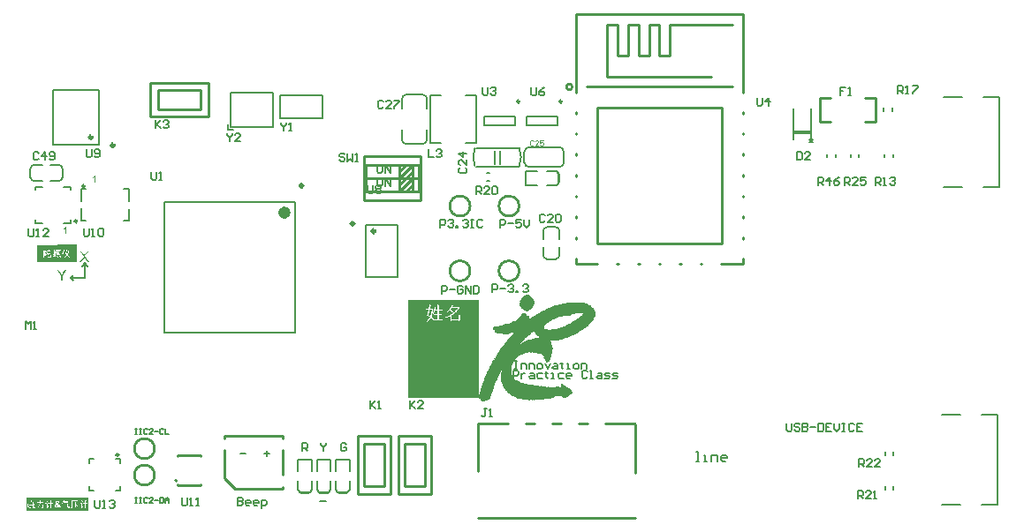
<source format=gto>
G04*
G04 #@! TF.GenerationSoftware,Altium Limited,Altium Designer,20.0.13 (296)*
G04*
G04 Layer_Color=65535*
%FSLAX25Y25*%
%MOIN*%
G70*
G01*
G75*
%ADD10C,0.01000*%
%ADD11C,0.00800*%
%ADD12C,0.00787*%
%ADD13C,0.00984*%
%ADD14C,0.01181*%
%ADD15C,0.02362*%
%ADD16C,0.00606*%
%ADD17C,0.00100*%
%ADD18C,0.00500*%
%ADD19C,0.00600*%
%ADD20C,0.00598*%
%ADD21C,0.00394*%
%ADD22R,0.26500X0.27604*%
G36*
X40916Y-6500D02*
X17500D01*
Y-5523D01*
D01*
Y-2393D01*
X19983D01*
X19979Y-2433D01*
X19972Y-2480D01*
X19961Y-2531D01*
X19950Y-2586D01*
X19921Y-2706D01*
X19892Y-2826D01*
X19877Y-2884D01*
X19862Y-2935D01*
X19848Y-2986D01*
X19837Y-3026D01*
X19826Y-3063D01*
X19819Y-3092D01*
X19815Y-3106D01*
X19811Y-3114D01*
X18632D01*
X18778Y-3307D01*
X18839Y-3292D01*
X18898Y-3281D01*
X18956Y-3274D01*
X19007Y-3266D01*
X19034D01*
X19036Y-3256D01*
Y-3219D01*
X19121Y-3263D01*
X19083D01*
X19051Y-3266D01*
X19034D01*
X19029Y-3296D01*
X19022Y-3343D01*
X19011Y-3390D01*
X18985Y-3492D01*
X18956Y-3590D01*
X18941Y-3638D01*
X18927Y-3685D01*
X18912Y-3725D01*
X18901Y-3762D01*
X18891Y-3791D01*
X18883Y-3813D01*
X18880Y-3827D01*
X18876Y-3831D01*
X18847Y-3907D01*
X18818Y-3973D01*
X18789Y-4035D01*
X18763Y-4082D01*
X18738Y-4126D01*
X18712Y-4162D01*
X18690Y-4191D01*
X18668Y-4217D01*
X18647Y-4235D01*
X18632Y-4249D01*
X18614Y-4260D01*
X18610Y-4263D01*
Y-4249D01*
Y-4158D01*
Y-4082D01*
Y-4045D01*
Y-4013D01*
Y-3987D01*
Y-3965D01*
Y-3947D01*
Y-3933D01*
Y-3925D01*
Y-3922D01*
X18730Y-3827D01*
X18519Y-3609D01*
X18381Y-3732D01*
X18097D01*
X18115Y-3678D01*
X18133Y-3620D01*
X18152Y-3558D01*
X18166Y-3492D01*
X18203Y-3354D01*
X18235Y-3223D01*
X18250Y-3157D01*
X18264Y-3099D01*
X18275Y-3048D01*
X18286Y-3001D01*
X18293Y-2964D01*
X18301Y-2935D01*
X18304Y-2917D01*
Y-2910D01*
X18880D01*
X18628Y-2611D01*
X18461Y-2761D01*
X17551D01*
X17700Y-2953D01*
X17762Y-2939D01*
X17820Y-2928D01*
X17879Y-2921D01*
X17930Y-2913D01*
X17973D01*
X18006Y-2910D01*
X18039D01*
X18002Y-3099D01*
X17966Y-3277D01*
X17926Y-3445D01*
X17882Y-3601D01*
X17835Y-3743D01*
X17791Y-3878D01*
X17748Y-4002D01*
X17704Y-4111D01*
X17664Y-4209D01*
X17624Y-4293D01*
X17591Y-4366D01*
X17558Y-4428D01*
X17536Y-4475D01*
X17515Y-4508D01*
X17504Y-4530D01*
X17500Y-4537D01*
X17555Y-4610D01*
X17598Y-4566D01*
X17635Y-4526D01*
X17671Y-4486D01*
X17704Y-4446D01*
X17755Y-4373D01*
X17791Y-4308D01*
X17820Y-4257D01*
X17831Y-4235D01*
X17839Y-4217D01*
X17842Y-4198D01*
X17846Y-4188D01*
X17849Y-4184D01*
Y-4417D01*
X17846Y-4650D01*
Y-4766D01*
Y-4875D01*
X17842Y-4981D01*
Y-5079D01*
Y-5170D01*
X17839Y-5254D01*
Y-5330D01*
Y-5392D01*
X17835Y-5443D01*
Y-5480D01*
Y-5494D01*
Y-5505D01*
Y-5509D01*
Y-5512D01*
X18082Y-5418D01*
Y-5094D01*
X18374D01*
Y-5294D01*
X18608Y-5194D01*
X18603Y-5185D01*
X18610D01*
X18621Y-5181D01*
Y-5159D01*
Y-5127D01*
X18618Y-5054D01*
Y-4966D01*
X18614Y-4872D01*
Y-4770D01*
Y-4664D01*
X18610Y-4450D01*
Y-4348D01*
Y-4342D01*
X18577Y-4279D01*
X18585D01*
X18603Y-4267D01*
X18610Y-4263D01*
Y-4342D01*
X18727Y-4570D01*
X18789Y-4526D01*
X18858Y-4482D01*
X18927Y-4446D01*
X18996Y-4417D01*
X19062Y-4391D01*
X19087Y-4380D01*
X19109Y-4369D01*
X19131Y-4362D01*
X19145Y-4358D01*
X19153Y-4355D01*
X19156D01*
X19120Y-4431D01*
X19087Y-4504D01*
X19054Y-4573D01*
X19022Y-4639D01*
X18989Y-4697D01*
X18960Y-4752D01*
X18934Y-4799D01*
X18905Y-4846D01*
X18880Y-4890D01*
X18854Y-4926D01*
X18810Y-4995D01*
X18770Y-5050D01*
X18734Y-5090D01*
X18701Y-5123D01*
X18676Y-5148D01*
X18654Y-5167D01*
X18636Y-5178D01*
X18621Y-5181D01*
Y-5189D01*
X18608Y-5194D01*
X18781Y-5498D01*
X18814Y-5472D01*
X18850Y-5447D01*
X18894Y-5418D01*
X18941Y-5392D01*
X19043Y-5345D01*
X19149Y-5298D01*
X19200Y-5280D01*
X19247Y-5261D01*
X19291Y-5243D01*
X19331Y-5229D01*
X19364Y-5218D01*
X19386Y-5210D01*
X19404Y-5203D01*
X19407D01*
X19411Y-5218D01*
X19415Y-5239D01*
Y-5265D01*
X19418Y-5294D01*
X19422Y-5319D01*
X19426Y-5341D01*
Y-5356D01*
Y-5363D01*
X19433Y-5400D01*
X19444Y-5425D01*
X19458Y-5443D01*
X19469Y-5454D01*
X19484Y-5461D01*
X19491Y-5469D01*
X19502D01*
X19520Y-5465D01*
X19538Y-5458D01*
X19571Y-5432D01*
X19586Y-5418D01*
X19597Y-5407D01*
X19604Y-5400D01*
X19608Y-5396D01*
X19629Y-5370D01*
X19644Y-5341D01*
X19658Y-5316D01*
X19666Y-5290D01*
X19669Y-5269D01*
X19673Y-5250D01*
Y-5239D01*
Y-5236D01*
X19671Y-5222D01*
X19655Y-5189D01*
X19658Y-5185D01*
X19664Y-5183D01*
X19662Y-5174D01*
X19640Y-5105D01*
X19626Y-5076D01*
X19615Y-5050D01*
X19608Y-5036D01*
X19604Y-5028D01*
X19571Y-4974D01*
X19531Y-4916D01*
X19484Y-4857D01*
X19436Y-4803D01*
X19393Y-4752D01*
X19356Y-4712D01*
X19342Y-4697D01*
X19331Y-4686D01*
X19324Y-4679D01*
X19320Y-4675D01*
X19236Y-4726D01*
X19273Y-4806D01*
X19302Y-4879D01*
X19327Y-4941D01*
X19349Y-4992D01*
X19364Y-5032D01*
X19375Y-5061D01*
X19382Y-5079D01*
X19386Y-5086D01*
X18891Y-5145D01*
X18912Y-5123D01*
X18934Y-5094D01*
X18960Y-5061D01*
X18985Y-5025D01*
X19040Y-4945D01*
X19094Y-4850D01*
X19153Y-4748D01*
X19211Y-4642D01*
X19324Y-4424D01*
X19375Y-4315D01*
X19426Y-4213D01*
X19469Y-4122D01*
X19509Y-4038D01*
X19527Y-4002D01*
X19542Y-3969D01*
X19553Y-3940D01*
X19564Y-3915D01*
X19575Y-3896D01*
X19582Y-3882D01*
X19586Y-3874D01*
Y-3871D01*
X19702Y-3769D01*
X19400Y-3569D01*
X19360Y-3696D01*
X19320Y-3816D01*
X19284Y-3929D01*
X19265Y-3980D01*
X19247Y-4031D01*
X19233Y-4075D01*
X19218Y-4115D01*
X19207Y-4147D01*
X19196Y-4180D01*
X19189Y-4202D01*
X19182Y-4220D01*
X19178Y-4231D01*
Y-4235D01*
X18839Y-4257D01*
X18898Y-4191D01*
X18952Y-4115D01*
X19003Y-4035D01*
X19051Y-3958D01*
X19091Y-3889D01*
X19105Y-3860D01*
X19120Y-3834D01*
X19131Y-3813D01*
X19138Y-3798D01*
X19145Y-3787D01*
Y-3783D01*
X19171Y-3729D01*
X19193Y-3678D01*
X19214Y-3634D01*
X19236Y-3594D01*
X19254Y-3558D01*
X19273Y-3525D01*
X19287Y-3496D01*
X19305Y-3470D01*
X19331Y-3434D01*
X19349Y-3405D01*
X19360Y-3390D01*
X19364Y-3387D01*
X19121Y-3263D01*
X19935D01*
X19946Y-3205D01*
X20057Y-3263D01*
X20740D01*
X20474Y-2950D01*
X20295Y-3114D01*
X19931D01*
X19983Y-3030D01*
X20030Y-2957D01*
X20074Y-2892D01*
X20113Y-2833D01*
X20146Y-2786D01*
X20179Y-2742D01*
X20208Y-2706D01*
X20234Y-2673D01*
X20256Y-2651D01*
X20274Y-2630D01*
X20288Y-2615D01*
X20299Y-2604D01*
X20317Y-2589D01*
X20321Y-2586D01*
X19983Y-2393D01*
X20740D01*
D01*
X17500D01*
Y-1500D01*
X40916D01*
Y-6500D01*
D02*
G37*
G36*
X18374Y-4945D02*
X18082D01*
Y-3882D01*
X18374D01*
Y-4945D01*
D02*
G37*
G36*
X188028Y73144D02*
Y63244D01*
X161528D01*
Y73144D01*
X188028D01*
D02*
G37*
G36*
X36500Y87500D02*
X21508Y87388D01*
X21460Y93923D01*
X36451Y94034D01*
X36500Y87500D01*
D02*
G37*
G36*
X32456Y98144D02*
X32147D01*
Y100113D01*
X32143Y100110D01*
X32125Y100095D01*
X32103Y100073D01*
X32067Y100048D01*
X32027Y100015D01*
X31976Y99979D01*
X31918Y99938D01*
X31852Y99898D01*
X31848D01*
X31845Y99895D01*
X31823Y99880D01*
X31786Y99862D01*
X31743Y99840D01*
X31692Y99815D01*
X31637Y99789D01*
X31583Y99764D01*
X31528Y99742D01*
Y100040D01*
X31532D01*
X31539Y100048D01*
X31554Y100051D01*
X31572Y100062D01*
X31593Y100073D01*
X31619Y100088D01*
X31681Y100124D01*
X31754Y100164D01*
X31826Y100215D01*
X31903Y100273D01*
X31979Y100335D01*
X31983Y100339D01*
X31987Y100343D01*
X31998Y100354D01*
X32012Y100364D01*
X32045Y100401D01*
X32089Y100444D01*
X32132Y100495D01*
X32180Y100554D01*
X32220Y100612D01*
X32256Y100674D01*
X32456D01*
Y98144D01*
D02*
G37*
G36*
X43456Y117644D02*
X43147D01*
Y119613D01*
X43143Y119610D01*
X43125Y119595D01*
X43103Y119573D01*
X43067Y119548D01*
X43027Y119515D01*
X42976Y119479D01*
X42917Y119439D01*
X42852Y119398D01*
X42848D01*
X42845Y119395D01*
X42823Y119380D01*
X42786Y119362D01*
X42743Y119340D01*
X42692Y119315D01*
X42637Y119289D01*
X42583Y119264D01*
X42528Y119242D01*
Y119540D01*
X42532D01*
X42539Y119548D01*
X42553Y119551D01*
X42572Y119562D01*
X42594Y119573D01*
X42619Y119588D01*
X42681Y119624D01*
X42754Y119664D01*
X42827Y119715D01*
X42903Y119773D01*
X42979Y119835D01*
X42983Y119839D01*
X42987Y119843D01*
X42998Y119853D01*
X43012Y119864D01*
X43045Y119901D01*
X43089Y119945D01*
X43132Y119995D01*
X43180Y120054D01*
X43220Y120112D01*
X43256Y120174D01*
X43456D01*
Y117644D01*
D02*
G37*
G36*
X31015Y82270D02*
Y80644D01*
X30504D01*
Y82270D01*
X29022Y84485D01*
X29638D01*
X30393Y83319D01*
Y83314D01*
X30404Y83302D01*
X30415Y83286D01*
X30427Y83264D01*
X30449Y83236D01*
X30471Y83202D01*
X30521Y83119D01*
X30582Y83019D01*
X30649Y82908D01*
X30721Y82792D01*
X30787Y82670D01*
Y82675D01*
X30793Y82686D01*
X30804Y82703D01*
X30821Y82725D01*
X30837Y82753D01*
X30860Y82786D01*
X30909Y82870D01*
X30970Y82969D01*
X31043Y83086D01*
X31126Y83214D01*
X31215Y83352D01*
X31953Y84485D01*
X32547D01*
X31015Y82270D01*
D02*
G37*
G36*
X39609Y89659D02*
X41047Y87644D01*
X40420D01*
X39448Y89009D01*
X39443Y89015D01*
X39432Y89031D01*
X39421Y89054D01*
X39398Y89081D01*
X39348Y89159D01*
X39293Y89242D01*
X39287Y89237D01*
X39271Y89215D01*
X39248Y89181D01*
X39221Y89137D01*
X39160Y89048D01*
X39132Y89009D01*
X39110Y88976D01*
X38138Y87644D01*
X37528D01*
X39010Y89631D01*
X37700Y91485D01*
X38305D01*
X39004Y90497D01*
Y90491D01*
X39015Y90486D01*
X39026Y90469D01*
X39043Y90447D01*
X39076Y90391D01*
X39126Y90325D01*
X39176Y90247D01*
X39226Y90169D01*
X39271Y90097D01*
X39310Y90030D01*
X39315Y90042D01*
X39332Y90064D01*
X39360Y90108D01*
X39398Y90164D01*
X39443Y90225D01*
X39498Y90302D01*
X39554Y90380D01*
X39620Y90463D01*
X40386Y91485D01*
X40941D01*
X39609Y89659D01*
D02*
G37*
%LPC*%
G36*
X37374Y-2462D02*
X34160D01*
X36934D01*
X36716Y-2670D01*
X34870D01*
X34619Y-2531D01*
X34623Y-2651D01*
X34626Y-2702D01*
Y-2753D01*
X34630Y-2801D01*
Y-2844D01*
Y-2884D01*
X34633Y-2917D01*
Y-2950D01*
Y-2979D01*
Y-3001D01*
Y-3019D01*
Y-3037D01*
Y-3048D01*
Y-3052D01*
Y-3055D01*
Y-3944D01*
Y-4049D01*
X34626Y-4147D01*
X34623Y-4242D01*
X34612Y-4329D01*
X34601Y-4409D01*
X34590Y-4486D01*
X34579Y-4555D01*
X34568Y-4617D01*
X34553Y-4672D01*
X34543Y-4722D01*
X34532Y-4763D01*
X34521Y-4799D01*
X34510Y-4825D01*
X34506Y-4846D01*
X34499Y-4857D01*
Y-4861D01*
X34448Y-4988D01*
X34390Y-5105D01*
X34335Y-5214D01*
X34306Y-5261D01*
X34280Y-5309D01*
X34255Y-5349D01*
X34233Y-5385D01*
X34211Y-5418D01*
X34197Y-5443D01*
X34182Y-5465D01*
X34171Y-5480D01*
X34164Y-5491D01*
X34160Y-5494D01*
X34237Y-5567D01*
X34302Y-5502D01*
X34361Y-5440D01*
X34415Y-5374D01*
X34466Y-5312D01*
X34513Y-5250D01*
X34557Y-5192D01*
X34593Y-5138D01*
X34626Y-5083D01*
X34655Y-5036D01*
X34681Y-4988D01*
X34703Y-4952D01*
X34721Y-4919D01*
X34732Y-4890D01*
X34743Y-4872D01*
X34750Y-4857D01*
Y-4854D01*
X34779Y-4781D01*
X34801Y-4701D01*
X34837Y-4537D01*
X34866Y-4373D01*
X34874Y-4293D01*
X34881Y-4213D01*
X34888Y-4140D01*
X34892Y-4075D01*
Y-4013D01*
X34896Y-3962D01*
Y-3918D01*
Y-3885D01*
Y-3867D01*
Y-3860D01*
Y-2819D01*
X37254D01*
X36934Y-2462D01*
X37374D01*
D01*
D02*
G37*
G36*
X19065D02*
X19036Y-2546D01*
X19080Y-2611D01*
X19116Y-2677D01*
X19145Y-2742D01*
X19171Y-2804D01*
X19189Y-2855D01*
X19200Y-2895D01*
X19207Y-2910D01*
Y-2921D01*
X19211Y-2928D01*
Y-2932D01*
X19218Y-2961D01*
X19225Y-2986D01*
X19244Y-3030D01*
X19262Y-3059D01*
X19280Y-3081D01*
X19298Y-3092D01*
X19313Y-3099D01*
X19324Y-3103D01*
X19327D01*
X19338Y-3099D01*
X19353Y-3092D01*
X19382Y-3070D01*
X19404Y-3048D01*
X19411Y-3041D01*
X19415Y-3037D01*
X19433Y-3012D01*
X19447Y-2983D01*
X19458Y-2957D01*
X19466Y-2932D01*
X19469Y-2910D01*
X19473Y-2892D01*
Y-2881D01*
Y-2877D01*
X19469Y-2841D01*
X19462Y-2801D01*
X19455Y-2782D01*
X19451Y-2768D01*
X19447Y-2761D01*
Y-2757D01*
X19440Y-2742D01*
X19426Y-2720D01*
X19404Y-2702D01*
X19378Y-2677D01*
X19349Y-2655D01*
X19316Y-2630D01*
X19247Y-2582D01*
X19182Y-2535D01*
X19149Y-2517D01*
X19123Y-2499D01*
X19098Y-2484D01*
X19080Y-2473D01*
X19069Y-2466D01*
X19065Y-2462D01*
D02*
G37*
G36*
X38095Y-2491D02*
X38091D01*
X38066Y-2579D01*
X38142Y-2651D01*
X38208Y-2724D01*
X38263Y-2793D01*
X38306Y-2852D01*
X38339Y-2902D01*
X38361Y-2943D01*
X38368Y-2957D01*
X38375Y-2968D01*
X38379Y-2972D01*
Y-2975D01*
X38390Y-3008D01*
X38405Y-3034D01*
X38415Y-3059D01*
X38430Y-3081D01*
X38456Y-3114D01*
X38477Y-3136D01*
X38499Y-3146D01*
X38517Y-3154D01*
X38528Y-3157D01*
X38532D01*
X38543Y-3154D01*
X38557Y-3150D01*
X38587Y-3132D01*
X38608Y-3114D01*
X38616Y-3110D01*
X38619Y-3106D01*
X38638Y-3084D01*
X38652Y-3059D01*
X38663Y-3034D01*
X38670Y-3008D01*
X38674Y-2983D01*
X38677Y-2964D01*
Y-2950D01*
Y-2946D01*
X38674Y-2906D01*
X38659Y-2866D01*
X38638Y-2833D01*
X38616Y-2801D01*
X38594Y-2775D01*
X38572Y-2757D01*
X38557Y-2742D01*
X38554Y-2739D01*
X38528Y-2720D01*
X38499Y-2699D01*
X38430Y-2659D01*
X38354Y-2615D01*
X38277Y-2575D01*
X38208Y-2542D01*
X38175Y-2528D01*
X38146Y-2517D01*
X38124Y-2506D01*
X38106Y-2499D01*
X38095Y-2491D01*
D02*
G37*
G36*
X24973D02*
X24969D01*
X24944Y-2579D01*
X25020Y-2651D01*
X25086Y-2724D01*
X25140Y-2793D01*
X25184Y-2852D01*
X25217Y-2902D01*
X25239Y-2943D01*
X25246Y-2957D01*
X25253Y-2968D01*
X25257Y-2972D01*
Y-2975D01*
X25268Y-3008D01*
X25282Y-3034D01*
X25293Y-3059D01*
X25308Y-3081D01*
X25333Y-3114D01*
X25355Y-3136D01*
X25377Y-3146D01*
X25395Y-3154D01*
X25406Y-3157D01*
X25410D01*
X25421Y-3154D01*
X25435Y-3150D01*
X25464Y-3132D01*
X25486Y-3114D01*
X25493Y-3110D01*
X25497Y-3106D01*
X25515Y-3084D01*
X25530Y-3059D01*
X25541Y-3034D01*
X25548Y-3008D01*
X25552Y-2983D01*
X25555Y-2964D01*
Y-2950D01*
Y-2946D01*
X25552Y-2906D01*
X25537Y-2866D01*
X25515Y-2833D01*
X25493Y-2801D01*
X25472Y-2775D01*
X25450Y-2757D01*
X25435Y-2742D01*
X25432Y-2739D01*
X25406Y-2720D01*
X25377Y-2699D01*
X25308Y-2659D01*
X25231Y-2615D01*
X25155Y-2575D01*
X25086Y-2542D01*
X25053Y-2528D01*
X25024Y-2517D01*
X25002Y-2506D01*
X24984Y-2499D01*
X24973Y-2491D01*
D02*
G37*
G36*
X33043Y-3176D02*
X32864Y-3339D01*
X31401D01*
X31550Y-3532D01*
X31605Y-3518D01*
X31667Y-3507D01*
X31725Y-3500D01*
X31783Y-3492D01*
X31834D01*
X31874Y-3489D01*
X33323D01*
X33043Y-3176D01*
D02*
G37*
G36*
X33756Y-2393D02*
X30633D01*
D01*
X31441D01*
X31412Y-2502D01*
X31372Y-2615D01*
X31332Y-2728D01*
X31288Y-2837D01*
X31266Y-2884D01*
X31248Y-2932D01*
X31230Y-2972D01*
X31216Y-3005D01*
X31201Y-3034D01*
X31190Y-3055D01*
X31186Y-3070D01*
X31183Y-3074D01*
X31146Y-3150D01*
X31103Y-3227D01*
X31015Y-3376D01*
X30924Y-3521D01*
X30881Y-3587D01*
X30837Y-3652D01*
X30793Y-3711D01*
X30757Y-3762D01*
X30720Y-3809D01*
X30691Y-3849D01*
X30666Y-3882D01*
X30648Y-3903D01*
X30637Y-3922D01*
X30633Y-3925D01*
X30713Y-3980D01*
X30793Y-3911D01*
X30873Y-3838D01*
X30950Y-3762D01*
X31019Y-3685D01*
X31088Y-3609D01*
X31150Y-3532D01*
X31208Y-3460D01*
X31259Y-3390D01*
X31306Y-3325D01*
X31350Y-3263D01*
X31387Y-3212D01*
X31419Y-3165D01*
X31441Y-3125D01*
X31459Y-3099D01*
X31470Y-3081D01*
X31474Y-3074D01*
X33632D01*
X33312Y-2720D01*
X33094Y-2924D01*
X31514D01*
X31539Y-2899D01*
X31565Y-2866D01*
X31594Y-2830D01*
X31620Y-2793D01*
X31641Y-2757D01*
X31660Y-2728D01*
X31674Y-2710D01*
X31678Y-2702D01*
X31827Y-2630D01*
X31441Y-2393D01*
X33756D01*
D02*
G37*
G36*
X36315Y-4177D02*
X36239Y-4231D01*
X36297Y-4315D01*
X36348Y-4391D01*
X36395Y-4461D01*
X36435Y-4526D01*
X36472Y-4584D01*
X36504Y-4639D01*
X36534Y-4686D01*
X36555Y-4730D01*
X36574Y-4766D01*
X36592Y-4799D01*
X36603Y-4825D01*
X36614Y-4846D01*
X36621Y-4861D01*
X36625Y-4872D01*
X36628Y-4879D01*
Y-4883D01*
X36646Y-4930D01*
X36668Y-4966D01*
X36686Y-4992D01*
X36705Y-5010D01*
X36723Y-5021D01*
X36734Y-5025D01*
X36741Y-5028D01*
X36745D01*
X36763Y-5025D01*
X36781Y-5014D01*
X36799Y-4995D01*
X36817Y-4977D01*
X36832Y-4963D01*
X36843Y-4945D01*
X36850Y-4934D01*
X36854Y-4930D01*
X36876Y-4894D01*
X36890Y-4861D01*
X36901Y-4832D01*
X36909Y-4806D01*
X36912Y-4788D01*
X36916Y-4773D01*
Y-4766D01*
Y-4763D01*
X36912Y-4722D01*
X36898Y-4682D01*
X36876Y-4642D01*
X36854Y-4606D01*
X36828Y-4577D01*
X36810Y-4552D01*
X36796Y-4537D01*
X36788Y-4530D01*
X36763Y-4504D01*
X36730Y-4479D01*
X36661Y-4420D01*
X36584Y-4362D01*
X36504Y-4304D01*
X36432Y-4253D01*
X36399Y-4231D01*
X36370Y-4213D01*
X36348Y-4198D01*
X36330Y-4188D01*
X36319Y-4180D01*
X36315Y-4177D01*
D02*
G37*
G36*
X24117Y-2368D02*
X21078D01*
X22494D01*
X22498Y-2433D01*
Y-2506D01*
Y-2579D01*
Y-2655D01*
Y-2815D01*
X22494Y-2892D01*
Y-2964D01*
Y-3037D01*
X22490Y-3103D01*
Y-3161D01*
X22487Y-3212D01*
Y-3256D01*
X22483Y-3288D01*
Y-3307D01*
Y-3314D01*
X21348D01*
X21497Y-3507D01*
X21559Y-3492D01*
X21617Y-3481D01*
X21675Y-3474D01*
X21726Y-3467D01*
X21770D01*
X21802Y-3463D01*
X22469D01*
X22450Y-3580D01*
X22425Y-3700D01*
X22392Y-3816D01*
X22363Y-3922D01*
X22348Y-3969D01*
X22334Y-4013D01*
X22319Y-4049D01*
X22308Y-4086D01*
X22301Y-4111D01*
X22294Y-4129D01*
X22287Y-4144D01*
Y-4147D01*
X22257Y-4217D01*
X22228Y-4286D01*
X22159Y-4420D01*
X22086Y-4544D01*
X22050Y-4602D01*
X22014Y-4657D01*
X21981Y-4704D01*
X21948Y-4752D01*
X21919Y-4788D01*
X21897Y-4825D01*
X21875Y-4850D01*
X21861Y-4868D01*
X21850Y-4883D01*
X21846Y-4886D01*
X21788Y-4952D01*
X21726Y-5017D01*
X21599Y-5141D01*
X21537Y-5196D01*
X21471Y-5250D01*
X21409Y-5298D01*
X21351Y-5341D01*
X21293Y-5385D01*
X21242Y-5421D01*
X21195Y-5451D01*
X21155Y-5480D01*
X21122Y-5498D01*
X21100Y-5516D01*
X21085Y-5523D01*
X21078Y-5527D01*
X21104Y-5632D01*
X21213Y-5582D01*
X21315Y-5531D01*
X21409Y-5480D01*
X21500Y-5429D01*
X21580Y-5378D01*
X21657Y-5327D01*
X21726Y-5280D01*
X21784Y-5236D01*
X21839Y-5192D01*
X21886Y-5156D01*
X21926Y-5123D01*
X21959Y-5090D01*
X21984Y-5068D01*
X22003Y-5050D01*
X22014Y-5039D01*
X22017Y-5036D01*
X22130Y-4908D01*
X22228Y-4781D01*
X22268Y-4719D01*
X22308Y-4661D01*
X22345Y-4602D01*
X22378Y-4548D01*
X22407Y-4497D01*
X22432Y-4453D01*
X22454Y-4413D01*
X22469Y-4377D01*
X22483Y-4348D01*
X22494Y-4329D01*
X22498Y-4315D01*
X22501Y-4311D01*
X22560Y-4162D01*
X22611Y-4013D01*
X22651Y-3871D01*
X22669Y-3805D01*
X22683Y-3740D01*
X22698Y-3681D01*
X22709Y-3627D01*
X22716Y-3580D01*
X22723Y-3540D01*
X22731Y-3507D01*
X22734Y-3485D01*
X22738Y-3467D01*
Y-3463D01*
X23706D01*
X23699Y-3580D01*
X23688Y-3692D01*
X23681Y-3798D01*
X23673Y-3900D01*
X23663Y-3994D01*
X23655Y-4082D01*
X23648Y-4166D01*
X23641Y-4242D01*
X23630Y-4318D01*
X23622Y-4384D01*
X23615Y-4450D01*
X23608Y-4508D01*
X23601Y-4562D01*
X23593Y-4613D01*
X23586Y-4657D01*
X23582Y-4701D01*
X23575Y-4741D01*
X23568Y-4773D01*
X23557Y-4835D01*
X23550Y-4879D01*
X23539Y-4916D01*
X23535Y-4941D01*
X23528Y-4959D01*
X23524Y-4966D01*
Y-4970D01*
X23506Y-5006D01*
X23491Y-5039D01*
X23470Y-5068D01*
X23451Y-5090D01*
X23433Y-5112D01*
X23415Y-5127D01*
X23382Y-5148D01*
X23349Y-5159D01*
X23324Y-5167D01*
X23302D01*
X23277Y-5163D01*
X23244Y-5156D01*
X23208Y-5148D01*
X23167Y-5141D01*
X23087Y-5123D01*
X23004Y-5101D01*
X22924Y-5083D01*
X22891Y-5072D01*
X22862Y-5065D01*
X22836Y-5057D01*
X22814Y-5054D01*
X22804Y-5050D01*
X22800D01*
X22778Y-5174D01*
X22854Y-5210D01*
X22924Y-5250D01*
X22982Y-5287D01*
X23029Y-5323D01*
X23073Y-5356D01*
X23106Y-5389D01*
X23131Y-5421D01*
X23153Y-5451D01*
X23171Y-5480D01*
X23182Y-5502D01*
X23189Y-5523D01*
X23193Y-5542D01*
X23197Y-5556D01*
Y-5567D01*
Y-5574D01*
Y-5578D01*
X23255Y-5567D01*
X23309Y-5553D01*
X23360Y-5538D01*
X23404Y-5520D01*
X23448Y-5502D01*
X23484Y-5483D01*
X23517Y-5465D01*
X23546Y-5447D01*
X23575Y-5432D01*
X23597Y-5414D01*
X23630Y-5389D01*
X23648Y-5370D01*
X23655Y-5363D01*
X23681Y-5334D01*
X23703Y-5298D01*
X23746Y-5221D01*
X23779Y-5138D01*
X23805Y-5057D01*
X23826Y-4981D01*
X23834Y-4948D01*
X23841Y-4919D01*
X23844Y-4897D01*
X23848Y-4879D01*
X23852Y-4868D01*
Y-4865D01*
X23859Y-4828D01*
X23863Y-4792D01*
X23874Y-4704D01*
X23888Y-4610D01*
X23899Y-4504D01*
X23910Y-4395D01*
X23921Y-4282D01*
X23932Y-4169D01*
X23939Y-4056D01*
X23950Y-3951D01*
X23957Y-3849D01*
X23965Y-3758D01*
X23972Y-3674D01*
X23976Y-3641D01*
Y-3609D01*
X23979Y-3580D01*
Y-3558D01*
X23983Y-3540D01*
Y-3525D01*
Y-3518D01*
Y-3514D01*
X24117Y-3390D01*
X23830Y-3165D01*
X23710Y-3314D01*
X22756D01*
X22763Y-3212D01*
X22767Y-3106D01*
X22774Y-3001D01*
X22782Y-2899D01*
X22785Y-2855D01*
X22789Y-2812D01*
Y-2775D01*
X22793Y-2742D01*
Y-2717D01*
X22796Y-2699D01*
Y-2684D01*
Y-2681D01*
X22916Y-2546D01*
X22494Y-2368D01*
X24117D01*
D02*
G37*
G36*
X29155Y-2717D02*
X28995D01*
X29061D01*
X29002Y-2724D01*
X28948Y-2732D01*
X28897Y-2742D01*
X28853Y-2753D01*
X28809Y-2768D01*
X28769Y-2782D01*
X28737Y-2797D01*
X28704Y-2812D01*
X28678Y-2826D01*
X28653Y-2841D01*
X28635Y-2852D01*
X28620Y-2863D01*
X28609Y-2870D01*
X28606Y-2873D01*
X28602Y-2877D01*
X28569Y-2906D01*
X28544Y-2939D01*
X28518Y-2972D01*
X28496Y-3005D01*
X28464Y-3070D01*
X28442Y-3132D01*
X28431Y-3187D01*
X28424Y-3227D01*
X28420Y-3245D01*
Y-3256D01*
Y-3263D01*
Y-3266D01*
X28424Y-3314D01*
X28431Y-3361D01*
X28438Y-3405D01*
X28453Y-3445D01*
X28464Y-3478D01*
X28471Y-3503D01*
X28478Y-3521D01*
X28482Y-3529D01*
X28511Y-3580D01*
X28540Y-3630D01*
X28573Y-3681D01*
X28606Y-3725D01*
X28635Y-3765D01*
X28657Y-3794D01*
X28671Y-3813D01*
X28678Y-3820D01*
X28576Y-3874D01*
X28489Y-3933D01*
X28416Y-3991D01*
X28354Y-4042D01*
X28307Y-4089D01*
X28274Y-4126D01*
X28260Y-4140D01*
X28253Y-4151D01*
X28245Y-4155D01*
Y-4158D01*
X28198Y-4231D01*
X28162Y-4308D01*
X28140Y-4380D01*
X28122Y-4450D01*
X28111Y-4508D01*
X28107Y-4533D01*
Y-4555D01*
X28103Y-4570D01*
Y-4595D01*
X28107Y-4642D01*
X28111Y-4693D01*
X28132Y-4781D01*
X28162Y-4861D01*
X28194Y-4930D01*
X28227Y-4988D01*
X28242Y-5014D01*
X28256Y-5032D01*
X28267Y-5046D01*
X28278Y-5057D01*
X28282Y-5065D01*
X28285Y-5068D01*
X28333Y-5116D01*
X28384Y-5156D01*
X28438Y-5189D01*
X28496Y-5221D01*
X28555Y-5247D01*
X28613Y-5265D01*
X28671Y-5283D01*
X28726Y-5298D01*
X28780Y-5309D01*
X28831Y-5316D01*
X28875Y-5323D01*
X28915Y-5327D01*
X28948D01*
X28970Y-5330D01*
X28991D01*
X29079Y-5327D01*
X29159Y-5319D01*
X29228Y-5309D01*
X29286Y-5298D01*
X29337Y-5287D01*
X29374Y-5276D01*
X29385Y-5272D01*
X29395Y-5269D01*
X29399Y-5265D01*
X29403D01*
X29465Y-5236D01*
X29527Y-5207D01*
X29581Y-5174D01*
X29629Y-5141D01*
X29669Y-5112D01*
X29701Y-5086D01*
X29719Y-5072D01*
X29727Y-5065D01*
X29800Y-5130D01*
X29872Y-5185D01*
X29945Y-5236D01*
X30007Y-5276D01*
X30062Y-5305D01*
X30084Y-5319D01*
X30102Y-5330D01*
X30116Y-5338D01*
X30127Y-5345D01*
X30134Y-5349D01*
X30138D01*
X30429Y-4977D01*
X30404Y-4963D01*
X30375Y-4945D01*
X30313Y-4905D01*
X30284Y-4886D01*
X30262Y-4872D01*
X30247Y-4861D01*
X30240Y-4857D01*
X30196Y-4825D01*
X30153Y-4792D01*
X30120Y-4766D01*
X30087Y-4741D01*
X30065Y-4722D01*
X30047Y-4704D01*
X30036Y-4697D01*
X30033Y-4693D01*
X30073Y-4635D01*
X30105Y-4577D01*
X30116Y-4552D01*
X30127Y-4533D01*
X30131Y-4519D01*
X30134Y-4515D01*
X30153Y-4468D01*
X30171Y-4417D01*
X30193Y-4358D01*
X30207Y-4304D01*
X30225Y-4253D01*
X30236Y-4209D01*
X30240Y-4195D01*
X30244Y-4184D01*
X30247Y-4177D01*
Y-4173D01*
X29814Y-4075D01*
X29796Y-4137D01*
X29778Y-4191D01*
X29763Y-4242D01*
X29745Y-4282D01*
X29730Y-4315D01*
X29719Y-4340D01*
X29712Y-4355D01*
X29709Y-4358D01*
X29359Y-3893D01*
X29410Y-3860D01*
X29454Y-3831D01*
X29497Y-3798D01*
X29534Y-3769D01*
X29567Y-3743D01*
X29596Y-3718D01*
X29647Y-3671D01*
X29683Y-3634D01*
X29709Y-3605D01*
X29723Y-3590D01*
X29727Y-3583D01*
X29756Y-3532D01*
X29778Y-3478D01*
X29796Y-3430D01*
X29807Y-3387D01*
X29814Y-3347D01*
X29818Y-3317D01*
Y-3299D01*
Y-3292D01*
X29814Y-3248D01*
X29811Y-3205D01*
X29789Y-3128D01*
X29759Y-3059D01*
X29727Y-2997D01*
X29690Y-2950D01*
X29661Y-2913D01*
X29650Y-2902D01*
X29639Y-2892D01*
X29636Y-2888D01*
X29632Y-2884D01*
X29596Y-2855D01*
X29559Y-2830D01*
X29476Y-2786D01*
X29392Y-2757D01*
X29308Y-2739D01*
X29235Y-2724D01*
X29203Y-2720D01*
X29177D01*
X29155Y-2717D01*
D02*
G37*
G36*
X29884Y-5349D02*
X28103D01*
D01*
X29884D01*
D02*
G37*
G36*
X35780Y-2881D02*
X35784Y-2950D01*
X35787Y-3023D01*
Y-3088D01*
X35791Y-3146D01*
Y-3197D01*
Y-3237D01*
Y-3252D01*
Y-3263D01*
Y-3266D01*
Y-3270D01*
Y-3842D01*
X35012D01*
X35158Y-4035D01*
X35219Y-4020D01*
X35278Y-4009D01*
X35336Y-4002D01*
X35387Y-3994D01*
X35431D01*
X35463Y-3991D01*
X35791D01*
Y-5189D01*
X34604D01*
X34754Y-5378D01*
X34815Y-5363D01*
X34874Y-5356D01*
X34932Y-5349D01*
X34983Y-5341D01*
X35027D01*
X35059Y-5338D01*
X37374D01*
X37069Y-4995D01*
X36865Y-5189D01*
X36053D01*
Y-3991D01*
X37080D01*
X36785Y-3663D01*
X36595Y-3842D01*
X36053D01*
Y-3190D01*
X36162Y-3074D01*
X35780Y-2881D01*
D02*
G37*
G36*
X38412Y-3478D02*
X38248Y-3627D01*
X37677D01*
D01*
X37822Y-3820D01*
X37880Y-3805D01*
X37928Y-3791D01*
X37971Y-3776D01*
X38004Y-3765D01*
X38030Y-3754D01*
X38035Y-3753D01*
X38255Y-3776D01*
Y-4955D01*
X38252Y-5014D01*
X38248Y-5065D01*
X38237Y-5108D01*
X38230Y-5145D01*
X38219Y-5174D01*
X38208Y-5196D01*
X38204Y-5210D01*
X38201Y-5214D01*
X38448Y-5472D01*
X38477Y-5429D01*
X38514Y-5374D01*
X38554Y-5316D01*
X38597Y-5250D01*
X38699Y-5112D01*
X38801Y-4974D01*
X38852Y-4905D01*
X38900Y-4843D01*
X38943Y-4784D01*
X38980Y-4737D01*
X39012Y-4693D01*
X39034Y-4661D01*
X39052Y-4642D01*
X39056Y-4635D01*
X38998Y-4555D01*
X38503Y-5014D01*
Y-3816D01*
X38638Y-3707D01*
X38412Y-3478D01*
D02*
G37*
G36*
X25290D02*
X25126Y-3627D01*
X24554D01*
D01*
X24700Y-3820D01*
X24758Y-3805D01*
X24805Y-3791D01*
X24849Y-3776D01*
X24882Y-3765D01*
X24907Y-3754D01*
X24912Y-3753D01*
X25133Y-3776D01*
Y-4955D01*
X25129Y-5014D01*
X25126Y-5065D01*
X25115Y-5108D01*
X25108Y-5145D01*
X25097Y-5174D01*
X25086Y-5196D01*
X25082Y-5210D01*
X25078Y-5214D01*
X25326Y-5472D01*
X25355Y-5429D01*
X25392Y-5374D01*
X25432Y-5316D01*
X25475Y-5250D01*
X25577Y-5112D01*
X25679Y-4974D01*
X25730Y-4905D01*
X25777Y-4843D01*
X25821Y-4784D01*
X25857Y-4737D01*
X25890Y-4693D01*
X25912Y-4661D01*
X25930Y-4642D01*
X25934Y-4635D01*
X25876Y-4555D01*
X25381Y-5014D01*
Y-3816D01*
X25515Y-3707D01*
X25290Y-3478D01*
D02*
G37*
G36*
X20057Y-3263D02*
X19935D01*
X19928Y-3303D01*
X19906Y-3409D01*
X19877Y-3514D01*
X19848Y-3612D01*
X19837Y-3660D01*
X19822Y-3703D01*
X19811Y-3740D01*
X19801Y-3773D01*
X19790Y-3802D01*
X19786Y-3820D01*
X19779Y-3834D01*
Y-3838D01*
X19757Y-3907D01*
X19731Y-3965D01*
X19710Y-4020D01*
X19688Y-4064D01*
X19669Y-4104D01*
X19648Y-4137D01*
X19629Y-4162D01*
X19615Y-4184D01*
X19600Y-4202D01*
X19586Y-4217D01*
X19564Y-4235D01*
X19549Y-4242D01*
X19546D01*
X19695Y-4519D01*
X19753Y-4479D01*
X19819Y-4442D01*
X19888Y-4409D01*
X19953Y-4380D01*
X20015Y-4358D01*
X20044Y-4351D01*
X20066Y-4344D01*
X20088Y-4337D01*
X20103Y-4333D01*
X20110Y-4329D01*
X20113D01*
X20106Y-4337D01*
X20099Y-4351D01*
X20088Y-4377D01*
X20074Y-4402D01*
X20059Y-4435D01*
X20044Y-4471D01*
X20012Y-4548D01*
X19979Y-4624D01*
X19964Y-4657D01*
X19953Y-4690D01*
X19942Y-4715D01*
X19935Y-4733D01*
X19931Y-4748D01*
X19928Y-4752D01*
X19899Y-4825D01*
X19870Y-4886D01*
X19844Y-4941D01*
X19819Y-4992D01*
X19797Y-5032D01*
X19771Y-5068D01*
X19753Y-5097D01*
X19731Y-5123D01*
X19717Y-5141D01*
X19699Y-5156D01*
X19688Y-5167D01*
X19677Y-5178D01*
X19664Y-5183D01*
X19669Y-5207D01*
X19671Y-5222D01*
X19801Y-5483D01*
X19833Y-5461D01*
X19873Y-5436D01*
X19917Y-5414D01*
X19964Y-5392D01*
X20063Y-5349D01*
X20165Y-5312D01*
X20212Y-5294D01*
X20256Y-5280D01*
X20299Y-5265D01*
X20332Y-5254D01*
X20365Y-5243D01*
X20387Y-5239D01*
X20401Y-5232D01*
X20405D01*
X20419Y-5298D01*
X20423Y-5330D01*
X20427Y-5356D01*
X20434Y-5381D01*
Y-5400D01*
X20437Y-5410D01*
Y-5414D01*
X20445Y-5451D01*
X20459Y-5476D01*
X20474Y-5498D01*
X20485Y-5509D01*
X20499Y-5516D01*
X20510Y-5520D01*
X20518Y-5523D01*
X20521D01*
X20547Y-5520D01*
X20569Y-5509D01*
X20587Y-5494D01*
X20605Y-5480D01*
X20619Y-5465D01*
X20630Y-5451D01*
X20638Y-5440D01*
X20641Y-5436D01*
X20660Y-5403D01*
X20674Y-5378D01*
X20685Y-5352D01*
X20692Y-5334D01*
X20696Y-5319D01*
X20700Y-5309D01*
Y-5301D01*
Y-5298D01*
X20696Y-5276D01*
X20692Y-5247D01*
X20670Y-5189D01*
X20660Y-5163D01*
X20652Y-5141D01*
X20645Y-5127D01*
X20641Y-5123D01*
X20627Y-5097D01*
X20609Y-5068D01*
X20587Y-5039D01*
X20558Y-5003D01*
X20496Y-4930D01*
X20434Y-4861D01*
X20368Y-4792D01*
X20343Y-4763D01*
X20317Y-4737D01*
X20295Y-4715D01*
X20281Y-4701D01*
X20270Y-4690D01*
X20266Y-4686D01*
X20208Y-4766D01*
X20245Y-4825D01*
X20277Y-4883D01*
X20306Y-4941D01*
X20332Y-4995D01*
X20354Y-5043D01*
X20368Y-5079D01*
X20376Y-5094D01*
X20379Y-5105D01*
X20383Y-5108D01*
Y-5112D01*
X19888Y-5159D01*
X19906Y-5138D01*
X19928Y-5112D01*
X19950Y-5083D01*
X19972Y-5050D01*
X20019Y-4974D01*
X20070Y-4883D01*
X20121Y-4788D01*
X20172Y-4686D01*
X20270Y-4475D01*
X20317Y-4369D01*
X20361Y-4271D01*
X20401Y-4184D01*
X20434Y-4104D01*
X20448Y-4067D01*
X20463Y-4035D01*
X20474Y-4009D01*
X20485Y-3984D01*
X20492Y-3965D01*
X20499Y-3951D01*
X20503Y-3944D01*
Y-3940D01*
X20616Y-3834D01*
X20281Y-3638D01*
X20266Y-3736D01*
X20256Y-3783D01*
X20248Y-3824D01*
X20237Y-3856D01*
X20234Y-3885D01*
X20226Y-3900D01*
Y-3907D01*
X20197Y-4009D01*
X20183Y-4060D01*
X20168Y-4107D01*
X20157Y-4147D01*
X20146Y-4177D01*
X20139Y-4198D01*
X20135Y-4202D01*
Y-4206D01*
X19782Y-4217D01*
X19826Y-4144D01*
X19866Y-4067D01*
X19910Y-3991D01*
X19946Y-3918D01*
X19979Y-3853D01*
X19993Y-3827D01*
X20008Y-3802D01*
X20015Y-3780D01*
X20022Y-3765D01*
X20030Y-3758D01*
Y-3754D01*
X20055Y-3703D01*
X20077Y-3660D01*
X20103Y-3616D01*
X20124Y-3580D01*
X20165Y-3514D01*
X20197Y-3460D01*
X20226Y-3419D01*
X20248Y-3394D01*
X20263Y-3376D01*
X20266Y-3372D01*
X20057Y-3263D01*
D02*
G37*
G36*
X39602Y-2462D02*
D01*
X39606Y-2528D01*
Y-2600D01*
X39609Y-2684D01*
Y-2775D01*
X39613Y-2873D01*
Y-2972D01*
X39617Y-3165D01*
Y-3259D01*
Y-3347D01*
Y-3427D01*
Y-3496D01*
Y-3554D01*
Y-3580D01*
Y-3601D01*
Y-3616D01*
Y-3627D01*
Y-3634D01*
Y-3638D01*
X38699D01*
X38845Y-3831D01*
X38907Y-3816D01*
X38965Y-3802D01*
X39020Y-3787D01*
X39067Y-3776D01*
X39107Y-3765D01*
X39130Y-3763D01*
X39617Y-3787D01*
Y-4937D01*
Y-4981D01*
Y-5028D01*
X39613Y-5134D01*
Y-5243D01*
X39609Y-5352D01*
Y-5403D01*
X39606Y-5451D01*
Y-5494D01*
Y-5534D01*
X39602Y-5563D01*
Y-5585D01*
Y-5603D01*
Y-5607D01*
X37677D01*
X40916D01*
X39602D01*
X39904Y-5498D01*
X39901Y-5407D01*
X39897Y-5316D01*
X39893Y-5229D01*
Y-5148D01*
X39890Y-5112D01*
Y-5079D01*
Y-5054D01*
Y-5028D01*
Y-5006D01*
Y-4992D01*
Y-4985D01*
Y-4981D01*
Y-3787D01*
X40916D01*
X40636Y-3460D01*
X40443Y-3638D01*
X39890D01*
Y-2771D01*
X39999Y-2640D01*
X39602Y-2462D01*
D02*
G37*
G36*
X32901Y-3609D02*
X32770Y-3758D01*
X31066D01*
X31212Y-3951D01*
X31274Y-3936D01*
X31332Y-3925D01*
X31390Y-3918D01*
X31441Y-3911D01*
X31485D01*
X31518Y-3907D01*
X32792D01*
Y-4002D01*
X32788Y-4089D01*
X32792Y-4173D01*
Y-4253D01*
X32795Y-4329D01*
X32799Y-4399D01*
X32806Y-4464D01*
X32810Y-4522D01*
X32814Y-4573D01*
X32821Y-4621D01*
X32824Y-4661D01*
X32828Y-4693D01*
X32832Y-4719D01*
X32835Y-4741D01*
X32839Y-4752D01*
Y-4755D01*
X32868Y-4875D01*
X32901Y-4977D01*
X32919Y-5025D01*
X32937Y-5068D01*
X32959Y-5108D01*
X32977Y-5145D01*
X32996Y-5178D01*
X33014Y-5203D01*
X33028Y-5229D01*
X33043Y-5247D01*
X33054Y-5261D01*
X33061Y-5276D01*
X33068Y-5280D01*
Y-5283D01*
X33134Y-5352D01*
X33196Y-5407D01*
X33258Y-5451D01*
X33312Y-5487D01*
X33363Y-5512D01*
X33400Y-5527D01*
X33414Y-5534D01*
X33425Y-5538D01*
X33429Y-5542D01*
X33432D01*
X33501Y-5563D01*
X33556Y-5578D01*
X33600Y-5593D01*
X33636Y-5600D01*
X33662Y-5603D01*
X33680Y-5607D01*
X33691D01*
X33720Y-5603D01*
X33738Y-5589D01*
X33749Y-5574D01*
X33753Y-5553D01*
X33756Y-5534D01*
X33753Y-5516D01*
X33749Y-5505D01*
Y-5502D01*
X33731Y-5458D01*
X33720Y-5410D01*
X33709Y-5356D01*
X33702Y-5305D01*
X33694Y-5258D01*
Y-5221D01*
X33691Y-5207D01*
Y-5196D01*
Y-5189D01*
Y-5185D01*
Y-5105D01*
Y-5025D01*
Y-4952D01*
Y-4886D01*
X33694Y-4832D01*
Y-4806D01*
Y-4788D01*
X33698Y-4773D01*
Y-4763D01*
Y-4755D01*
Y-4752D01*
X33578Y-4726D01*
X33563Y-4803D01*
X33552Y-4872D01*
X33542Y-4930D01*
X33531Y-4988D01*
X33520Y-5036D01*
X33509Y-5079D01*
X33501Y-5116D01*
X33494Y-5148D01*
X33487Y-5174D01*
X33483Y-5199D01*
X33476Y-5218D01*
X33472Y-5232D01*
X33469Y-5243D01*
Y-5247D01*
X33465Y-5254D01*
X33396Y-5218D01*
X33338Y-5174D01*
X33290Y-5130D01*
X33250Y-5083D01*
X33221Y-5043D01*
X33199Y-5010D01*
X33185Y-4985D01*
X33181Y-4981D01*
Y-4977D01*
X33148Y-4901D01*
X33123Y-4817D01*
X33105Y-4737D01*
X33090Y-4657D01*
X33079Y-4588D01*
X33072Y-4559D01*
Y-4533D01*
X33068Y-4515D01*
X33065Y-4501D01*
Y-4490D01*
Y-4486D01*
X33057Y-4377D01*
X33050Y-4275D01*
X33046Y-4180D01*
X33043Y-4096D01*
Y-4060D01*
X33039Y-4027D01*
Y-4002D01*
Y-3976D01*
Y-3958D01*
Y-3944D01*
Y-3936D01*
Y-3933D01*
X33174Y-3824D01*
X32901Y-3609D01*
D02*
G37*
G36*
X26480Y-2462D02*
D01*
X26484Y-2528D01*
Y-2600D01*
X26487Y-2684D01*
Y-2775D01*
X26491Y-2873D01*
Y-2972D01*
X26494Y-3165D01*
Y-3259D01*
Y-3347D01*
Y-3427D01*
Y-3496D01*
Y-3554D01*
Y-3580D01*
Y-3601D01*
Y-3616D01*
Y-3627D01*
Y-3634D01*
Y-3638D01*
X25577D01*
X25723Y-3831D01*
X25785Y-3816D01*
X25843Y-3802D01*
X25897Y-3787D01*
X25945Y-3776D01*
X25985Y-3765D01*
X26008Y-3763D01*
X26494Y-3787D01*
Y-4937D01*
Y-4981D01*
Y-5028D01*
X26491Y-5134D01*
Y-5243D01*
X26487Y-5352D01*
Y-5403D01*
X26484Y-5451D01*
Y-5494D01*
Y-5534D01*
X26480Y-5563D01*
Y-5585D01*
Y-5603D01*
Y-5607D01*
X24554D01*
X27794D01*
X26480D01*
X26782Y-5498D01*
X26778Y-5407D01*
X26775Y-5316D01*
X26771Y-5229D01*
Y-5148D01*
X26767Y-5112D01*
Y-5079D01*
Y-5054D01*
Y-5028D01*
Y-5006D01*
Y-4992D01*
Y-4985D01*
Y-4981D01*
Y-3787D01*
X27794D01*
X27514Y-3460D01*
X27321Y-3638D01*
X26767D01*
Y-2771D01*
X26877Y-2640D01*
X26480Y-2462D01*
D02*
G37*
%LPD*%
G36*
X29173Y-3059D02*
X29214Y-3066D01*
X29243Y-3077D01*
X29272Y-3088D01*
X29290Y-3099D01*
X29308Y-3110D01*
X29315Y-3117D01*
X29319Y-3121D01*
X29345Y-3146D01*
X29363Y-3172D01*
X29374Y-3201D01*
X29385Y-3227D01*
X29388Y-3248D01*
X29392Y-3266D01*
Y-3277D01*
Y-3281D01*
X29385Y-3321D01*
X29370Y-3361D01*
X29345Y-3398D01*
X29319Y-3434D01*
X29294Y-3463D01*
X29268Y-3485D01*
X29254Y-3500D01*
X29246Y-3503D01*
X29115Y-3605D01*
X28999Y-3467D01*
X28962Y-3419D01*
X28937Y-3379D01*
X28915Y-3343D01*
X28904Y-3310D01*
X28897Y-3285D01*
X28893Y-3263D01*
X28890Y-3252D01*
Y-3248D01*
X28893Y-3219D01*
X28901Y-3194D01*
X28922Y-3154D01*
X28933Y-3136D01*
X28940Y-3125D01*
X28948Y-3117D01*
X28951Y-3114D01*
X28977Y-3095D01*
X29006Y-3081D01*
X29039Y-3070D01*
X29068Y-3063D01*
X29093Y-3059D01*
X29115Y-3055D01*
X29133D01*
X29173Y-3059D01*
D02*
G37*
G36*
X29417Y-4737D02*
X29374Y-4773D01*
X29330Y-4806D01*
X29290Y-4832D01*
X29257Y-4850D01*
X29228Y-4868D01*
X29206Y-4879D01*
X29192Y-4883D01*
X29188Y-4886D01*
X29148Y-4901D01*
X29112Y-4912D01*
X29075Y-4919D01*
X29042Y-4923D01*
X29013Y-4926D01*
X28991Y-4930D01*
X28973D01*
X28911Y-4926D01*
X28857Y-4916D01*
X28813Y-4897D01*
X28773Y-4879D01*
X28740Y-4865D01*
X28719Y-4846D01*
X28704Y-4835D01*
X28700Y-4832D01*
X28668Y-4792D01*
X28642Y-4752D01*
X28624Y-4708D01*
X28613Y-4668D01*
X28606Y-4631D01*
X28598Y-4602D01*
Y-4584D01*
Y-4577D01*
X28602Y-4530D01*
X28609Y-4486D01*
X28624Y-4446D01*
X28638Y-4409D01*
X28653Y-4377D01*
X28668Y-4355D01*
X28675Y-4337D01*
X28678Y-4333D01*
X28715Y-4289D01*
X28751Y-4249D01*
X28795Y-4217D01*
X28835Y-4188D01*
X28871Y-4162D01*
X28901Y-4144D01*
X28919Y-4133D01*
X28926Y-4129D01*
X29417Y-4737D01*
D02*
G37*
%LPC*%
G36*
X172489Y71412D02*
X172496Y71223D01*
X172503Y71048D01*
X172511Y70895D01*
X172518Y70764D01*
Y70662D01*
Y70589D01*
Y70560D01*
Y70538D01*
Y70530D01*
Y70523D01*
Y69473D01*
X171687D01*
X171767Y69678D01*
X171796Y69772D01*
X171833Y69860D01*
X171855Y69933D01*
X171877Y69991D01*
X171884Y70027D01*
X171891Y70042D01*
X172095Y70232D01*
X171381Y70567D01*
X171366Y70363D01*
X171337Y70151D01*
X171308Y69940D01*
X171272Y69750D01*
X171257Y69656D01*
X171242Y69576D01*
X171221Y69503D01*
X171213Y69444D01*
X171199Y69393D01*
X171191Y69349D01*
X171184Y69328D01*
Y69320D01*
X171118Y69051D01*
X171038Y68788D01*
X170958Y68533D01*
X170922Y68416D01*
X170878Y68307D01*
X170841Y68205D01*
X170805Y68110D01*
X170776Y68030D01*
X170747Y67957D01*
X170725Y67906D01*
X170710Y67862D01*
X170703Y67833D01*
X170696Y67826D01*
X170863Y67731D01*
X171038Y67964D01*
X171191Y68212D01*
X171323Y68453D01*
X171432Y68679D01*
X171483Y68781D01*
X171519Y68876D01*
X171556Y68963D01*
X171585Y69036D01*
X171607Y69094D01*
X171621Y69138D01*
X171636Y69167D01*
Y69174D01*
X172518D01*
Y67782D01*
X171155D01*
X171454Y67396D01*
X171578Y67425D01*
X171702Y67447D01*
X171811Y67461D01*
X171913Y67476D01*
X172001D01*
X172073Y67483D01*
X172518D01*
Y65770D01*
X170666D01*
X170965Y65391D01*
X171089Y65420D01*
X171206Y65435D01*
X171323Y65449D01*
X171425Y65464D01*
X171512D01*
X171578Y65471D01*
X174814D01*
D01*
X174224Y66127D01*
X173838Y65770D01*
X173043D01*
Y67483D01*
X174516D01*
X173954Y68117D01*
X173597Y67782D01*
X173043D01*
Y69174D01*
X174654D01*
X174085Y69809D01*
X173728Y69473D01*
X173043D01*
Y70807D01*
X173320Y71048D01*
X172489Y71412D01*
D02*
G37*
G36*
X181310Y71464D02*
X175449D01*
X178015D01*
X177891Y71135D01*
X177752Y70829D01*
X177679Y70683D01*
X177606Y70545D01*
X177534Y70414D01*
X177461Y70290D01*
X177395Y70180D01*
X177337Y70086D01*
X177278Y69998D01*
X177227Y69925D01*
X177191Y69867D01*
X177162Y69823D01*
X177140Y69794D01*
X177133Y69787D01*
X176914Y69510D01*
X176805Y69379D01*
X176703Y69255D01*
X176593Y69145D01*
X176491Y69036D01*
X176396Y68941D01*
X176309Y68854D01*
X176221Y68774D01*
X176148Y68708D01*
X176083Y68642D01*
X176025Y68591D01*
X175981Y68555D01*
X175944Y68526D01*
X175923Y68511D01*
X175915Y68504D01*
X176054Y68351D01*
X176251Y68467D01*
X176433Y68591D01*
X176615Y68730D01*
X176790Y68868D01*
X176958Y69014D01*
X177111Y69160D01*
X177264Y69298D01*
X177301Y69340D01*
X177381Y69247D01*
X177461Y69153D01*
X177534Y69073D01*
X177599Y68992D01*
X177650Y68919D01*
X177701Y68854D01*
X177745Y68803D01*
X177803Y68708D01*
X177847Y68635D01*
X177869Y68599D01*
X177876Y68584D01*
X177905Y68504D01*
X177935Y68453D01*
X177971Y68409D01*
X178000Y68380D01*
X178037Y68365D01*
X178059Y68358D01*
X178073Y68351D01*
X178080D01*
X178124Y68358D01*
X178168Y68373D01*
X178204Y68402D01*
X178241Y68431D01*
X178263Y68460D01*
X178285Y68489D01*
X178299Y68504D01*
X178306Y68511D01*
X178343Y68577D01*
X178365Y68650D01*
X178379Y68715D01*
Y68788D01*
Y68846D01*
X178372Y68890D01*
X178365Y68919D01*
Y68934D01*
X178343Y68985D01*
X178306Y69036D01*
X178248Y69094D01*
X178175Y69153D01*
X178102Y69211D01*
X178015Y69262D01*
X177825Y69371D01*
X177643Y69466D01*
X177556Y69510D01*
X177489Y69543D01*
X177519Y69576D01*
X177628Y69699D01*
X177723Y69809D01*
X177803Y69903D01*
X177869Y69984D01*
X177920Y70042D01*
X177949Y70078D01*
X177956Y70093D01*
X180216D01*
X180041Y69867D01*
X179852Y69648D01*
X179662Y69444D01*
X179480Y69255D01*
X179400Y69167D01*
X179327Y69094D01*
X179254Y69029D01*
X179203Y68970D01*
X179152Y68927D01*
X179116Y68890D01*
X179094Y68868D01*
X179086Y68861D01*
X178839Y68635D01*
X178605Y68431D01*
X178394Y68249D01*
X178292Y68168D01*
X178204Y68096D01*
X178124Y68037D01*
X178051Y67979D01*
X177986Y67928D01*
X177927Y67884D01*
X177884Y67855D01*
X177854Y67833D01*
X177832Y67819D01*
X177825Y67811D01*
X177461Y67921D01*
Y67607D01*
X177308Y67505D01*
X177140Y67403D01*
X176805Y67206D01*
X176469Y67031D01*
X176309Y66951D01*
X176148Y66878D01*
X176003Y66812D01*
X175872Y66754D01*
X175755Y66703D01*
X175653Y66659D01*
X175565Y66623D01*
X175500Y66601D01*
X175463Y66587D01*
X175449Y66579D01*
X175500Y66390D01*
X175704Y66441D01*
X175901Y66492D01*
X176090Y66550D01*
X176272Y66616D01*
X176447Y66674D01*
X176608Y66740D01*
X176761Y66805D01*
X176899Y66864D01*
X177023Y66922D01*
X177133Y66980D01*
X177227Y67031D01*
X177308Y67068D01*
X177373Y67104D01*
X177424Y67133D01*
X177453Y67148D01*
X177461Y67155D01*
Y66382D01*
Y66317D01*
Y66237D01*
Y66149D01*
Y66047D01*
X177453Y65836D01*
Y65610D01*
X177446Y65500D01*
Y65398D01*
Y65311D01*
Y65231D01*
X177439Y65158D01*
Y65107D01*
Y65078D01*
Y65063D01*
X177993Y65253D01*
Y65551D01*
X180566D01*
Y65150D01*
X181120Y65398D01*
X181113Y65573D01*
X181106Y65741D01*
X181098Y65894D01*
Y66032D01*
X181091Y66142D01*
Y66193D01*
Y66229D01*
Y66259D01*
Y66280D01*
Y66295D01*
Y66302D01*
Y67294D01*
X181310Y67491D01*
X180792Y67921D01*
X180552Y67644D01*
X178234D01*
X178459Y67760D01*
X178685Y67899D01*
X178904Y68045D01*
X179094Y68183D01*
X179181Y68249D01*
X179261Y68314D01*
X179327Y68365D01*
X179393Y68416D01*
X179436Y68453D01*
X179473Y68489D01*
X179495Y68504D01*
X179502Y68511D01*
X179750Y68744D01*
X179990Y68992D01*
X180209Y69240D01*
X180311Y69364D01*
X180406Y69473D01*
X180486Y69583D01*
X180566Y69685D01*
X180632Y69772D01*
X180690Y69853D01*
X180734Y69911D01*
X180770Y69962D01*
X180792Y69991D01*
X180799Y69998D01*
X181120Y70202D01*
X180523Y70698D01*
X180253Y70392D01*
X178073D01*
X178124Y70428D01*
X178175Y70487D01*
X178226Y70545D01*
X178285Y70611D01*
X178328Y70676D01*
X178365Y70727D01*
X178394Y70764D01*
X178401Y70778D01*
X178729Y70924D01*
X178015Y71464D01*
X181310D01*
D02*
G37*
G36*
X169456Y71442D02*
D01*
X169442Y71332D01*
X169427Y71208D01*
X169405Y71077D01*
X169383Y70946D01*
X169340Y70669D01*
X169296Y70399D01*
X169274Y70268D01*
X169252Y70151D01*
X169230Y70049D01*
X169216Y69955D01*
X169201Y69882D01*
X169187Y69823D01*
X169179Y69787D01*
Y69772D01*
X168246D01*
X168538Y69386D01*
X168662Y69415D01*
X168771Y69437D01*
X168880Y69451D01*
X168968Y69466D01*
X169041D01*
X169099Y69473D01*
X169143D01*
X169048Y69065D01*
X168953Y68664D01*
X168910Y68467D01*
X168859Y68285D01*
X168815Y68110D01*
X168778Y67943D01*
X168742Y67789D01*
X168705Y67658D01*
X168676Y67534D01*
X168647Y67432D01*
X168625Y67352D01*
X168611Y67286D01*
X168603Y67250D01*
X168596Y67235D01*
X168727Y67184D01*
X168851Y67126D01*
X168968Y67082D01*
X169070Y67031D01*
X169172Y66988D01*
X169260Y66944D01*
X169340Y66900D01*
X169413Y66864D01*
X169478Y66827D01*
X169536Y66798D01*
X169580Y66776D01*
X169624Y66754D01*
X169653Y66732D01*
X169675Y66718D01*
X169682Y66711D01*
X169690D01*
X169609Y66557D01*
X169522Y66404D01*
X169420Y66259D01*
X169318Y66105D01*
X169099Y65828D01*
X168990Y65697D01*
X168888Y65573D01*
X168786Y65457D01*
X168691Y65355D01*
X168603Y65267D01*
X168530Y65187D01*
X168472Y65129D01*
X168421Y65078D01*
X168392Y65048D01*
X168385Y65041D01*
X168530Y64924D01*
X168246D01*
D01*
X174814D01*
D01*
X168530D01*
X168698Y65034D01*
X168859Y65150D01*
X169012Y65267D01*
X169150Y65398D01*
X169289Y65530D01*
X169420Y65661D01*
X169536Y65792D01*
X169646Y65916D01*
X169741Y66032D01*
X169828Y66142D01*
X169901Y66244D01*
X169959Y66331D01*
X170010Y66397D01*
X170047Y66455D01*
X170069Y66484D01*
X170076Y66499D01*
X170193Y66404D01*
X170302Y66309D01*
X170397Y66229D01*
X170477Y66149D01*
X170543Y66091D01*
X170594Y66040D01*
X170630Y66011D01*
X170637Y65996D01*
X170681Y65945D01*
X170725Y65909D01*
X170761Y65887D01*
X170790Y65872D01*
X170834Y65850D01*
X170849D01*
X170900Y65858D01*
X170936Y65887D01*
X170973Y65923D01*
X170987Y65967D01*
X171002Y66011D01*
X171009Y66047D01*
X171016Y66076D01*
Y66084D01*
Y66171D01*
X171002Y66251D01*
X170987Y66317D01*
X170958Y66382D01*
X170936Y66434D01*
X170914Y66470D01*
X170900Y66499D01*
X170892Y66506D01*
X170863Y66543D01*
X170827Y66579D01*
X170739Y66652D01*
X170637Y66718D01*
X170535Y66783D01*
X170433Y66834D01*
X170353Y66871D01*
X170317Y66886D01*
X170295Y66900D01*
X170280Y66907D01*
X170273D01*
X170331Y67068D01*
X170389Y67243D01*
X170448Y67432D01*
X170506Y67636D01*
X170615Y68059D01*
X170666Y68263D01*
X170718Y68475D01*
X170754Y68664D01*
X170798Y68846D01*
X170827Y69014D01*
X170856Y69160D01*
X170885Y69277D01*
X170892Y69328D01*
X170900Y69371D01*
X170907Y69401D01*
X170914Y69422D01*
Y69437D01*
Y69444D01*
X171140Y69648D01*
X170645Y70049D01*
X170426Y69772D01*
X169697D01*
X169733Y69903D01*
X169763Y70027D01*
X169792Y70144D01*
X169821Y70246D01*
X169843Y70341D01*
X169864Y70436D01*
X169879Y70516D01*
X169901Y70589D01*
X169916Y70647D01*
X169923Y70705D01*
X169937Y70749D01*
X169945Y70793D01*
X169952Y70822D01*
X169959Y70844D01*
Y70851D01*
Y70859D01*
X170214Y71070D01*
X169456Y71442D01*
D02*
G37*
%LPD*%
G36*
X177344Y69605D02*
X177373Y69597D01*
X177417Y69576D01*
X177483Y69546D01*
X177489Y69543D01*
X177395Y69444D01*
X177301Y69340D01*
X177293Y69349D01*
X177191Y69451D01*
X177330Y69612D01*
X177344Y69605D01*
D02*
G37*
G36*
X180566Y65850D02*
X177993D01*
Y67345D01*
X180566D01*
Y65850D01*
D02*
G37*
G36*
X170338Y69167D02*
X170287Y68890D01*
X170236Y68628D01*
X170185Y68387D01*
X170134Y68176D01*
X170083Y67979D01*
X170039Y67804D01*
X170003Y67644D01*
X169967Y67512D01*
X169930Y67396D01*
X169901Y67301D01*
X169872Y67221D01*
X169857Y67163D01*
X169843Y67119D01*
X169828Y67090D01*
Y67082D01*
X169566Y67192D01*
X169442Y67235D01*
X169332Y67286D01*
X169238Y67323D01*
X169165Y67352D01*
X169135Y67359D01*
X169114Y67367D01*
X169106Y67374D01*
X169099D01*
X169172Y67658D01*
X169238Y67921D01*
X169303Y68161D01*
X169361Y68373D01*
X169405Y68569D01*
X169456Y68737D01*
X169493Y68890D01*
X169529Y69021D01*
X169558Y69138D01*
X169588Y69233D01*
X169609Y69306D01*
X169624Y69371D01*
X169639Y69415D01*
X169646Y69451D01*
X169653Y69466D01*
Y69473D01*
X170397D01*
X170338Y69167D01*
D02*
G37*
%LPC*%
G36*
X30105Y92183D02*
X30000Y92073D01*
X28842Y92064D01*
X28619Y92172D01*
X28624Y92055D01*
X28628Y91943D01*
X28633Y91837D01*
X28633Y91790D01*
X28637Y91746D01*
X28637Y91702D01*
X28638Y91666D01*
X28638Y91637D01*
X28638Y91608D01*
X28638Y91586D01*
X28638Y91571D01*
X28638Y91561D01*
X28638Y91557D01*
X28639Y91444D01*
X28637Y91335D01*
X28637Y91233D01*
X28634Y91138D01*
X28635Y91094D01*
X28631Y91054D01*
X28632Y91022D01*
X28632Y90993D01*
X28628Y90971D01*
X28629Y90952D01*
X28629Y90942D01*
X28629Y90938D01*
X28875Y91035D01*
X28875Y91118D01*
X29221Y91121D01*
X29170Y91073D01*
X29119Y91025D01*
X29072Y90985D01*
X29029Y90948D01*
X28996Y90919D01*
X28967Y90897D01*
X28953Y90882D01*
X28946Y90878D01*
X28895Y90842D01*
X28848Y90812D01*
X28801Y90790D01*
X28757Y90772D01*
X28721Y90757D01*
X28695Y90749D01*
X28677Y90742D01*
X28670Y90742D01*
X28821Y90470D01*
X28836Y90484D01*
X28865Y90496D01*
X28901Y90510D01*
X28945Y90522D01*
X28996Y90537D01*
X29050Y90548D01*
X29166Y90571D01*
X29228Y90582D01*
X29283Y90590D01*
X29337Y90601D01*
X29385Y90605D01*
X29421Y90613D01*
X29454Y90617D01*
X29472Y90620D01*
X29479Y90620D01*
X29396Y90583D01*
X29309Y90546D01*
X29229Y90509D01*
X29156Y90480D01*
X29094Y90454D01*
X29069Y90443D01*
X29047Y90431D01*
X29029Y90424D01*
X29015Y90417D01*
X29008Y90413D01*
X29004Y90413D01*
X28917Y90380D01*
X28840Y90354D01*
X28775Y90335D01*
X28721Y90324D01*
X28677Y90316D01*
X28644Y90308D01*
X28619Y90308D01*
X28763Y89996D01*
X28901Y90066D01*
X28992Y90085D01*
X29079Y90101D01*
X29159Y90116D01*
X29232Y90127D01*
X29293Y90139D01*
X29315Y90142D01*
X29337Y90146D01*
X29355Y90146D01*
X29366Y90150D01*
X29377Y90150D01*
X29382Y89524D01*
X29378Y89502D01*
X29368Y89487D01*
X29357Y89476D01*
X29342Y89469D01*
X29324Y89465D01*
X29313Y89462D01*
X29258Y89461D01*
X29204Y89464D01*
X29142Y89471D01*
X29080Y89474D01*
X29022Y89481D01*
X28993Y89481D01*
X28971Y89485D01*
X28953Y89484D01*
X28938Y89488D01*
X28923Y89488D01*
X28924Y89375D01*
X28986Y89357D01*
X29041Y89339D01*
X29088Y89318D01*
X29132Y89296D01*
X29165Y89275D01*
X29198Y89253D01*
X29220Y89228D01*
X29242Y89206D01*
X29257Y89184D01*
X29272Y89163D01*
X29286Y89130D01*
X29290Y89116D01*
X29294Y89105D01*
X29294Y89101D01*
X29294Y89097D01*
D01*
X29352Y89116D01*
X29406Y89138D01*
X29450Y89164D01*
X29486Y89193D01*
X29519Y89219D01*
X29544Y89249D01*
X29566Y89278D01*
X29580Y89307D01*
X29594Y89336D01*
X29601Y89362D01*
X29612Y89409D01*
X29616Y89424D01*
X29615Y89438D01*
X29615Y89446D01*
X29615Y89449D01*
X29610Y90166D01*
X29712Y90178D01*
X29803Y90186D01*
X29883Y90197D01*
X29948Y90205D01*
X30006Y90209D01*
X30028Y90213D01*
X30046Y90217D01*
X30061Y90217D01*
X30072Y90221D01*
X30079Y90221D01*
X30109Y90166D01*
X30134Y90116D01*
X30145Y90094D01*
X30153Y90076D01*
X30160Y90065D01*
X30160Y90061D01*
X30168Y90032D01*
X30179Y90014D01*
X30194Y90000D01*
X30205Y89989D01*
X30219Y89982D01*
X30226Y89978D01*
X30237Y89978D01*
X30256Y89982D01*
X30270Y89989D01*
X30285Y90004D01*
X30299Y90019D01*
X30310Y90033D01*
X30321Y90048D01*
X30324Y90055D01*
X30328Y90059D01*
X30346Y90088D01*
X30356Y90117D01*
X30367Y90143D01*
X30371Y90165D01*
X30374Y90179D01*
X30378Y90194D01*
X30378Y90201D01*
X30378Y90205D01*
X30374Y90219D01*
X30370Y90241D01*
X30352Y90281D01*
X30341Y90299D01*
X30333Y90314D01*
X30329Y90325D01*
X30326Y90328D01*
X30311Y90346D01*
X30293Y90364D01*
X30267Y90386D01*
X30238Y90408D01*
X30168Y90454D01*
X30092Y90497D01*
X30018Y90541D01*
X29986Y90555D01*
X29956Y90573D01*
X29934Y90584D01*
X29912Y90595D01*
X29901Y90598D01*
X29898Y90602D01*
X29844Y90539D01*
X29880Y90496D01*
X29917Y90456D01*
X29947Y90424D01*
X29972Y90398D01*
X29991Y90380D01*
X30009Y90366D01*
X30016Y90359D01*
X30020Y90355D01*
X29943Y90351D01*
X29871Y90350D01*
X29740Y90346D01*
X29620Y90341D01*
X29510Y90337D01*
X29416Y90332D01*
X29332Y90328D01*
X29259Y90324D01*
X29201Y90323D01*
X29147Y90319D01*
X29070Y90319D01*
X29045Y90315D01*
X29001Y90315D01*
X29088Y90341D01*
X29175Y90367D01*
X29349Y90430D01*
X29433Y90464D01*
X29513Y90497D01*
X29589Y90530D01*
X29662Y90563D01*
X29727Y90597D01*
X29789Y90626D01*
X29843Y90652D01*
X29886Y90674D01*
X29923Y90697D01*
X29952Y90711D01*
X29966Y90719D01*
X29973Y90722D01*
X30130Y90742D01*
X29873Y91020D01*
X29826Y90969D01*
X29775Y90921D01*
X29725Y90873D01*
X29678Y90833D01*
X29634Y90796D01*
X29602Y90771D01*
X29587Y90759D01*
X29576Y90752D01*
X29573Y90745D01*
X28947Y90740D01*
X29023Y90770D01*
X29103Y90803D01*
X29179Y90844D01*
X29251Y90888D01*
X29313Y90925D01*
X29338Y90943D01*
X29364Y90958D01*
X29382Y90969D01*
X29396Y90980D01*
X29404Y90984D01*
X29407Y90987D01*
X29563Y91029D01*
X29428Y91122D01*
X30014Y91127D01*
X30015Y91003D01*
X30265Y91099D01*
X30261Y91150D01*
X30261Y91205D01*
X30257Y91263D01*
X30257Y91329D01*
X30252Y91460D01*
X30251Y91594D01*
X30247Y91656D01*
X30246Y91715D01*
X30246Y91765D01*
X30246Y91813D01*
X30245Y91849D01*
X30245Y91878D01*
X30245Y91896D01*
X30245Y91904D01*
X30339Y91999D01*
X30105Y92183D01*
D02*
G37*
G36*
X24787Y92118D02*
X24668Y91979D01*
X24184Y91975D01*
X23946Y92097D01*
X23946Y92071D01*
X23950Y92042D01*
X23950Y92010D01*
X23951Y91970D01*
X23955Y91926D01*
X23955Y91879D01*
X23956Y91773D01*
X23960Y91660D01*
X23961Y91536D01*
X23962Y91413D01*
X23967Y91285D01*
X23968Y91165D01*
X23968Y91045D01*
X23969Y90940D01*
X23970Y90889D01*
X23970Y90841D01*
X23970Y90801D01*
X23971Y90761D01*
X23971Y90728D01*
X23971Y90703D01*
X23971Y90677D01*
X23971Y90663D01*
X23971Y90652D01*
X23971Y90648D01*
X23972Y90535D01*
X23973Y90430D01*
X23974Y90328D01*
X23975Y90230D01*
X23975Y90139D01*
X23976Y90048D01*
X23977Y89964D01*
X23974Y89884D01*
X23974Y89811D01*
X23975Y89738D01*
X23975Y89669D01*
X23976Y89607D01*
X23976Y89549D01*
X23973Y89491D01*
X23973Y89440D01*
X23974Y89393D01*
X23974Y89305D01*
X23971Y89232D01*
X23971Y89174D01*
X23972Y89127D01*
X23968Y89090D01*
X23969Y89047D01*
X24230Y89143D01*
X24224Y90033D01*
X24253Y90024D01*
X24297Y90007D01*
X24333Y89985D01*
X24362Y89967D01*
X24392Y89945D01*
X24414Y89924D01*
X24432Y89902D01*
X24450Y89880D01*
X24473Y89840D01*
X24484Y89808D01*
X24491Y89786D01*
X24491Y89782D01*
X24491Y89779D01*
X24553Y89790D01*
X24608Y89805D01*
X24658Y89820D01*
X24702Y89835D01*
X24742Y89850D01*
X24778Y89868D01*
X24811Y89887D01*
X24836Y89901D01*
X24861Y89920D01*
X24880Y89934D01*
X24908Y89960D01*
X24927Y89975D01*
X24930Y89982D01*
X24962Y90037D01*
X24987Y90095D01*
X25005Y90150D01*
X25016Y90201D01*
X25019Y90241D01*
X25023Y90278D01*
X25022Y90299D01*
X25022Y90303D01*
X25022Y90307D01*
X25014Y90376D01*
X24999Y90445D01*
X24977Y90507D01*
X24951Y90565D01*
X24929Y90615D01*
X24907Y90655D01*
X24900Y90670D01*
X24892Y90681D01*
X24889Y90684D01*
X24888Y90688D01*
X24837Y90764D01*
X24782Y90836D01*
X24723Y90905D01*
X24668Y90970D01*
X24617Y91021D01*
X24595Y91046D01*
X24576Y91064D01*
X24562Y91079D01*
X24551Y91089D01*
X24543Y91097D01*
X24540Y91100D01*
X24579Y91177D01*
X24615Y91250D01*
X24651Y91320D01*
X24687Y91385D01*
X24719Y91448D01*
X24748Y91502D01*
X24776Y91553D01*
X24805Y91601D01*
X24827Y91641D01*
X24848Y91678D01*
X24870Y91711D01*
X24884Y91736D01*
X24895Y91758D01*
X24906Y91773D01*
X24913Y91780D01*
X24913Y91784D01*
X25047Y91872D01*
X24787Y92118D01*
D02*
G37*
G36*
X25634Y92273D02*
X25630Y92273D01*
X25576Y92207D01*
X25609Y92168D01*
X25642Y92128D01*
X25694Y92048D01*
X25734Y91976D01*
X25764Y91910D01*
X25786Y91852D01*
X25794Y91830D01*
X25801Y91809D01*
X25805Y91794D01*
X25805Y91783D01*
X25809Y91776D01*
X25809Y91772D01*
X25284Y91768D01*
X25272Y91928D01*
X25152Y91928D01*
X25145Y91873D01*
X25138Y91822D01*
X25131Y91774D01*
X25121Y91731D01*
X25110Y91694D01*
X25100Y91658D01*
X25089Y91629D01*
X25082Y91600D01*
X25060Y91556D01*
X25042Y91526D01*
X25032Y91508D01*
X25028Y91501D01*
X24999Y91464D01*
X24978Y91431D01*
X24960Y91406D01*
X24949Y91387D01*
X24942Y91373D01*
X24938Y91362D01*
X24938Y91358D01*
X24938Y91355D01*
X24942Y91336D01*
X24946Y91318D01*
X24968Y91300D01*
X24986Y91289D01*
X24990Y91286D01*
X24993Y91286D01*
X25033Y91282D01*
X25066Y91279D01*
X25095Y91279D01*
X25139Y91283D01*
X25175Y91294D01*
X25190Y91298D01*
X25201Y91302D01*
X25204Y91306D01*
X25208Y91306D01*
X25240Y91328D01*
X25262Y91357D01*
X25276Y91379D01*
X25280Y91382D01*
X25280Y91386D01*
X25294Y91430D01*
X25301Y91474D01*
X25305Y91492D01*
X25305Y91506D01*
X25304Y91514D01*
X25304Y91517D01*
X25301Y91557D01*
X25297Y91590D01*
X25293Y91612D01*
X25289Y91616D01*
X25289Y91619D01*
X26458Y91628D01*
X26311Y91285D01*
X26399Y91234D01*
X26442Y91297D01*
X26485Y91351D01*
X26528Y91403D01*
X26572Y91447D01*
X26612Y91483D01*
X26648Y91513D01*
X26684Y91539D01*
X26717Y91561D01*
X26746Y91579D01*
X26774Y91594D01*
X26796Y91605D01*
X26818Y91612D01*
X26833Y91620D01*
X26844Y91620D01*
X26851Y91624D01*
X26854Y91624D01*
X26583Y91916D01*
X26460Y91777D01*
X26005Y91774D01*
X26030Y91799D01*
X26052Y91821D01*
X26066Y91847D01*
X26074Y91869D01*
X26081Y91887D01*
X26084Y91902D01*
X26084Y91913D01*
X26084Y91916D01*
X26080Y91942D01*
X26069Y91967D01*
X26054Y91993D01*
X26040Y92018D01*
X26025Y92036D01*
X26010Y92054D01*
X25999Y92065D01*
X25996Y92069D01*
X25977Y92087D01*
X25955Y92101D01*
X25901Y92137D01*
X25842Y92173D01*
X25780Y92205D01*
X25721Y92230D01*
X25696Y92245D01*
X25674Y92255D01*
X25656Y92263D01*
X25641Y92270D01*
X25634Y92273D01*
D02*
G37*
G36*
X30391Y92349D02*
X27271Y92326D01*
X27781Y92329D01*
X27785Y92275D01*
X27786Y92213D01*
X27790Y92147D01*
X27790Y92082D01*
X27795Y91944D01*
X27799Y91809D01*
X27800Y91747D01*
X27800Y91689D01*
X27801Y91638D01*
X27801Y91594D01*
X27801Y91554D01*
X27801Y91529D01*
X27802Y91511D01*
X27802Y91503D01*
X27605Y91502D01*
X27382Y91609D01*
X27386Y91558D01*
X27387Y91504D01*
X27391Y91391D01*
X27396Y91271D01*
X27400Y91154D01*
X27401Y91100D01*
X27401Y91049D01*
X27401Y91005D01*
X27402Y90965D01*
X27402Y90932D01*
X27402Y90911D01*
X27402Y90892D01*
X27402Y90889D01*
X27404Y90721D01*
X27404Y90641D01*
X27401Y90568D01*
X27402Y90496D01*
X27402Y90430D01*
X27399Y90368D01*
X27399Y90310D01*
X27400Y90259D01*
X27396Y90215D01*
X27397Y90175D01*
X27397Y90143D01*
X27393Y90117D01*
X27394Y90095D01*
X27394Y90084D01*
X27394Y90081D01*
X27640Y90206D01*
X27639Y90366D01*
X27810Y90368D01*
X27815Y89753D01*
X27698Y89726D01*
X27593Y89704D01*
X27546Y89692D01*
X27502Y89685D01*
X27466Y89677D01*
X27430Y89670D01*
X27397Y89662D01*
X27371Y89654D01*
X27346Y89651D01*
X27328Y89647D01*
X27313Y89643D01*
X27299Y89643D01*
X27295Y89639D01*
X27292Y89639D01*
X27490Y89357D01*
X27595Y89467D01*
X27729Y89522D01*
X27863Y89574D01*
X27990Y89626D01*
X28049Y89649D01*
X28103Y89671D01*
X28154Y89689D01*
X28201Y89708D01*
X28245Y89727D01*
X28277Y89738D01*
X28306Y89749D01*
X28328Y89756D01*
X28343Y89764D01*
X28346Y89764D01*
X28368Y89713D01*
X28387Y89666D01*
X28394Y89644D01*
X28402Y89630D01*
X28409Y89619D01*
X28409Y89615D01*
X28420Y89590D01*
X28431Y89568D01*
X28442Y89553D01*
X28457Y89546D01*
X28468Y89539D01*
X28479Y89535D01*
X28486Y89535D01*
X28501Y89539D01*
X28512Y89547D01*
X28526Y89561D01*
X28537Y89576D01*
X28548Y89591D01*
X28558Y89605D01*
X28562Y89613D01*
X28566Y89616D01*
X28584Y89645D01*
X28594Y89675D01*
X28605Y89700D01*
X28609Y89726D01*
X28612Y89744D01*
X28616Y89758D01*
X28615Y89769D01*
X28615Y89773D01*
X28612Y89798D01*
X28608Y89820D01*
X28589Y89868D01*
X28578Y89886D01*
X28571Y89900D01*
X28567Y89911D01*
X28563Y89915D01*
X28552Y89933D01*
X28534Y89951D01*
X28512Y89969D01*
X28483Y89990D01*
X28424Y90037D01*
X28358Y90080D01*
X28296Y90120D01*
X28271Y90138D01*
X28245Y90156D01*
X28223Y90167D01*
X28208Y90178D01*
X28197Y90181D01*
X28194Y90185D01*
X28136Y90122D01*
X28173Y90068D01*
X28202Y90021D01*
X28232Y89978D01*
X28254Y89941D01*
X28272Y89912D01*
X28287Y89891D01*
X28294Y89876D01*
X28298Y89873D01*
X28051Y89805D01*
X28047Y90369D01*
X28229Y90371D01*
X28230Y90232D01*
X28477Y90329D01*
X28473Y90380D01*
X28472Y90442D01*
X28468Y90514D01*
X28467Y90591D01*
X28463Y90671D01*
X28462Y90755D01*
X28461Y90926D01*
X28457Y91006D01*
X28456Y91082D01*
X28456Y91151D01*
X28455Y91210D01*
X28455Y91261D01*
X28455Y91301D01*
X28455Y91315D01*
X28455Y91326D01*
X28455Y91330D01*
X28455Y91333D01*
X28549Y91418D01*
X28318Y91616D01*
X28224Y91506D01*
X28038Y91505D01*
X28034Y92047D01*
X28139Y92165D01*
X27781Y92329D01*
X30391Y92349D01*
D01*
D02*
G37*
G36*
X32481Y92226D02*
X32401Y92175D01*
X32435Y92106D01*
X32468Y92040D01*
X32498Y91979D01*
X32520Y91924D01*
X32542Y91874D01*
X32561Y91826D01*
X32579Y91783D01*
X32590Y91746D01*
X32605Y91714D01*
X32613Y91685D01*
X32620Y91659D01*
X32627Y91641D01*
X32631Y91623D01*
X32631Y91612D01*
X32635Y91609D01*
X32635Y91605D01*
X32643Y91569D01*
X32650Y91540D01*
X32661Y91510D01*
X32669Y91489D01*
X32691Y91452D01*
X32713Y91427D01*
X32731Y91413D01*
X32749Y91406D01*
X32760Y91402D01*
X32764Y91402D01*
X32847Y91450D01*
X32869Y91472D01*
X32887Y91494D01*
X32912Y91545D01*
X32923Y91571D01*
X32930Y91589D01*
X32934Y91603D01*
X32934Y91607D01*
X32940Y91651D01*
X32936Y91691D01*
X32925Y91731D01*
X32907Y91771D01*
X32892Y91803D01*
X32874Y91829D01*
X32863Y91843D01*
X32859Y91851D01*
X32837Y91876D01*
X32811Y91905D01*
X32756Y91966D01*
X32694Y92028D01*
X32631Y92089D01*
X32573Y92143D01*
X32547Y92165D01*
X32525Y92186D01*
X32507Y92205D01*
X32492Y92215D01*
X32485Y92223D01*
X32481Y92226D01*
D02*
G37*
G36*
X33336Y91829D02*
X33293Y91683D01*
X33251Y91537D01*
X33204Y91398D01*
X33183Y91332D01*
X33162Y91270D01*
X33140Y91216D01*
X33122Y91164D01*
X33105Y91121D01*
X33090Y91080D01*
X33080Y91051D01*
X33069Y91026D01*
X33065Y91011D01*
X33062Y91008D01*
X33030Y90927D01*
X33001Y90854D01*
X32972Y90785D01*
X32944Y90719D01*
X32919Y90661D01*
X32894Y90602D01*
X32872Y90551D01*
X32854Y90507D01*
X32833Y90467D01*
X32818Y90430D01*
X32804Y90398D01*
X32793Y90376D01*
X32783Y90354D01*
X32779Y90339D01*
X32772Y90332D01*
X32772Y90328D01*
X32720Y90415D01*
X32665Y90502D01*
X32614Y90593D01*
X32566Y90672D01*
X32547Y90712D01*
X32525Y90745D01*
X32510Y90778D01*
X32495Y90803D01*
X32481Y90825D01*
X32473Y90839D01*
X32470Y90850D01*
X32466Y90854D01*
X32407Y90974D01*
X32351Y91097D01*
X32296Y91216D01*
X32251Y91329D01*
X32233Y91383D01*
X32214Y91427D01*
X32196Y91471D01*
X32184Y91507D01*
X32173Y91536D01*
X32166Y91558D01*
X32158Y91572D01*
X32158Y91576D01*
X32042Y91549D01*
X32080Y91397D01*
X32124Y91255D01*
X32147Y91186D01*
X32165Y91124D01*
X32188Y91063D01*
X32206Y91008D01*
X32225Y90958D01*
X32243Y90910D01*
X32258Y90870D01*
X32273Y90838D01*
X32284Y90809D01*
X32292Y90791D01*
X32299Y90776D01*
X32299Y90772D01*
X32358Y90642D01*
X32421Y90519D01*
X32451Y90464D01*
X32480Y90410D01*
X32506Y90363D01*
X32532Y90316D01*
X32558Y90276D01*
X32580Y90240D01*
X32598Y90207D01*
X32613Y90181D01*
X32628Y90160D01*
X32639Y90145D01*
X32642Y90134D01*
X32646Y90131D01*
X32563Y90025D01*
X32476Y89926D01*
X32393Y89838D01*
X32318Y89761D01*
X32285Y89728D01*
X32252Y89698D01*
X32224Y89673D01*
X32202Y89651D01*
X32180Y89632D01*
X32166Y89621D01*
X32158Y89614D01*
X32155Y89610D01*
X32054Y89529D01*
X31952Y89456D01*
X31858Y89390D01*
X31771Y89331D01*
X31731Y89305D01*
X31699Y89283D01*
X31666Y89264D01*
X31647Y89253D01*
X31648Y89228D01*
X31598Y89206D01*
X31638Y89133D01*
X31772Y89189D01*
X31896Y89248D01*
X31953Y89277D01*
X32008Y89307D01*
X32059Y89333D01*
X32106Y89362D01*
X32149Y89388D01*
X32186Y89410D01*
X32218Y89432D01*
X32247Y89451D01*
X32269Y89465D01*
X32283Y89477D01*
X32294Y89480D01*
X32298Y89484D01*
X32403Y89565D01*
X32500Y89649D01*
X32583Y89730D01*
X32656Y89803D01*
X32685Y89836D01*
X32713Y89865D01*
X32739Y89895D01*
X32757Y89917D01*
X32771Y89935D01*
X32782Y89950D01*
X32789Y89957D01*
X32793Y89961D01*
X32870Y89863D01*
X32943Y89776D01*
X33013Y89700D01*
X33076Y89635D01*
X33127Y89581D01*
X33149Y89563D01*
X33167Y89545D01*
X33182Y89530D01*
X33197Y89520D01*
X33200Y89516D01*
X33204Y89512D01*
X33285Y89451D01*
X33365Y89390D01*
X33446Y89340D01*
X33519Y89293D01*
X33584Y89257D01*
X33610Y89239D01*
X33636Y89228D01*
X33654Y89217D01*
X33669Y89210D01*
X33676Y89203D01*
X33680Y89203D01*
X33694Y89229D01*
X33712Y89254D01*
X33755Y89298D01*
X33810Y89331D01*
X33864Y89357D01*
X33918Y89376D01*
X33962Y89391D01*
X33980Y89394D01*
X33995Y89395D01*
X34002Y89398D01*
X34006Y89398D01*
X34005Y89508D01*
X33888Y89532D01*
X33779Y89568D01*
X33676Y89607D01*
X33629Y89628D01*
X33585Y89650D01*
X33545Y89668D01*
X33508Y89686D01*
X33479Y89704D01*
X33454Y89722D01*
X33432Y89733D01*
X33417Y89743D01*
X33406Y89747D01*
X33402Y89750D01*
X33300Y89823D01*
X33208Y89895D01*
X33131Y89963D01*
X33062Y90028D01*
X33010Y90083D01*
X32988Y90104D01*
X32970Y90126D01*
X32955Y90140D01*
X32944Y90151D01*
X32941Y90158D01*
X32937Y90162D01*
X33030Y90334D01*
X33113Y90502D01*
X33152Y90582D01*
X33184Y90655D01*
X33217Y90725D01*
X33249Y90794D01*
X33274Y90852D01*
X33295Y90907D01*
X33317Y90955D01*
X33335Y90995D01*
X33345Y91028D01*
X33356Y91053D01*
X33360Y91068D01*
X33363Y91072D01*
X33395Y91152D01*
X33428Y91225D01*
X33456Y91287D01*
X33485Y91346D01*
X33514Y91393D01*
X33539Y91437D01*
X33564Y91474D01*
X33586Y91506D01*
X33608Y91532D01*
X33626Y91550D01*
X33640Y91569D01*
X33654Y91580D01*
X33672Y91594D01*
X33680Y91598D01*
X33336Y91829D01*
D02*
G37*
G36*
X29749Y90022D02*
X29703Y89938D01*
X29761Y89880D01*
X29816Y89826D01*
X29864Y89775D01*
X29912Y89724D01*
X29952Y89678D01*
X29985Y89634D01*
X30018Y89594D01*
X30044Y89558D01*
X30070Y89526D01*
X30088Y89496D01*
X30106Y89471D01*
X30118Y89453D01*
X30129Y89435D01*
X30136Y89424D01*
X30140Y89417D01*
X30140Y89413D01*
X30151Y89384D01*
X30166Y89362D01*
X30188Y89323D01*
X30213Y89294D01*
X30235Y89275D01*
X30254Y89261D01*
X30268Y89258D01*
X30279Y89254D01*
X30283Y89254D01*
X30301Y89258D01*
X30319Y89269D01*
X30334Y89284D01*
X30348Y89302D01*
X30359Y89320D01*
X30366Y89335D01*
X30373Y89346D01*
X30373Y89349D01*
X30387Y89382D01*
X30395Y89415D01*
X30402Y89441D01*
X30409Y89463D01*
X30409Y89481D01*
X30412Y89495D01*
X30412Y89506D01*
X30408Y89539D01*
X30397Y89575D01*
X30382Y89608D01*
X30364Y89637D01*
X30345Y89662D01*
X30331Y89680D01*
X30320Y89695D01*
X30316Y89698D01*
X30294Y89720D01*
X30265Y89742D01*
X30228Y89767D01*
X30188Y89792D01*
X30144Y89817D01*
X30096Y89846D01*
X29998Y89900D01*
X29903Y89947D01*
X29863Y89968D01*
X29826Y89986D01*
X29793Y90000D01*
X29771Y90011D01*
X29753Y90018D01*
X29749Y90022D01*
D02*
G37*
G36*
X25313Y91295D02*
X25314Y91270D01*
X25317Y91237D01*
X25318Y91193D01*
X25318Y91150D01*
X25322Y91095D01*
X25323Y91037D01*
X25323Y90975D01*
X25324Y90910D01*
X25328Y90768D01*
X25329Y90615D01*
X25331Y90458D01*
X25335Y90298D01*
X25337Y90142D01*
X25338Y89992D01*
X25338Y89920D01*
X25339Y89850D01*
X25339Y89789D01*
X25340Y89730D01*
X25340Y89676D01*
X25341Y89625D01*
X25341Y89585D01*
X25341Y89548D01*
X25341Y89519D01*
X25341Y89497D01*
X25341Y89483D01*
X25342Y89479D01*
X25346Y89432D01*
X25353Y89392D01*
X25368Y89359D01*
X25383Y89327D01*
X25405Y89301D01*
X25427Y89283D01*
X25452Y89265D01*
X25478Y89251D01*
X25525Y89233D01*
X25569Y89223D01*
X25584Y89223D01*
X25598Y89219D01*
X26457Y89226D01*
X26519Y89230D01*
X26574Y89237D01*
X26621Y89249D01*
X26665Y89263D01*
X26704Y89282D01*
X26741Y89304D01*
X26770Y89326D01*
X26799Y89348D01*
X26820Y89370D01*
X26838Y89392D01*
X26867Y89432D01*
X26874Y89447D01*
X26882Y89458D01*
X26885Y89465D01*
X26885Y89469D01*
X26841Y89490D01*
X26808Y89523D01*
X26779Y89556D01*
X26760Y89592D01*
X26746Y89624D01*
X26738Y89653D01*
X26731Y89672D01*
X26731Y89679D01*
X26723Y89744D01*
X26715Y89813D01*
X26711Y89886D01*
X26707Y89952D01*
X26703Y90013D01*
X26702Y90039D01*
X26702Y90061D01*
X26702Y90079D01*
X26702Y90094D01*
X26702Y90101D01*
X26702Y90105D01*
X26564Y90104D01*
X26564Y90027D01*
X26565Y89954D01*
X26561Y89892D01*
X26562Y89838D01*
X26559Y89787D01*
X26559Y89743D01*
X26556Y89703D01*
X26552Y89670D01*
X26549Y89641D01*
X26549Y89619D01*
X26546Y89601D01*
X26542Y89587D01*
X26542Y89575D01*
X26539Y89568D01*
X26539Y89561D01*
X26524Y89525D01*
X26510Y89499D01*
X26492Y89481D01*
X26474Y89469D01*
X26456Y89462D01*
X26445Y89455D01*
X25702Y89449D01*
X25666Y89452D01*
X25637Y89467D01*
X25618Y89485D01*
X25603Y89507D01*
X25596Y89528D01*
X25592Y89547D01*
X25589Y89561D01*
X25589Y89565D01*
X25584Y90216D01*
X25678Y90264D01*
X25779Y90320D01*
X25885Y90375D01*
X25982Y90430D01*
X26026Y90456D01*
X26069Y90482D01*
X26106Y90504D01*
X26138Y90523D01*
X26164Y90537D01*
X26182Y90548D01*
X26196Y90556D01*
X26200Y90560D01*
X26258Y90593D01*
X26312Y90622D01*
X26363Y90648D01*
X26414Y90670D01*
X26457Y90685D01*
X26497Y90704D01*
X26530Y90715D01*
X26563Y90726D01*
X26592Y90733D01*
X26617Y90737D01*
X26639Y90741D01*
X26657Y90745D01*
X26668Y90749D01*
X26686Y90749D01*
X26433Y91075D01*
X26285Y90924D01*
X26136Y90785D01*
X26064Y90719D01*
X25995Y90660D01*
X25927Y90601D01*
X25861Y90550D01*
X25804Y90505D01*
X25749Y90461D01*
X25702Y90425D01*
X25662Y90395D01*
X25630Y90373D01*
X25604Y90355D01*
X25586Y90344D01*
X25583Y90340D01*
X25578Y91003D01*
X25697Y91120D01*
X25313Y91295D01*
D02*
G37*
G36*
X29014Y90031D02*
X28960Y89950D01*
X28899Y89873D01*
X28837Y89800D01*
X28776Y89731D01*
X28711Y89665D01*
X28650Y89602D01*
X28584Y89543D01*
X28527Y89488D01*
X28469Y89441D01*
X28418Y89400D01*
X28371Y89363D01*
X28331Y89331D01*
X28299Y89308D01*
X28273Y89290D01*
X28259Y89279D01*
X28251Y89275D01*
X28278Y89184D01*
X28361Y89222D01*
X28441Y89262D01*
X28597Y89347D01*
X28673Y89391D01*
X28742Y89435D01*
X28807Y89480D01*
X28868Y89520D01*
X28923Y89561D01*
X28973Y89597D01*
X29017Y89630D01*
X29053Y89660D01*
X29082Y89685D01*
X29104Y89704D01*
X29118Y89715D01*
X29122Y89719D01*
X29274Y89774D01*
X29014Y90031D01*
D02*
G37*
G36*
X33983Y92361D02*
X30770Y92337D01*
D01*
X31607Y92343D01*
X31553Y92157D01*
X31500Y91982D01*
X31472Y91898D01*
X31443Y91818D01*
X31415Y91741D01*
X31390Y91672D01*
X31365Y91610D01*
X31343Y91552D01*
X31322Y91501D01*
X31308Y91457D01*
X31293Y91424D01*
X31282Y91398D01*
X31275Y91384D01*
X31272Y91376D01*
X31193Y91205D01*
X31110Y91040D01*
X31067Y90964D01*
X31028Y90890D01*
X30988Y90821D01*
X30952Y90755D01*
X30916Y90697D01*
X30884Y90642D01*
X30855Y90594D01*
X30830Y90554D01*
X30812Y90525D01*
X30798Y90499D01*
X30787Y90484D01*
X30783Y90481D01*
X30864Y90430D01*
X30972Y90544D01*
X31069Y90661D01*
X31156Y90778D01*
X31224Y90892D01*
X31257Y90943D01*
X31282Y90991D01*
X31303Y91031D01*
X31325Y91067D01*
X31339Y91097D01*
X31350Y91119D01*
X31354Y91133D01*
X31357Y91137D01*
X31367Y89772D01*
X31368Y89721D01*
X31368Y89670D01*
X31369Y89561D01*
X31366Y89448D01*
X31367Y89342D01*
X31364Y89291D01*
X31364Y89248D01*
X31364Y89208D01*
X31365Y89171D01*
X31361Y89142D01*
X31361Y89120D01*
X31361Y89106D01*
X31361Y89102D01*
D01*
X31598Y89206D01*
X31590Y89220D01*
X31593Y89224D01*
X31604Y89227D01*
X31619Y89239D01*
X31641Y89250D01*
X31647Y89253D01*
X31644Y89333D01*
X31639Y89439D01*
X31635Y89537D01*
X31634Y89632D01*
X31630Y89672D01*
X31630Y89708D01*
X31630Y89741D01*
X31629Y89770D01*
X31629Y89792D01*
X31629Y89810D01*
X31629Y89821D01*
X31629Y89825D01*
X31619Y91128D01*
X31728Y91230D01*
X31512Y91349D01*
X31559Y91444D01*
X31605Y91532D01*
X31645Y91616D01*
X31681Y91689D01*
X31709Y91751D01*
X31720Y91776D01*
X31731Y91798D01*
X31738Y91817D01*
X31745Y91828D01*
X31749Y91835D01*
X31749Y91839D01*
X31785Y91912D01*
X31820Y91974D01*
X31857Y92025D01*
X31889Y92062D01*
X31918Y92091D01*
X31943Y92113D01*
X31958Y92124D01*
X31965Y92128D01*
X31607Y92343D01*
X33983Y92361D01*
D02*
G37*
%LPD*%
G36*
X30010Y91665D02*
X29559Y91662D01*
X29557Y91921D01*
X30008Y91924D01*
X30010Y91665D01*
D02*
G37*
G36*
X29326Y91660D02*
X28871Y91657D01*
X28869Y91915D01*
X29324Y91919D01*
X29326Y91660D01*
D02*
G37*
G36*
X30013Y91276D02*
X29562Y91273D01*
X29560Y91513D01*
X30011Y91516D01*
X30013Y91276D01*
D02*
G37*
G36*
X29329Y91271D02*
X28874Y91267D01*
X28872Y91508D01*
X29327Y91511D01*
X29329Y91271D01*
D02*
G37*
G36*
X28228Y90520D02*
X28046Y90519D01*
X28039Y91356D01*
X28221Y91357D01*
X28228Y90520D01*
D02*
G37*
G36*
X27809Y90517D02*
X27638Y90516D01*
X27632Y91353D01*
X27803Y91354D01*
X27809Y90517D01*
D02*
G37*
D10*
X65808Y17000D02*
G03*
X65808Y17000I-3808J0D01*
G01*
Y7000D02*
G03*
X65808Y7000I-3808J0D01*
G01*
X223422Y153646D02*
G03*
X223422Y153646I-1118J0D01*
G01*
X184836Y108644D02*
G03*
X184836Y108644I-3808J0D01*
G01*
Y84144D02*
G03*
X184836Y84144I-3808J0D01*
G01*
X203335D02*
G03*
X203335Y84144I-3808J0D01*
G01*
Y108644D02*
G03*
X203335Y108644I-3808J0D01*
G01*
X39468Y116144D02*
G03*
X39468Y116144I-440J0D01*
G01*
X52289Y14636D02*
G03*
X52289Y14636I-492J0D01*
G01*
X333778Y140644D02*
X337778D01*
Y149644D01*
X333778D02*
X337778D01*
X316778Y140644D02*
X320778D01*
X316778D02*
Y149644D01*
X320778D01*
X224802Y181231D02*
X287794D01*
X228739Y153672D02*
X283857D01*
X232676Y145798D02*
X279920D01*
Y94617D02*
Y145798D01*
X232676Y94617D02*
X279920D01*
X232676D02*
Y145798D01*
X260235Y177294D02*
X283857D01*
X260235Y165483D02*
Y177294D01*
X256298Y165483D02*
X260235D01*
X256298D02*
Y177294D01*
X252361D02*
X256298D01*
X252361Y165483D02*
Y177294D01*
X248424Y165483D02*
X252361D01*
X248424D02*
Y177294D01*
X244487D02*
X248424D01*
X244487Y165483D02*
Y177294D01*
X240550Y165483D02*
X244487D01*
X240550D02*
Y177294D01*
X236613D02*
X240550D01*
X236613Y157609D02*
Y177294D01*
Y157609D02*
X275983D01*
X287794Y151432D02*
Y181231D01*
X224804Y151432D02*
Y181231D01*
X287794Y143558D02*
Y144100D01*
Y135684D02*
Y136226D01*
Y127810D02*
Y128352D01*
Y119936D02*
Y120478D01*
Y112062D02*
Y112604D01*
Y104188D02*
Y104730D01*
Y96314D02*
Y96856D01*
X279642Y86752D02*
X287794D01*
Y88982D01*
X271768Y86752D02*
X272310D01*
X263897D02*
X264436D01*
X256020D02*
X256565D01*
X248151D02*
X248688D01*
X240285D02*
X240819D01*
X224804D02*
Y88982D01*
Y86752D02*
X232953D01*
X224804Y96314D02*
Y96856D01*
Y104188D02*
Y104730D01*
Y112062D02*
Y112604D01*
Y119936D02*
Y120478D01*
Y127810D02*
Y128352D01*
Y135684D02*
Y136226D01*
Y143558D02*
Y144100D01*
X144898Y110876D02*
Y127412D01*
Y110876D02*
X166158D01*
Y127412D01*
X144898D02*
X166158D01*
X158028Y116644D02*
X160528Y119144D01*
X163028Y121644D01*
X158028Y119144D02*
Y124144D01*
Y114144D02*
Y119144D01*
Y114144D02*
X163028Y119144D01*
Y114144D02*
Y119144D01*
X160528Y114144D02*
X163028Y116644D01*
X145528Y119144D02*
X165528D01*
Y124144D01*
X145528D02*
X165528D01*
X145528Y119144D02*
Y124144D01*
Y119144D02*
X165528D01*
Y114144D02*
Y119144D01*
X145528Y114144D02*
X165528D01*
X145528D02*
Y119144D01*
X163028D02*
Y124144D01*
X158028Y119144D02*
X163028Y124144D01*
X158028Y121644D02*
X160528Y124144D01*
X144948Y2798D02*
Y18798D01*
X152448D01*
Y2798D02*
Y18798D01*
X144948Y2798D02*
X152448D01*
X142448Y-202D02*
Y21798D01*
X154948D01*
Y-202D02*
Y21798D01*
X142448Y-202D02*
X154948D01*
X160178Y2797D02*
Y18797D01*
X167678D01*
Y2797D02*
Y18797D01*
X160178Y2797D02*
X167678D01*
X157678Y-203D02*
Y21797D01*
X170178D01*
Y-203D02*
Y21797D01*
X157678Y-203D02*
X170178D01*
X235839Y26644D02*
X246701D01*
X247056Y26290D01*
Y7746D02*
Y26290D01*
X187764Y26644D02*
X188355D01*
X187764Y8494D02*
Y26644D01*
X187882Y-9222D02*
X247213D01*
X188355Y26644D02*
X199256D01*
X205800D02*
X209295D01*
X215839D02*
X219295D01*
X225839D02*
X229295D01*
X74657Y3316D02*
X83319D01*
X74657Y14339D02*
X83319D01*
Y3316D02*
Y3536D01*
Y14118D02*
Y14339D01*
X74657Y3316D02*
Y3536D01*
Y14118D02*
Y14339D01*
X114123Y1755D02*
Y2577D01*
X96123Y1755D02*
X114123D01*
X92123Y5755D02*
X96123Y1755D01*
X114123Y7153D02*
Y16356D01*
Y20932D02*
Y21755D01*
X92125Y20934D02*
Y21754D01*
X114123Y21755D01*
X92123Y5755D02*
Y16356D01*
X64028Y142644D02*
Y155144D01*
Y142644D02*
X86028D01*
Y155144D01*
X64028D02*
X86028D01*
X67028Y145144D02*
Y152644D01*
Y145144D02*
X83028D01*
Y152644D01*
X67028D02*
X83028D01*
D11*
X205317Y125185D02*
G03*
X207158Y123344I1841J0D01*
G01*
X207169Y130935D02*
G03*
X205328Y129094I0J-1841D01*
G01*
X220228D02*
G03*
X218387Y130935I-1841J0D01*
G01*
Y123344D02*
G03*
X220228Y125185I0J1841D01*
G01*
X203363Y123712D02*
G03*
X203363Y130576I-8335J3432D01*
G01*
X186693D02*
G03*
X186693Y123712I8335J-3432D01*
G01*
X220228Y125285D02*
Y128994D01*
X207117Y130944D02*
X218337D01*
X207258Y123344D02*
X218339D01*
X205328Y125294D02*
Y128994D01*
X187028Y130644D02*
X203028D01*
X187028Y123644D02*
X203028D01*
X194028Y124644D02*
Y129644D01*
X196028Y124644D02*
Y129644D01*
X383910Y-4306D02*
Y29749D01*
X377892Y-4306D02*
X383910D01*
X362892Y-4278D02*
X369892D01*
X377892Y29749D02*
X383910D01*
X362892Y29722D02*
X369892D01*
X384410Y115694D02*
Y149749D01*
X378392Y115694D02*
X384410D01*
X363392Y115722D02*
X370392D01*
X378392Y149749D02*
X384410D01*
X363392Y149722D02*
X370392D01*
X58568Y24326D02*
X59234D01*
X58901D01*
Y22327D01*
X58568D01*
X59234D01*
X60234Y24326D02*
X60900D01*
X60567D01*
Y22327D01*
X60234D01*
X60900D01*
X63233Y23993D02*
X62900Y24326D01*
X62233D01*
X61900Y23993D01*
Y22660D01*
X62233Y22327D01*
X62900D01*
X63233Y22660D01*
X65232Y22327D02*
X63899D01*
X65232Y23660D01*
Y23993D01*
X64899Y24326D01*
X64233D01*
X63899Y23993D01*
X65899Y23327D02*
X67232D01*
X69231Y23993D02*
X68898Y24326D01*
X68231D01*
X67898Y23993D01*
Y22660D01*
X68231Y22327D01*
X68898D01*
X69231Y22660D01*
X69898Y24326D02*
Y22327D01*
X71230D01*
X58568Y-1500D02*
X59234D01*
X58901D01*
Y-3500D01*
X58568D01*
X59234D01*
X60234Y-1500D02*
X60900D01*
X60567D01*
Y-3500D01*
X60234D01*
X60900D01*
X63233Y-1833D02*
X62900Y-1500D01*
X62233D01*
X61900Y-1833D01*
Y-3166D01*
X62233Y-3500D01*
X62900D01*
X63233Y-3166D01*
X65232Y-3500D02*
X63899D01*
X65232Y-2167D01*
Y-1833D01*
X64899Y-1500D01*
X64233D01*
X63899Y-1833D01*
X65899Y-2500D02*
X67232D01*
X67898Y-1500D02*
Y-3500D01*
X68898D01*
X69231Y-3166D01*
Y-1833D01*
X68898Y-1500D01*
X67898D01*
X69898Y-3500D02*
Y-2167D01*
X70564Y-1500D01*
X71230Y-2167D01*
Y-3500D01*
Y-2500D01*
X69898D01*
D12*
X213993Y100719D02*
G03*
X212418Y99144I0J-1575D01*
G01*
X218638Y99144D02*
G03*
X217063Y100719I-1575J-0D01*
G01*
Y88632D02*
G03*
X218638Y90207I0J1575D01*
G01*
X212418Y90207D02*
G03*
X213993Y88632I1575J0D01*
G01*
X20560Y124254D02*
G03*
X18985Y122679I0J-1575D01*
G01*
X18985Y119609D02*
G03*
X20560Y118034I1575J0D01*
G01*
X29496Y118034D02*
G03*
X31071Y119609I-0J1575D01*
G01*
X31071Y122679D02*
G03*
X29496Y124254I-1575J0D01*
G01*
X159143Y133719D02*
G03*
X160718Y132144I1575J0D01*
G01*
X167017D02*
G03*
X168592Y133719I-0J1575D01*
G01*
X168592Y149112D02*
G03*
X167017Y150687I-1575J0D01*
G01*
X160718D02*
G03*
X159143Y149112I0J-1575D01*
G01*
X74264Y4890D02*
G03*
X74264Y4890I-394J0D01*
G01*
X212418Y90207D02*
Y93101D01*
X213993Y100719D02*
X217063D01*
X213993Y88632D02*
X217063D01*
X212418Y96250D02*
Y99144D01*
X218638Y96250D02*
Y99144D01*
Y90207D02*
Y93101D01*
X20559Y118034D02*
X23453D01*
X26603D02*
X29496D01*
X26603Y124254D02*
X29496D01*
X18985Y119609D02*
Y122679D01*
X31071Y119609D02*
Y122679D01*
X20559Y124254D02*
X23453D01*
X34288Y102251D02*
Y103333D01*
X31532Y102251D02*
X34288D01*
X20706D02*
X23462D01*
X20706D02*
Y103333D01*
X34288Y114751D02*
Y115833D01*
X31532D02*
X34288D01*
X20706D02*
X23462D01*
X20706Y114751D02*
Y115833D01*
X54238Y115144D02*
X55528D01*
X56028D01*
Y110644D02*
Y115144D01*
X38028Y110440D02*
Y115144D01*
X39835D01*
X38028Y103144D02*
X39835D01*
X38028D02*
Y107848D01*
X56028Y103144D02*
Y107644D01*
X54238Y103144D02*
X56028D01*
X190296Y139067D02*
X201713D01*
X190296Y142413D02*
X201713D01*
Y139067D02*
Y142413D01*
X190213Y139067D02*
Y142413D01*
X206213Y139067D02*
Y142413D01*
X217713Y139067D02*
Y142413D01*
X206296D02*
X217713D01*
X206296Y139067D02*
X217713D01*
X160718Y132144D02*
X167017D01*
X160718Y150687D02*
X167017D01*
X159143Y133719D02*
Y137479D01*
Y145353D02*
Y149112D01*
X168592Y145353D02*
Y149112D01*
Y133719D02*
Y137479D01*
X69548Y60851D02*
X118761D01*
X69548D02*
Y110063D01*
X118761D01*
Y60851D02*
Y110063D01*
D13*
X35567Y102842D02*
G03*
X35567Y102852I492J5D01*
G01*
X203520Y148144D02*
G03*
X203520Y148144I-492J0D01*
G01*
X219520Y148144D02*
G03*
X219520Y148144I-492J0D01*
G01*
D14*
X121254Y115757D02*
G03*
X121244Y115757I-5J591D01*
G01*
X42327Y134644D02*
G03*
X42327Y134644I-591J0D01*
G01*
X50619Y131623D02*
G03*
X50619Y131623I-591J0D01*
G01*
X141126Y102053D02*
G03*
X141126Y102053I-591J0D01*
G01*
X148995Y99142D02*
G03*
X148995Y99142I-591J0D01*
G01*
D15*
X114824Y104947D02*
G03*
X114804Y104947I-10J1181D01*
G01*
D16*
X34000Y81500D02*
X35061Y80439D01*
X34000Y81500D02*
X35061Y82561D01*
X39500Y87000D02*
X40561Y85939D01*
X38439D02*
X39500Y87000D01*
X34000Y81500D02*
X39500D01*
Y87000D01*
D17*
X199800Y50000D02*
X200000D01*
X200100D02*
X200200D01*
X193500Y49900D02*
X193700D01*
X193800D02*
X194000D01*
X194100D02*
X194700D01*
X194800D02*
X194900D01*
X195000D02*
X195100D01*
X195200D02*
X195600D01*
X195700D02*
X195800D01*
X195900D02*
X196100D01*
X196200D02*
X196300D01*
X196400D02*
X196600D01*
X196700D02*
X197000D01*
X197100D02*
X197300D01*
X197400D02*
X197500D01*
X197700D02*
X197800D01*
X197900D02*
X198000D01*
X198100D02*
X198200D01*
X198300D02*
X198400D01*
X198500D02*
X198600D01*
X198700D02*
X198800D01*
X198900D02*
X199100D01*
X199200D02*
X199300D01*
X199600D02*
X200200D01*
X193600Y49800D02*
X193800D01*
X193900D02*
X194100D01*
X194200D02*
X194300D01*
X194400D02*
X194900D01*
X195000D02*
X195200D01*
X195300D02*
X195900D01*
X196000D02*
X196400D01*
X196500D02*
X196700D01*
X196800D02*
X197700D01*
X197800D02*
X197900D01*
X198000D02*
X198100D01*
X198200D02*
X198300D01*
X198400D02*
X198500D01*
X198600D02*
X198700D01*
X199000D02*
X199100D01*
X199200D02*
X199500D01*
X199600D02*
X199800D01*
X199900D02*
X200300D01*
X193400Y49700D02*
X194000D01*
X194100D02*
X194400D01*
X194500D02*
X194700D01*
X194800D02*
X195300D01*
X195400D02*
X195500D01*
X195600D02*
X195700D01*
X195800D02*
X196100D01*
X196200D02*
X196500D01*
X196600D02*
X196900D01*
X197000D02*
X197200D01*
X197300D02*
X197500D01*
X197600D02*
X197700D01*
X197800D02*
X197900D01*
X198000D02*
X198100D01*
X198200D02*
X198300D01*
X198400D02*
X198500D01*
X198600D02*
X198900D01*
X199000D02*
X199100D01*
X199400D02*
X199700D01*
X199800D02*
X200100D01*
X193600Y49600D02*
X193700D01*
X193800D02*
X194200D01*
X194300D02*
X194600D01*
X194700D02*
X195100D01*
X195200D02*
X195900D01*
X196000D02*
X196200D01*
X196300D02*
X196600D01*
X196700D02*
X197000D01*
X197100D02*
X197400D01*
X197500D02*
X197600D01*
X197700D02*
X197800D01*
X197900D02*
X198000D01*
X198100D02*
X198200D01*
X198300D02*
X198400D01*
X198900D02*
X199000D01*
X199100D02*
X199300D01*
X199400D02*
X199500D01*
X199600D02*
X199900D01*
X200000D02*
X200200D01*
X193400Y49500D02*
X193700D01*
X193800D02*
X193900D01*
X194000D02*
X194300D01*
X194400D02*
X194700D01*
X194800D02*
X194900D01*
X195000D02*
X195200D01*
X195300D02*
X195400D01*
X195500D02*
X195600D01*
X195700D02*
X196200D01*
X196300D02*
X197200D01*
X197300D02*
X197700D01*
X197800D02*
X197900D01*
X198000D02*
X198100D01*
X198200D02*
X198300D01*
X198400D02*
X198700D01*
X198800D02*
X198900D01*
X199200D02*
X199300D01*
X199400D02*
X200200D01*
X193500Y49400D02*
X194000D01*
X194100D02*
X194400D01*
X194500D02*
X195000D01*
X195100D02*
X195700D01*
X195800D02*
X195900D01*
X196000D02*
X196300D01*
X196400D02*
X196500D01*
X196600D02*
X196800D01*
X196900D02*
X197000D01*
X197100D02*
X197300D01*
X197600D02*
X197700D01*
X197900D02*
X198000D01*
X198100D02*
X198200D01*
X198400D02*
X198500D01*
X198600D02*
X198700D01*
X198800D02*
X199000D01*
X199200D02*
X199300D01*
X199400D02*
X199600D01*
X199700D02*
X199800D01*
X199900D02*
X200300D01*
X193600Y49300D02*
X193800D01*
X193900D02*
X194200D01*
X194300D02*
X194500D01*
X194600D02*
X194700D01*
X194800D02*
X194900D01*
X195000D02*
X195200D01*
X195300D02*
X195400D01*
X195500D02*
X196100D01*
X196200D02*
X196600D01*
X196700D02*
X197600D01*
X197700D02*
X197900D01*
X198000D02*
X198100D01*
X198200D02*
X198300D01*
X198600D02*
X198700D01*
X199000D02*
X199100D01*
X199200D02*
X199300D01*
X199400D02*
X199900D01*
X200000D02*
X200100D01*
X193400Y49200D02*
X193700D01*
X193800D02*
X194000D01*
X194100D02*
X194300D01*
X194400D02*
X195500D01*
X195600D02*
X195700D01*
X195800D02*
X195900D01*
X196000D02*
X196400D01*
X196500D02*
X197000D01*
X197100D02*
X197200D01*
X197300D02*
X197400D01*
X197600D02*
X197700D01*
X197900D02*
X198000D01*
X198100D02*
X198200D01*
X198300D02*
X198600D01*
X198700D02*
X198800D01*
X198900D02*
X199100D01*
X199200D02*
X199400D01*
X199500D02*
X199700D01*
X199800D02*
X200300D01*
X193400Y49100D02*
X194000D01*
X194100D02*
X194500D01*
X194600D02*
X194700D01*
X194800D02*
X195000D01*
X195100D02*
X195200D01*
X195300D02*
X195900D01*
X196000D02*
X196100D01*
X196200D02*
X196500D01*
X196600D02*
X196700D01*
X196800D02*
X197000D01*
X197100D02*
X197500D01*
X197700D02*
X197800D01*
X197900D02*
X198000D01*
X198100D02*
X198200D01*
X198500D02*
X198600D01*
X198700D02*
X198800D01*
X199100D02*
X199200D01*
X199300D02*
X199500D01*
X199600D02*
X199800D01*
X199900D02*
X200000D01*
X193500Y49000D02*
X193600D01*
X193700D02*
X194100D01*
X194200D02*
X194300D01*
X194400D02*
X194700D01*
X194800D02*
X195300D01*
X195400D02*
X195500D01*
X195600D02*
X197100D01*
X197300D02*
X197600D01*
X197700D02*
X197800D01*
X197900D02*
X198000D01*
X198100D02*
X198300D01*
X198500D02*
X198600D01*
X198700D02*
X198800D01*
X198900D02*
X199000D01*
X199200D02*
X199300D01*
X199400D02*
X199800D01*
X199900D02*
X200100D01*
X193400Y48900D02*
X193700D01*
X193800D02*
X193900D01*
X194000D02*
X194400D01*
X194500D02*
X194900D01*
X195000D02*
X195100D01*
X195200D02*
X195600D01*
X195700D02*
X195900D01*
X196000D02*
X196100D01*
X196200D02*
X196300D01*
X196400D02*
X196600D01*
X196700D02*
X196900D01*
X197000D02*
X197300D01*
X197600D02*
X197700D01*
X197800D02*
X197900D01*
X198000D02*
X198100D01*
X198200D02*
X198400D01*
X198500D02*
X198600D01*
X198700D02*
X198800D01*
X198900D02*
X199100D01*
X199200D02*
X199600D01*
X199700D02*
X200300D01*
X193600Y48800D02*
X194100D01*
X194200D02*
X194500D01*
X194600D02*
X194700D01*
X194800D02*
X195400D01*
X195500D02*
X195700D01*
X195800D02*
X196400D01*
X196500D02*
X196800D01*
X196900D02*
X197100D01*
X197200D02*
X197300D01*
X197400D02*
X197600D01*
X197700D02*
X197800D01*
X198000D02*
X198100D01*
X198300D02*
X198400D01*
X198500D02*
X198600D01*
X198800D02*
X198900D01*
X199000D02*
X199100D01*
X199200D02*
X199400D01*
X199500D02*
X199800D01*
X199900D02*
X200000D01*
X193800Y48700D02*
X193900D01*
X194000D02*
X194200D01*
X194300D02*
X194800D01*
X194900D02*
X195000D01*
X195100D02*
X195200D01*
X195300D02*
X195700D01*
X195800D02*
X195900D01*
X196000D02*
X196100D01*
X196200D02*
X196600D01*
X196700D02*
X196900D01*
X197000D02*
X197100D01*
X197200D02*
X197300D01*
X197500D02*
X197600D01*
X197700D02*
X197800D01*
X197900D02*
X198000D01*
X198100D02*
X198200D01*
X198300D02*
X198400D01*
X198500D02*
X198600D01*
X198700D02*
X198800D01*
X199100D02*
X199200D01*
X199300D02*
X199600D01*
X199700D02*
X200200D01*
X193400Y48600D02*
X193500D01*
X193600D02*
X194300D01*
X194400D02*
X194500D01*
X194600D02*
X195300D01*
X195400D02*
X195500D01*
X195600D02*
X196300D01*
X196400D02*
X196900D01*
X197000D02*
X197100D01*
X197200D02*
X197400D01*
X197500D02*
X197600D01*
X197700D02*
X197800D01*
X197900D02*
X198000D01*
X198100D02*
X198200D01*
X198400D02*
X198500D01*
X198600D02*
X198700D01*
X198800D02*
X199000D01*
X199100D02*
X199700D01*
X199800D02*
X199900D01*
X200000D02*
X200100D01*
X200200D02*
X200300D01*
X193800Y48500D02*
X193900D01*
X194000D02*
X194100D01*
X194200D02*
X194600D01*
X194700D02*
X194800D01*
X194900D02*
X195000D01*
X195100D02*
X195800D01*
X195900D02*
X196100D01*
X196200D02*
X196500D01*
X196600D02*
X196700D01*
X196800D02*
X197000D01*
X197100D02*
X197200D01*
X197400D02*
X197500D01*
X197600D02*
X197700D01*
X197800D02*
X197900D01*
X198000D02*
X198100D01*
X198200D02*
X198400D01*
X198500D02*
X198600D01*
X198700D02*
X198800D01*
X199000D02*
X199100D01*
X199200D02*
X199300D01*
X199400D02*
X199700D01*
X199800D02*
X199900D01*
X200000D02*
X200100D01*
X193400Y48400D02*
X193500D01*
X193600D02*
X193800D01*
X193900D02*
X194400D01*
X194500D02*
X195200D01*
X195300D02*
X195400D01*
X195500D02*
X195600D01*
X195700D02*
X195900D01*
X196000D02*
X196300D01*
X196400D02*
X196900D01*
X197000D02*
X197100D01*
X197200D02*
X197400D01*
X197500D02*
X197600D01*
X197700D02*
X197800D01*
X197900D02*
X198000D01*
X198100D02*
X198200D01*
X198400D02*
X198500D01*
X198700D02*
X198800D01*
X198900D02*
X199000D01*
X199100D02*
X199200D01*
X199300D02*
X199500D01*
X199600D02*
X200000D01*
X200100D02*
X200300D01*
X193400Y48300D02*
X193900D01*
X194000D02*
X194100D01*
X194300D02*
X194600D01*
X194700D02*
X194800D01*
X194900D02*
X195000D01*
X195100D02*
X196000D01*
X196100D02*
X196500D01*
X196600D02*
X196700D01*
X196800D02*
X197100D01*
X197300D02*
X197400D01*
X197500D02*
X197600D01*
X197800D02*
X197900D01*
X198000D02*
X198100D01*
X198200D02*
X198400D01*
X198500D02*
X198600D01*
X198900D02*
X199000D01*
X193500Y48000D02*
X193600D01*
X193700D02*
X194700D01*
X194800D02*
X195100D01*
X195200D02*
X195300D01*
X195400D02*
X195500D01*
X195600D02*
X195800D01*
X195900D02*
X196600D01*
X196800D02*
X196900D01*
X197000D02*
X197200D01*
X197300D02*
X197400D01*
X197500D02*
X197600D01*
X197800D02*
X197900D01*
X198100D02*
X198200D01*
X198400D02*
X198500D01*
X198600D02*
X198700D01*
X198900D02*
X199000D01*
X199100D02*
X199800D01*
X200000D02*
X200100D01*
X193900Y47900D02*
X194100D01*
X194200D02*
X194300D01*
X194400D02*
X196000D01*
X196100D02*
X196200D01*
X196300D02*
X196400D01*
X196500D02*
X196700D01*
X196800D02*
X196900D01*
X197300D02*
X197400D01*
X197500D02*
X197700D01*
X197800D02*
X198000D01*
X198100D02*
X198300D01*
X198400D02*
X198500D01*
X198600D02*
X198700D01*
X198800D02*
X198900D01*
X199000D02*
X199100D01*
X199200D02*
X199400D01*
X199500D02*
X199600D01*
X199700D02*
X200000D01*
X200100D02*
X200200D01*
X193500Y47800D02*
X193600D01*
X193700D02*
X193900D01*
X194000D02*
X194300D01*
X194400D02*
X194500D01*
X194600D02*
X194700D01*
X199100Y48300D02*
X199500D01*
X199600D02*
X199700D01*
X199800D02*
X200000D01*
X200200D02*
X200300D01*
X193600Y48200D02*
X194300D01*
X194400D02*
X194800D01*
X194900D02*
X195100D01*
X195200D02*
X195300D01*
X195400D02*
X195500D01*
X195600D02*
X196200D01*
X196300D02*
X196700D01*
X197000D02*
X197200D01*
X197400D02*
X197600D01*
X197700D02*
X197800D01*
X198000D02*
X198100D01*
X198300D02*
X198400D01*
X198500D02*
X198800D01*
X199000D02*
X199100D01*
X199200D02*
X199700D01*
X199900D02*
X200000D01*
X193400Y48100D02*
X193700D01*
X193800D02*
X193900D01*
X194000D02*
X194100D01*
X194200D02*
X194400D01*
X194500D02*
X194600D01*
X194700D02*
X195000D01*
X195100D02*
X195700D01*
X195800D02*
X196000D01*
X196100D02*
X196300D01*
X196400D02*
X196500D01*
X196600D02*
X196900D01*
X197200D02*
X197400D01*
X197600D02*
X197700D01*
X197800D02*
X198000D01*
X198100D02*
X198300D01*
X198400D02*
X198500D01*
X198700D02*
X198900D01*
X199000D02*
X199100D01*
X199200D02*
X199300D01*
X199400D02*
X199500D01*
X199600D02*
X200000D01*
X200100D02*
X200200D01*
X194800Y47800D02*
X194900D01*
X195000D02*
X195100D01*
X195200D02*
X195300D01*
X195400D02*
X195500D01*
X195600D02*
X195700D01*
X195800D02*
X196500D01*
X196600D02*
X196700D01*
X196800D02*
X197100D01*
X197200D02*
X197300D01*
X197400D02*
X197500D01*
X197700D02*
X197800D01*
X198200D02*
X198300D01*
X198400D02*
X198500D01*
X198600D02*
X198700D01*
X198800D02*
X198900D01*
X199000D02*
X199600D01*
X199700D02*
X199800D01*
X199900D02*
X200000D01*
X193900Y47700D02*
X194100D01*
X194200D02*
X194700D01*
X194800D02*
X196000D01*
X196100D02*
X196200D01*
X196300D02*
X196400D01*
X196500D02*
X196600D01*
X196700D02*
X196800D01*
X197000D02*
X197100D01*
X197300D02*
X197400D01*
X197500D02*
X197600D01*
X197800D02*
X198100D01*
X198200D02*
X198300D01*
X198400D02*
X198500D01*
X198600D02*
X198700D01*
X198800D02*
X198900D01*
X199100D02*
X199200D01*
X199300D02*
X199400D01*
X199500D02*
X199700D01*
X199800D02*
X199900D01*
X200100D02*
X200200D01*
X193500Y47600D02*
X193600D01*
X193700D02*
X194000D01*
X194100D02*
X194500D01*
X194600D02*
X194900D01*
X195000D02*
X195200D01*
X195300D02*
X195400D01*
X195500D02*
X195600D01*
X195700D02*
X195800D01*
X195900D02*
X196300D01*
X196400D02*
X196500D01*
X196600D02*
X196700D01*
X196900D02*
X197000D01*
X197100D02*
X197400D01*
X197500D02*
X197700D01*
X197800D02*
X197900D01*
X198100D02*
X198200D01*
X198300D02*
X198400D01*
X198500D02*
X198600D01*
X198900D02*
X199000D01*
X199100D02*
X199700D01*
X199800D02*
X200000D01*
X193700Y47500D02*
X194100D01*
X194200D02*
X194300D01*
X194400D02*
X194600D01*
X194700D02*
X195000D01*
X195100D02*
X195800D01*
X195900D02*
X196000D01*
X196100D02*
X196300D01*
X196400D02*
X196500D01*
X196600D02*
X196700D01*
X197000D02*
X197100D01*
X197400D02*
X197500D01*
X197700D02*
X197800D01*
X197900D02*
X198000D01*
X198100D02*
X198200D01*
X198300D02*
X198400D01*
X198500D02*
X198700D01*
X198800D02*
X198900D01*
X199000D02*
X199100D01*
X199200D02*
X199300D01*
X199400D02*
X199500D01*
X199600D02*
X199700D01*
X199900D02*
X200100D01*
X193800Y47400D02*
X194300D01*
X194400D02*
X194700D01*
X194800D02*
X195200D01*
X195300D02*
X196000D01*
X196100D02*
X196300D01*
X196400D02*
X196500D01*
X196700D02*
X196800D01*
X197000D02*
X197300D01*
X197400D02*
X197600D01*
X197700D02*
X197800D01*
X197900D02*
X198000D01*
X198100D02*
X198200D01*
X198400D02*
X198500D01*
X198600D02*
X198700D01*
X198800D02*
X198900D01*
X199000D02*
X199800D01*
X200000D02*
X200100D01*
X193400Y47300D02*
X193500D01*
X193600D02*
X193800D01*
X193900D02*
X194000D01*
X194100D02*
X194500D01*
X194600D02*
X194800D01*
X194900D02*
X195000D01*
X195100D02*
X195300D01*
X195400D02*
X195500D01*
X195600D02*
X195700D01*
X195800D02*
X196100D01*
X196200D02*
X196400D01*
X196500D02*
X196600D01*
X196800D02*
X197000D01*
X197200D02*
X197300D01*
X197500D02*
X197600D01*
X197700D02*
X197800D01*
X197900D02*
X198000D01*
X198100D02*
X198200D01*
X198300D02*
X198400D01*
X198500D02*
X198600D01*
X198700D02*
X198800D01*
X198900D02*
X199000D01*
X199100D02*
X199200D01*
X199300D02*
X199500D01*
X199600D02*
X199700D01*
X199800D02*
X199900D01*
X194200Y47200D02*
X194300D01*
X194400D02*
X195900D01*
X196000D02*
X196200D01*
X196600D02*
X196700D01*
X197000D02*
X197100D01*
X197300D02*
X197500D01*
X197600D02*
X197700D01*
X197800D02*
X197900D01*
X198100D02*
X198200D01*
X198300D02*
X198400D01*
X198600D02*
X198700D01*
X198900D02*
X199000D01*
X199100D02*
X199300D01*
X199400D02*
X199600D01*
X199700D02*
X199900D01*
X200000D02*
X200100D01*
X193500Y47100D02*
X193600D01*
X193700D02*
X193800D01*
X193900D02*
X194400D01*
X194500D02*
X194600D01*
X194700D02*
X194800D01*
X194900D02*
X195000D01*
X195100D02*
X195400D01*
X195500D02*
X195700D01*
X195800D02*
X196000D01*
X196100D02*
X196400D01*
X196800D02*
X196900D01*
X197000D02*
X197200D01*
X197400D02*
X197500D01*
X197600D02*
X197700D01*
X197800D02*
X198000D01*
X198100D02*
X198200D01*
X198300D02*
X198400D01*
X198500D02*
X198600D01*
X198700D02*
X198900D01*
X199000D02*
X199400D01*
X199500D02*
X199700D01*
X199800D02*
X199900D01*
X200000D02*
X200100D01*
X193500Y47000D02*
X193800D01*
X193900D02*
X194000D01*
X194100D02*
X195000D01*
X195100D02*
X195200D01*
X195300D02*
X195500D01*
X195600D02*
X195800D01*
X195900D02*
X196000D01*
X196300D02*
X196400D01*
X196900D02*
X197000D01*
X197100D02*
X197200D01*
X197300D02*
X197400D01*
X197600D02*
X197700D01*
X197900D02*
X198000D01*
X198100D02*
X198200D01*
X198300D02*
X198400D01*
X198500D02*
X198600D01*
X198800D02*
X198900D01*
X199100D02*
X199500D01*
X199600D02*
X199700D01*
X199800D02*
X199900D01*
X194300Y46900D02*
X194400D01*
X194500D02*
X194600D01*
X194700D02*
X194800D01*
X194900D02*
X195700D01*
X195800D02*
X196200D01*
X196800D02*
X196900D01*
X197000D02*
X197100D01*
X197200D02*
X197300D01*
X197400D02*
X197500D01*
X197600D02*
X197800D01*
X197900D02*
X198000D01*
X198100D02*
X198200D01*
X198300D02*
X198500D01*
X198600D02*
X198700D01*
X198800D02*
X199100D01*
X199200D02*
X199700D01*
X199900D02*
X200000D01*
X193500Y46800D02*
X193600D01*
X193700D02*
X193800D01*
X193900D02*
X194000D01*
X194100D02*
X194300D01*
X194400D02*
X195000D01*
X195100D02*
X195400D01*
X195500D02*
X195900D01*
X196100D02*
X196200D01*
X196900D02*
X197000D01*
X197100D02*
X197200D01*
X197300D02*
X197400D01*
X197500D02*
X197600D01*
X197800D02*
X197900D01*
X198000D02*
X198100D01*
X198200D02*
X198300D01*
X198600D02*
X198700D01*
X199100D02*
X199200D01*
X199300D02*
X199400D01*
X199500D02*
X199600D01*
X199700D02*
X199900D01*
X200300Y44900D02*
X200400D01*
Y44500D02*
X200500D01*
X200300Y44300D02*
X200400D01*
Y44200D02*
X200500D01*
X200300Y44100D02*
X200400D01*
X200500D02*
X200600D01*
X200400Y44000D02*
X200500D01*
X200600D02*
X200700D01*
X200400Y43900D02*
X200500D01*
X200800D02*
X200900D01*
X200300Y43800D02*
X200400D01*
X200500D02*
X200600D01*
X200400Y43700D02*
X200700D01*
X200800D02*
X200900D01*
X200300Y43600D02*
X200400D01*
X200600D02*
X200700D01*
X200500Y43500D02*
X200600D01*
X200700D02*
X200900D01*
X201000D02*
X201100D01*
X200200Y43400D02*
X200400D01*
X200500D02*
X200600D01*
X200800D02*
X200900D01*
X200400Y43300D02*
X200500D01*
X200600D02*
X200700D01*
X200900D02*
X201100D01*
X200300Y43200D02*
X200400D01*
X200500D02*
X200600D01*
X200700D02*
X200900D01*
X201100D02*
X201200D01*
X200400Y43100D02*
X200500D01*
X200600D02*
X200700D01*
X200900D02*
X201000D01*
X200400Y43000D02*
X200500D01*
X200600D02*
X200800D01*
X200900D02*
X201100D01*
X200300Y42900D02*
X200400D01*
X200500D02*
X200600D01*
X200800D02*
X200900D01*
X201100D02*
X201200D01*
X200400Y42800D02*
X200500D01*
X200700D02*
X200800D01*
X200900D02*
X201100D01*
X200400Y42700D02*
X200600D01*
X200700D02*
X200800D01*
X201000D02*
X201100D01*
X200500Y42600D02*
X200600D01*
X200700D02*
X200800D01*
X200900D02*
X201000D01*
X200300Y42500D02*
X200400D01*
X200500D02*
X200600D01*
X200700D02*
X200800D01*
X201000D02*
X201200D01*
X200300Y42400D02*
X200500D01*
X200600D02*
X200700D01*
X200800D02*
X201100D01*
X200400Y42300D02*
X200500D01*
X200600D02*
X200700D01*
X200300Y42200D02*
X200400D01*
X200500D02*
X200600D01*
X200700D02*
X201000D01*
X200500Y42100D02*
X200600D01*
X200700D02*
X200800D01*
X200900D02*
X201200D01*
X200300Y42000D02*
X200500D01*
X200600D02*
X200700D01*
X200400Y41900D02*
X200600D01*
X200700D02*
X201000D01*
X201100D02*
X201200D01*
X200500Y41800D02*
X200600D01*
X200900D02*
X201000D01*
X200100Y41700D02*
X200400D01*
X200500D02*
X200800D01*
X200900D02*
X201200D01*
X200400Y41600D02*
X200500D01*
X200800D02*
X200900D01*
X201000D02*
X201100D01*
X200300Y41500D02*
X200400D01*
X200500D02*
X200600D01*
X200700D02*
X200800D01*
X200400Y41400D02*
X200600D01*
X200700D02*
X200800D01*
X200900D02*
X201000D01*
X200300Y41300D02*
X200400D01*
X200600D02*
X200700D01*
X200800D02*
X200900D01*
X201000D02*
X201100D01*
X200300Y41200D02*
X200400D01*
X200500D02*
X200600D01*
X200700D02*
X200800D01*
X200900D02*
X201000D01*
X201100D02*
X201200D01*
X200300Y41100D02*
X200400D01*
X200500D02*
X200600D01*
X200700D02*
X200800D01*
X200900D02*
X201000D01*
X201100D02*
X201200D01*
X200300Y41000D02*
X200400D01*
X200600D02*
X200700D01*
X200800D02*
X200900D01*
X201000D02*
X201100D01*
X200400Y40900D02*
X200600D01*
X200800D02*
X200900D01*
X200300Y40800D02*
X200400D01*
X200600D02*
X200800D01*
X200900D02*
X201100D01*
X200300Y40700D02*
X200400D01*
X200500D02*
X200600D01*
X200700D02*
X200800D01*
X200900D02*
X201000D01*
X201100D02*
X201200D01*
X200300Y40600D02*
X200400D01*
X200700D02*
X200800D01*
X200900D02*
X201000D01*
X200400Y40500D02*
X200700D01*
X200800D02*
X200900D01*
X201000D02*
X201100D01*
X200400Y40400D02*
X200500D01*
X200700D02*
X200800D01*
X200900D02*
X201000D01*
X200400Y40300D02*
X200500D01*
X200600D02*
X200700D01*
X200800D02*
X200900D01*
X201000D02*
X201100D01*
X200400Y40200D02*
X200500D01*
X200600D02*
X200700D01*
X200800D02*
X200900D01*
X201000D02*
X201200D01*
X200300Y40100D02*
X200400D01*
X200500D02*
X200600D01*
X200700D02*
X200800D01*
X200900D02*
X201000D01*
X201100D02*
X201200D01*
X200400Y40000D02*
X200500D01*
X200600D02*
X200700D01*
X200800D02*
X200900D01*
X201000D02*
X201100D01*
X200400Y39900D02*
X200500D01*
X200600D02*
X200700D01*
X200900D02*
X201000D01*
X201100D02*
X201200D01*
X200400Y39800D02*
X200500D01*
X200600D02*
X200800D01*
X200900D02*
X201000D01*
X200200Y39700D02*
X200400D01*
X200500D02*
X200600D01*
X200700D02*
X200800D01*
X201000D02*
X201100D01*
X200400Y39600D02*
X200500D01*
X200600D02*
X200700D01*
X200800D02*
X201000D01*
X201100D02*
X201200D01*
X200400Y39500D02*
X200500D01*
X200600D02*
X200700D01*
X200900D02*
X201000D01*
X201100D02*
X201200D01*
X200300Y39400D02*
X200400D01*
X200500D02*
X200800D01*
X200900D02*
X201000D01*
X201100D02*
X201200D01*
X200400Y39300D02*
X200500D01*
X200700D02*
X200800D01*
X200900D02*
X201000D01*
X201100D02*
X201200D01*
X200400Y39200D02*
X200500D01*
X200600D02*
X200700D01*
X200800D02*
X200900D01*
X201000D02*
X201100D01*
X200400Y39100D02*
X200500D01*
X200600D02*
X200800D01*
X200900D02*
X201000D01*
X201100D02*
X201200D01*
X200400Y39000D02*
X200500D01*
X200700D02*
X200800D01*
X200900D02*
X201000D01*
X201100D02*
X201200D01*
X200300Y38900D02*
X200400D01*
X200500D02*
X200700D01*
X200800D02*
X200900D01*
X201000D02*
X201100D01*
X200300Y38800D02*
X200500D01*
X200700D02*
X200800D01*
X200900D02*
X201100D01*
X193700Y46600D02*
X194100D01*
X194200D02*
X195200D01*
X195300D02*
X195800D01*
X195900D02*
X196000D01*
X196700D02*
X196900D01*
X197000D02*
X197100D01*
X197200D02*
X197300D01*
X197400D02*
X197600D01*
X197700D02*
X197800D01*
X197900D02*
X198000D01*
X198100D02*
X198200D01*
X198400D02*
X198500D01*
X198600D02*
X198700D01*
X198800D02*
X198900D01*
X199100D02*
X199200D01*
X199300D02*
X199400D01*
X199500D02*
X199600D01*
X199700D02*
X199900D01*
X195300Y46300D02*
X195600D01*
X195700D02*
X195900D01*
X196700D02*
X196800D01*
X196900D02*
X197000D01*
X197100D02*
X197200D01*
X197300D02*
X197400D01*
X197600D02*
X197700D01*
X197800D02*
X197900D01*
X198000D02*
X198100D01*
X198200D02*
X198400D01*
X198600D02*
X198700D01*
X198900D02*
X199100D01*
X199200D02*
X199500D01*
X199600D02*
X199700D01*
X199800D02*
X199900D01*
X193400Y46200D02*
X193700D01*
X193800D02*
X193900D01*
X194100D02*
X194300D01*
X194400D02*
X194600D01*
X194700D02*
X195300D01*
X195400D02*
X195600D01*
X195800D02*
X195900D01*
X196800D02*
X196900D01*
X197100D02*
X197200D01*
X197300D02*
X197500D01*
X197800D02*
X197900D01*
X198000D02*
X198100D01*
X198300D02*
X198500D01*
X198600D02*
X198800D01*
X199000D02*
X199100D01*
X199200D02*
X199300D01*
X199400D02*
X199600D01*
X199700D02*
X199800D01*
X199900D02*
X200000D01*
X193500Y46100D02*
X194100D01*
X194200D02*
X194400D01*
X194500D02*
X194900D01*
X195000D02*
X195400D01*
X195500D02*
X195700D01*
X195800D02*
X195900D01*
X196000D02*
X196100D01*
X196700D02*
X196800D01*
X193500Y46500D02*
X193700D01*
X193800D02*
X193900D01*
X194000D02*
X194300D01*
X194400D02*
X194500D01*
X194600D02*
X194700D01*
X194800D02*
X194900D01*
X195000D02*
X195300D01*
X195400D02*
X195500D01*
X195600D02*
X195700D01*
X195800D02*
X195900D01*
X196000D02*
X196100D01*
X196800D02*
X197000D01*
X197100D02*
X197200D01*
X197300D02*
X197400D01*
X197600D02*
X197700D01*
X198000D02*
X198100D01*
X198200D02*
X198400D01*
X198600D02*
X198700D01*
X198900D02*
X199100D01*
X199200D02*
X199500D01*
X199600D02*
X199700D01*
X200000D02*
X200100D01*
X193600Y46400D02*
X194000D01*
X194100D02*
X195500D01*
X195600D02*
X195800D01*
X195900D02*
X196000D01*
X196100D02*
X196200D01*
X196900D02*
X197000D01*
X197100D02*
X197200D01*
X197300D02*
X197400D01*
X197500D02*
X197600D01*
X197700D02*
X198000D01*
X198100D02*
X198200D01*
X198400D02*
X198600D01*
X198700D02*
X198900D01*
X199100D02*
X199300D01*
X199400D02*
X199900D01*
X193800Y46300D02*
X194200D01*
X194300D02*
X194500D01*
X194600D02*
X194800D01*
X194900D02*
X195000D01*
X195100D02*
X195200D01*
X196900Y46100D02*
X197100D01*
X197200D02*
X197300D01*
X197400D02*
X197700D01*
X197800D02*
X197900D01*
X198000D02*
X198100D01*
X198200D02*
X198300D01*
X198500D02*
X198600D01*
X198800D02*
X198900D01*
X199000D02*
X199400D01*
X199500D02*
X199700D01*
X199800D02*
X199900D01*
X193700Y46000D02*
X193800D01*
X193900D02*
X194200D01*
X194300D02*
X194700D01*
X194800D02*
X195000D01*
X195100D02*
X195200D01*
X195300D02*
X195600D01*
X195700D02*
X195800D01*
X196800D02*
X196900D01*
X197100D02*
X197200D01*
X197300D02*
X197400D01*
X197700D02*
X197800D01*
X197900D02*
X198000D01*
X198100D02*
X198200D01*
X198300D02*
X198400D01*
X198600D02*
X198800D01*
X198900D02*
X199000D01*
X199300D02*
X199600D01*
X199700D02*
X199900D01*
X200100D02*
X200200D01*
X193500Y45900D02*
X193900D01*
X194000D02*
X194400D01*
X194500D02*
X195200D01*
X195300D02*
X195400D01*
X195500D02*
X195600D01*
X195700D02*
X195800D01*
X196500D02*
X196600D01*
X196800D02*
X197100D01*
X197200D02*
X197300D01*
X197400D02*
X197500D01*
X197600D02*
X197700D01*
X197800D02*
X197900D01*
X198000D02*
X198100D01*
X198200D02*
X198300D01*
X198400D02*
X198600D01*
X198800D02*
X198900D01*
X199000D02*
X199200D01*
X199300D02*
X199400D01*
X199500D02*
X199700D01*
X199800D02*
X199900D01*
X193600Y45800D02*
X194000D01*
X194100D02*
X194200D01*
X194300D02*
X194600D01*
X194700D02*
X194900D01*
X195000D02*
X195200D01*
X195300D02*
X195400D01*
X195500D02*
X195600D01*
X196600D02*
X196700D01*
X197000D02*
X197100D01*
X197200D02*
X197300D01*
X197400D02*
X197500D01*
X197600D02*
X197700D01*
X197800D02*
X197900D01*
X198000D02*
X198100D01*
X198200D02*
X198300D01*
X198500D02*
X198600D01*
X198700D02*
X198800D01*
X198900D02*
X199000D01*
X199100D02*
X199500D01*
X199600D02*
X199800D01*
X199900D02*
X200000D01*
X193700Y45700D02*
X193900D01*
X194000D02*
X194400D01*
X194500D02*
X195500D01*
X195600D02*
X195700D01*
X195800D02*
X195900D01*
X196700D02*
X196900D01*
X197000D02*
X197100D01*
X197200D02*
X197400D01*
X197500D02*
X197600D01*
X197700D02*
X197800D01*
X197900D02*
X198000D01*
X198100D02*
X198200D01*
X198300D02*
X198400D01*
X198500D02*
X198600D01*
X198700D02*
X198800D01*
X198900D02*
X199000D01*
X199300D02*
X199400D01*
X199500D02*
X199600D01*
X199700D02*
X199900D01*
X200000D02*
X200100D01*
X193500Y45600D02*
X193700D01*
X193800D02*
X194200D01*
X194300D02*
X194600D01*
X194700D02*
X194800D01*
X194900D02*
X195000D01*
X195100D02*
X195200D01*
X195300D02*
X195400D01*
X195500D02*
X195600D01*
X196600D02*
X196700D01*
X196900D02*
X197000D01*
X197100D02*
X197200D01*
X197400D02*
X197500D01*
X197600D02*
X197700D01*
X197800D02*
X197900D01*
X198000D02*
X198100D01*
X198200D02*
X198300D01*
X198400D02*
X198500D01*
X198600D02*
X198700D01*
X198800D02*
X198900D01*
X199000D02*
X199200D01*
X199300D02*
X199800D01*
X199900D02*
X200000D01*
X200100D02*
X200200D01*
X193800Y45500D02*
X194000D01*
X194100D02*
X194300D01*
X194400D02*
X195200D01*
X195300D02*
X195500D01*
X195600D02*
X195700D01*
X196700D02*
X196800D01*
X196900D02*
X197000D01*
X197100D02*
X197300D01*
X197400D02*
X197500D01*
X197600D02*
X197700D01*
X197800D02*
X197900D01*
X198100D02*
X198200D01*
X198300D02*
X198400D01*
X198500D02*
X198600D01*
X198700D02*
X198800D01*
X198900D02*
X199000D01*
X199200D02*
X199300D01*
X199400D02*
X199500D01*
X199600D02*
X199700D01*
X199800D02*
X199900D01*
X193400Y45400D02*
X193700D01*
X193800D02*
X194400D01*
X194500D02*
X194600D01*
X194700D02*
X194800D01*
X194900D02*
X195000D01*
X195100D02*
X195200D01*
X195400D02*
X195500D01*
X196700D02*
X196800D01*
X196900D02*
X197000D01*
X197200D02*
X197300D01*
X197400D02*
X197500D01*
X197700D02*
X197800D01*
X197900D02*
X198000D01*
X198100D02*
X198200D01*
X198300D02*
X198400D01*
X198500D02*
X198600D01*
X198800D02*
X198900D01*
X199000D02*
X199100D01*
X199200D02*
X199300D01*
X199400D02*
X199800D01*
X199900D02*
X200000D01*
X200100D02*
X200200D01*
X193500Y45300D02*
X193800D01*
X193900D02*
X194000D01*
X194100D02*
X194200D01*
X194300D02*
X195300D01*
X196500D02*
X196600D01*
X196700D02*
X196800D01*
X196900D02*
X197100D01*
X197200D02*
X197300D01*
X197400D02*
X197600D01*
X197700D02*
X197900D01*
X198000D02*
X198100D01*
X198200D02*
X198300D01*
X198100Y45100D02*
X198200D01*
X198300D02*
X198400D01*
X198500D02*
X198600D01*
X198700D02*
X198800D01*
X198900D02*
X199000D01*
X199100D02*
X199200D01*
X199400D02*
X199500D01*
X199600D02*
X199800D01*
X199900D02*
X200000D01*
X200100D02*
X200200D01*
X193600Y45000D02*
X193800D01*
X193900D02*
X194100D01*
X194200D02*
X194500D01*
X194600D02*
X195000D01*
X195200D02*
X195300D01*
X196600D02*
X196700D01*
X196800D02*
X196900D01*
X197000D02*
X197100D01*
X197200D02*
X197300D01*
X197500D02*
X197600D01*
X197700D02*
X197800D01*
X197900D02*
X198000D01*
X198100D02*
X198200D01*
X198400D02*
X198500D01*
X198600D02*
X198700D01*
X198900D02*
X199000D01*
X199100D02*
X199300D01*
X199400D02*
X199500D01*
X199600D02*
X199800D01*
X199900D02*
X200000D01*
X200100D02*
X200200D01*
X193400Y44900D02*
X194600D01*
X194700D02*
X194800D01*
X194900D02*
X195100D01*
X195200D02*
X195300D01*
X196500D02*
X196600D01*
X196700D02*
X196800D01*
X196900D02*
X197000D01*
X197100D02*
X197200D01*
X197300D02*
X197400D01*
X197500D02*
X197700D01*
X197800D02*
X197900D01*
X198400Y45300D02*
X198500D01*
X198600D02*
X198700D01*
X198800D02*
X198900D01*
X199000D02*
X199100D01*
X199200D02*
X199300D01*
X199400D02*
X199500D01*
X199600D02*
X199700D01*
X199800D02*
X199900D01*
X200000D02*
X200100D01*
X193400Y45200D02*
X193600D01*
X193700D02*
X194500D01*
X194600D02*
X194700D01*
X194800D02*
X194900D01*
X195000D02*
X195100D01*
X195300D02*
X195500D01*
X196800D02*
X196900D01*
X197100D02*
X197200D01*
X197300D02*
X197400D01*
X197600D02*
X197700D01*
X197900D02*
X198000D01*
X198100D02*
X198200D01*
X198300D02*
X198400D01*
X198500D02*
X198600D01*
X198700D02*
X198800D01*
X198900D02*
X199000D01*
X199100D02*
X199200D01*
X199300D02*
X199400D01*
X199500D02*
X199700D01*
X199800D02*
X200000D01*
X193500Y45100D02*
X193700D01*
X193800D02*
X194000D01*
X194100D02*
X194300D01*
X194400D02*
X194900D01*
X195000D02*
X195300D01*
X195500D02*
X195600D01*
X196600D02*
X196700D01*
X196800D02*
X196900D01*
X197000D02*
X197100D01*
X197200D02*
X197300D01*
X197400D02*
X197600D01*
X197700D02*
X197800D01*
X197900D02*
X198000D01*
Y44900D02*
X198100D01*
X198200D02*
X198300D01*
X198400D02*
X198500D01*
X198600D02*
X198900D01*
X199000D02*
X199100D01*
X199300D02*
X199400D01*
X199500D02*
X199600D01*
X199700D02*
X200000D01*
X193600Y44800D02*
X193700D01*
X193800D02*
X193900D01*
X194000D02*
X194200D01*
X194300D02*
X194400D01*
X194500D02*
X194900D01*
X195000D02*
X195100D01*
X195200D02*
X195300D01*
X196600D02*
X196700D01*
X196800D02*
X196900D01*
X197000D02*
X197100D01*
X197200D02*
X197500D01*
X197600D02*
X197700D01*
X197900D02*
X198000D01*
X198100D02*
X198200D01*
X198300D02*
X198400D01*
X198500D02*
X198600D01*
X198900D02*
X199000D01*
X199100D02*
X199300D01*
X199500D02*
X199600D01*
X199700D02*
X199800D01*
X199900D02*
X200200D01*
X193600Y44700D02*
X194000D01*
X194100D02*
X194500D01*
X194600D02*
X194700D01*
X194800D02*
X194900D01*
X195000D02*
X195100D01*
X195300D02*
X195400D01*
X196500D02*
X196600D01*
X196700D02*
X196800D01*
X196900D02*
X197000D01*
X197100D02*
X197200D01*
X197600D02*
X197800D01*
X197900D02*
X198000D01*
X198100D02*
X198200D01*
X198300D02*
X198400D01*
X198600D02*
X198800D01*
X198900D02*
X199000D01*
X199200D02*
X199400D01*
X199500D02*
X199600D01*
X199700D02*
X199800D01*
X199900D02*
X200000D01*
X200100D02*
X200200D01*
X193700Y44600D02*
X194800D01*
X194900D02*
X195000D01*
X195100D02*
X195200D01*
X196600D02*
X196800D01*
X196900D02*
X197000D01*
X197100D02*
X197500D01*
X197700D02*
X197800D01*
X197900D02*
X198000D01*
X198100D02*
X198200D01*
X198300D02*
X198500D01*
X198700D02*
X198800D01*
X198900D02*
X199000D01*
X199100D02*
X199200D01*
X199300D02*
X199400D01*
X199600D02*
X199700D01*
X199800D02*
X200000D01*
X200100D02*
X200300D01*
X193600Y44500D02*
X193700D01*
X193800D02*
X194100D01*
X194200D02*
X194300D01*
X194400D02*
X194500D01*
X194600D02*
X194900D01*
X195000D02*
X195100D01*
X196500D02*
X196600D01*
X196800D02*
X196900D01*
X197000D02*
X197100D01*
X197500D02*
X197700D01*
X197800D02*
X197900D01*
X198000D02*
X198100D01*
X198200D02*
X198300D01*
X198400D02*
X198500D01*
X198600D02*
X198700D01*
X198800D02*
X198900D01*
X199000D02*
X199100D01*
X199300D02*
X199600D01*
X199700D02*
X199800D01*
X200000D02*
X200100D01*
X200200D02*
X200300D01*
X193400Y44400D02*
X193800D01*
X193900D02*
X194000D01*
X194100D02*
X194500D01*
X194600D02*
X194700D01*
X194900D02*
X195000D01*
X196600D02*
X196800D01*
X196900D02*
X197000D01*
X197100D02*
X197400D01*
X197500D02*
X197600D01*
X197800D02*
X197900D01*
X198000D02*
X198100D01*
X198200D02*
X198300D01*
X198500D02*
X198700D01*
X198900D02*
X199000D01*
X199100D02*
X199300D01*
X199500D02*
X199600D01*
X199800D02*
X200100D01*
X200200D02*
X200300D01*
X194400Y44300D02*
X194800D01*
X194900D02*
X195000D01*
X196800D02*
X196900D01*
X197000D02*
X197100D01*
X197300D02*
X197400D01*
X197500D02*
X197700D01*
X197900D02*
X198000D01*
X198100D02*
X198200D01*
X198300D02*
X198400D01*
X198600D02*
X198800D01*
X198900D02*
X199000D01*
X199300D02*
X199400D01*
X199500D02*
X199700D01*
X199900D02*
X200000D01*
X200100D02*
X200200D01*
X193400Y44200D02*
X193500D01*
X193600D02*
X193700D01*
X193800D02*
X194000D01*
X194100D02*
X194400D01*
X194600D02*
X194700D01*
X194900D02*
X195000D01*
X196400D02*
X196500D01*
X196600D02*
X196800D01*
X196900D02*
X197000D01*
X197100D02*
X197200D01*
X197300D02*
X197400D01*
X197500D02*
X197800D01*
X197900D02*
X198000D01*
X198100D02*
X198200D01*
X198300D02*
X198500D01*
X198700D02*
X198800D01*
X198900D02*
X199200D01*
X199300D02*
X199400D01*
X199600D02*
X199700D01*
X199800D02*
X199900D01*
X200000D02*
X200100D01*
X200200D02*
X200300D01*
X193900Y44100D02*
X194200D01*
X194300D02*
X194600D01*
X194700D02*
X194800D01*
X194900D02*
X195000D01*
X196500D02*
X196600D01*
X196800D02*
X196900D01*
X197000D02*
X197200D01*
X197300D02*
X197400D01*
X197700D02*
X197800D01*
X197900D02*
X198000D01*
X198100D02*
X198200D01*
X198400D02*
X198500D01*
X198600D02*
X198700D01*
X198800D02*
X198900D01*
X199200D02*
X199300D01*
X199400D02*
X199500D01*
X199600D02*
X199700D01*
X199900D02*
X200000D01*
X200100D02*
X200200D01*
X193600Y44000D02*
X194000D01*
X194100D02*
X194400D01*
X194500D02*
X194800D01*
X196600D02*
X196800D01*
X196900D02*
X197000D01*
X197200D02*
X197300D01*
X197400D02*
X197700D01*
X197800D02*
X197900D01*
X198000D02*
X198100D01*
X198200D02*
X198400D01*
X198500D02*
X198600D01*
X198700D02*
X198800D01*
X199000D02*
X199200D01*
X199300D02*
X199400D01*
X199500D02*
X199600D01*
X199700D02*
X199900D01*
X200000D02*
X200100D01*
X200200D02*
X200300D01*
X193400Y43900D02*
X194200D01*
X194300D02*
X194500D01*
X194800D02*
X194900D01*
X196700D02*
X196800D01*
X196900D02*
X197100D01*
X197200D02*
X197300D01*
X197700D02*
X197800D01*
X197900D02*
X198000D01*
X198100D02*
X198200D01*
X198300D02*
X198400D01*
X198500D02*
X198600D01*
X198700D02*
X198900D01*
X199000D02*
X199100D01*
X199300D02*
X199400D01*
X199500D02*
X199600D01*
X199800D02*
X199900D01*
X200000D02*
X200100D01*
X200200D02*
X200300D01*
X193500Y43800D02*
X193600D01*
X193700D02*
X193800D01*
X193900D02*
X194300D01*
X194400D02*
X194700D01*
X196400D02*
X196500D01*
X196600D02*
X196800D01*
X196900D02*
X197000D01*
X197100D02*
X197600D01*
X197700D02*
X197800D01*
X197900D02*
X198000D01*
X198200D02*
X198300D01*
X198400D02*
X198500D01*
X198800D02*
X198900D01*
X199000D02*
X199200D01*
X199300D02*
X199400D01*
X199500D02*
X199600D01*
X199700D02*
X199800D01*
X199900D02*
X200000D01*
X200100D02*
X200200D01*
X194000Y43700D02*
X194100D01*
X194200D02*
X194400D01*
X194500D02*
X194600D01*
X196800D02*
X196900D01*
X197000D02*
X197100D01*
X197500D02*
X197600D01*
X197700D02*
X197800D01*
X197900D02*
X198100D01*
X198300D02*
X198400D01*
X198500D02*
X198800D01*
X198900D02*
X199000D01*
X199200D02*
X199300D01*
X199400D02*
X199500D01*
X199600D02*
X199700D01*
X199800D02*
X199900D01*
X200000D02*
X200100D01*
X200200D02*
X200300D01*
X193400Y43600D02*
X193500D01*
X193600D02*
X193700D01*
X193800D02*
X194300D01*
X194400D02*
X194600D01*
X194700D02*
X194800D01*
X196500D02*
X196800D01*
X196900D02*
X197100D01*
X197200D02*
X197500D01*
X197600D02*
X197700D01*
X197800D02*
X197900D01*
X198100D02*
X198500D01*
X198700D02*
X198800D01*
X199000D02*
X199200D01*
X199300D02*
X199400D01*
X199500D02*
X199600D01*
X199700D02*
X199800D01*
X199900D02*
X200000D01*
X200100D02*
X200200D01*
X194000Y43500D02*
X194100D01*
X194200D02*
X194400D01*
X196800D02*
X196900D01*
X197100D02*
X197200D01*
X197400D02*
X197500D01*
X197600D02*
X197800D01*
X197900D02*
X198000D01*
X198400D02*
X198600D01*
X198800D02*
X198900D01*
X199100D02*
X199200D01*
X199300D02*
X199400D01*
X199500D02*
X199600D01*
X199800D02*
X199900D01*
X200000D02*
X200100D01*
X200200D02*
X200300D01*
X193600Y43400D02*
X193700D01*
X193800D02*
X194100D01*
X194200D02*
X194300D01*
X194400D02*
X194600D01*
X196600D02*
X196700D01*
X196800D02*
X197000D01*
X197100D02*
X197300D01*
X197400D02*
X197500D01*
X197700D02*
X197900D01*
X198000D02*
X198100D01*
X198200D02*
X198300D01*
X198500D02*
X198800D01*
X198900D02*
X199000D01*
X199200D02*
X199300D01*
X199400D02*
X199500D01*
X199600D02*
X199700D01*
X199800D02*
X199900D01*
X200000D02*
X200100D01*
X193500Y43300D02*
X193900D01*
X194000D02*
X194200D01*
X194300D02*
X194400D01*
X194600D02*
X194700D01*
X196600D02*
X196700D01*
X196900D02*
X197100D01*
X197300D02*
X197400D01*
X197500D02*
X197600D01*
X197800D02*
X197900D01*
X198000D02*
X198100D01*
X198200D02*
X198400D01*
X198700D02*
X198800D01*
X198900D02*
X199100D01*
X199200D02*
X199300D01*
X199500D02*
X199600D01*
X199700D02*
X199800D01*
X200100D02*
X200200D01*
X193800Y43200D02*
X194100D01*
X194200D02*
X194300D01*
X194400D02*
X194500D01*
X196700D02*
X196900D01*
X197100D02*
X197300D01*
X197400D02*
X197500D01*
X197600D02*
X197800D01*
X197900D02*
X198200D01*
X198400D02*
X198700D01*
X198800D02*
X198900D01*
X199100D02*
X199200D01*
X199300D02*
X199500D01*
X199600D02*
X199700D01*
X199800D02*
X200000D01*
X200100D02*
X200200D01*
X193400Y43100D02*
X193900D01*
X194000D02*
X194300D01*
X196800D02*
X197000D01*
X197200D02*
X197300D01*
X197400D02*
X197500D01*
X197700D02*
X197800D01*
X198100D02*
X198400D01*
X198600D02*
X198700D01*
X198800D02*
X198900D01*
X199000D02*
X199100D01*
X199200D02*
X199300D01*
X199400D02*
X199500D01*
X199600D02*
X199700D01*
X199900D02*
X200000D01*
X200200D02*
X200300D01*
X193500Y43000D02*
X193600D01*
X193700D02*
X193900D01*
X194000D02*
X194100D01*
X194200D02*
X194400D01*
X196500D02*
X196600D01*
X196800D02*
X196900D01*
X197000D02*
X197100D01*
X197200D02*
X197400D01*
X197500D02*
X197600D01*
X197700D02*
X197900D01*
X198300D02*
X198500D01*
X198600D02*
X198700D01*
X198800D02*
X198900D01*
X199000D02*
X199100D01*
X199300D02*
X199400D01*
X199500D02*
X199600D01*
X199700D02*
X200100D01*
X200200D02*
X200300D01*
X193800Y42900D02*
X194000D01*
X194100D02*
X194200D01*
X196600D02*
X196800D01*
X196900D02*
X197100D01*
X197200D02*
X197300D01*
X197400D02*
X197600D01*
X197700D02*
X197800D01*
X197900D02*
X198200D01*
X198400D02*
X198500D01*
X198700D02*
X198900D01*
X199000D02*
X199100D01*
X199200D02*
X199300D01*
X199400D02*
X199500D01*
X199600D02*
X199700D01*
X200000D02*
X200100D01*
X193500Y42800D02*
X193900D01*
X194000D02*
X194100D01*
X194300D02*
X194400D01*
X196800D02*
X196900D01*
X197100D02*
X197200D01*
X197300D02*
X197400D01*
X197600D02*
X197700D01*
X197800D02*
X198000D01*
X198200D02*
X198400D01*
X198500D02*
X198700D01*
X198900D02*
X199000D01*
X199100D02*
X199200D01*
X199300D02*
X199400D01*
X199500D02*
X199600D01*
X199700D02*
X199900D01*
X200100D02*
X200300D01*
X193700Y42700D02*
X193900D01*
X194000D02*
X194200D01*
X196800D02*
X197000D01*
X197100D02*
X197200D01*
X197300D02*
X197500D01*
X197600D02*
X197700D01*
X198000D02*
X198200D01*
X198300D02*
X198400D01*
X198500D02*
X198600D01*
X198700D02*
X198800D01*
X198900D02*
X199000D01*
X199100D02*
X199200D01*
X199300D02*
X199400D01*
X199500D02*
X199600D01*
X199800D02*
X200000D01*
X200200D02*
X200300D01*
X193400Y42600D02*
X193600D01*
X193700D02*
X193900D01*
X194200D02*
X194300D01*
X196800D02*
X197000D01*
X197100D02*
X197200D01*
X197400D02*
X197500D01*
X197600D02*
X197900D01*
X198200D02*
X198300D01*
X198500D02*
X198600D01*
X198700D02*
X198800D01*
X198900D02*
X199000D01*
X199100D02*
X199200D01*
X199300D02*
X199400D01*
X199500D02*
X199700D01*
X199800D02*
X199900D01*
X200000D02*
X200100D01*
X200200D02*
X200300D01*
X193500Y42500D02*
X193700D01*
X193800D02*
X194100D01*
X196600D02*
X196700D01*
X196900D02*
X197000D01*
X197200D02*
X197400D01*
X197500D02*
X197600D01*
X197800D02*
X198200D01*
X198300D02*
X198500D01*
X198600D02*
X198700D01*
X198800D02*
X198900D01*
X199000D02*
X199100D01*
X199200D02*
X199300D01*
X199400D02*
X199500D01*
X199700D02*
X199800D01*
X199900D02*
X200000D01*
X200100D02*
X200200D01*
X196800Y42400D02*
X196900D01*
X197000D02*
X197300D01*
X197400D02*
X197500D01*
X197600D02*
X197800D01*
X198100D02*
X198200D01*
X198300D02*
X198400D01*
X198500D02*
X198600D01*
X198700D02*
X198800D01*
X198900D02*
X199000D01*
X199100D02*
X199200D01*
X199300D02*
X199400D01*
X199500D02*
X199600D01*
X199700D02*
X199800D01*
X199900D02*
X200000D01*
X200100D02*
X200200D01*
X193500Y42300D02*
X193600D01*
X193700D02*
X194100D01*
X196800D02*
X196900D01*
X197200D02*
X197300D01*
X197400D02*
X197500D01*
X197600D02*
X197700D01*
X197800D02*
X198000D01*
X198100D02*
X198200D01*
X198300D02*
X198400D01*
X198500D02*
X198600D01*
X198700D02*
X198800D01*
X198900D02*
X199000D01*
X199100D02*
X199200D01*
X199300D02*
X199400D01*
X199500D02*
X199600D01*
X199700D02*
X199800D01*
X199900D02*
X200000D01*
X197600Y42000D02*
X197700D01*
X197800D02*
X197900D01*
X198000D02*
X198100D01*
X198200D02*
X198300D01*
X198400D02*
X198500D01*
X198600D02*
X198700D01*
X198800D02*
X198900D01*
X199000D02*
X199100D01*
X199200D02*
X199300D01*
X199400D02*
X199500D01*
X199600D02*
X199700D01*
X199900D02*
X200000D01*
X200100D02*
X200200D01*
X193500Y41900D02*
X193800D01*
X196900D02*
X197000D01*
X197200D02*
X197300D01*
X197400D02*
X197500D01*
X197600D02*
X197700D01*
X197800D02*
X197900D01*
X198000D02*
X198100D01*
X198200D02*
X198300D01*
X198400D02*
X198500D01*
X198600D02*
X198700D01*
X198800D02*
X198900D01*
X199000D02*
X199100D01*
X199200D02*
X199300D01*
X199400D02*
X199500D01*
X199600D02*
X199800D01*
X199900D02*
X200000D01*
X200100D02*
X200200D01*
X193700Y41800D02*
X193900D01*
X196900D02*
X197000D01*
X197100D02*
X197300D01*
X197400D02*
X197500D01*
X197600D02*
X197700D01*
X197800D02*
X197900D01*
X198000D02*
X198100D01*
X198200D02*
X198400D01*
X198500D02*
X198600D01*
X198700D02*
X198800D01*
X198900D02*
X199000D01*
X199100D02*
X199200D01*
X200100Y42300D02*
X200200D01*
X193700Y42200D02*
X193800D01*
X194100D02*
X194200D01*
X196800D02*
X197000D01*
X197100D02*
X197300D01*
X197400D02*
X197500D01*
X197600D02*
X197700D01*
X197800D02*
X197900D01*
X198000D02*
X198100D01*
X198200D02*
X198300D01*
X198400D02*
X198500D01*
X198600D02*
X198700D01*
X198800D02*
X198900D01*
X199000D02*
X199100D01*
X199200D02*
X199300D01*
X199400D02*
X199500D01*
X199600D02*
X199700D01*
X199900D02*
X200000D01*
X200100D02*
X200200D01*
X193500Y42100D02*
X193700D01*
X193800D02*
X193900D01*
X196900D02*
X197000D01*
X197300D02*
X197400D01*
X197500D02*
X197600D01*
X197700D02*
X197800D01*
X197900D02*
X198000D01*
X198100D02*
X198200D01*
X198300D02*
X198400D01*
X198500D02*
X198600D01*
X198700D02*
X198800D01*
X198900D02*
X199000D01*
X199100D02*
X199200D01*
X199300D02*
X199400D01*
X199500D02*
X199600D01*
X199700D02*
X199900D01*
X200000D02*
X200100D01*
X200200D02*
X200300D01*
X193400Y42000D02*
X193600D01*
X193700D02*
X193800D01*
X193900D02*
X194000D01*
X197000D02*
X197300D01*
X197400D02*
X197500D01*
X199300Y41800D02*
X199400D01*
X199500D02*
X199600D01*
X199700D02*
X199800D01*
X199900D02*
X200000D01*
X200100D02*
X200200D01*
X197000Y41700D02*
X197100D01*
X197300D02*
X197400D01*
X197500D02*
X197600D01*
X197700D02*
X197800D01*
X197900D02*
X198000D01*
X198100D02*
X198200D01*
X198400D02*
X198500D01*
X198600D02*
X198700D01*
X198800D02*
X198900D01*
X199000D02*
X199100D01*
X199200D02*
X199300D01*
X199400D02*
X199500D01*
X199700D02*
X199800D01*
X199900D02*
X200000D01*
X193500Y41600D02*
X193600D01*
X193800D02*
X193900D01*
X197000D02*
X197100D01*
X197200D02*
X197300D01*
X197400D02*
X197500D01*
X197600D02*
X197700D01*
X197800D02*
X197900D01*
X198000D02*
X198100D01*
X198200D02*
X198400D01*
X198500D02*
X198600D01*
X198700D02*
X198800D01*
X198900D02*
X199000D01*
X199100D02*
X199200D01*
X199300D02*
X199400D01*
X199600D02*
X199700D01*
X199800D02*
X199900D01*
X200000D02*
X200100D01*
X193500Y41500D02*
X193700D01*
X193800D02*
X193900D01*
X197100D02*
X197200D01*
X197300D02*
X197400D01*
X197500D02*
X197700D01*
X197800D02*
X198000D01*
X198100D02*
X198200D01*
X198300D02*
X198400D01*
X198500D02*
X198600D01*
X198700D02*
X198800D01*
X198900D02*
X199000D01*
X199100D02*
X199200D01*
X199300D02*
X199500D01*
X199600D02*
X199700D01*
X199800D02*
X199900D01*
X200000D02*
X200200D01*
X193500Y41400D02*
X193600D01*
X197100D02*
X197200D01*
X197300D02*
X197400D01*
X197600D02*
X197700D01*
X197900D02*
X198000D01*
X198100D02*
X198200D01*
X198300D02*
X198500D01*
X198600D02*
X198700D01*
X198800D02*
X198900D01*
X199000D02*
X199100D01*
X199200D02*
X199300D01*
X199400D02*
X199500D01*
X199600D02*
X199700D01*
X199800D02*
X199900D01*
X200100D02*
X200300D01*
X193400Y41300D02*
X193500D01*
X193600D02*
X193700D01*
X197200D02*
X197300D01*
X197400D02*
X197500D01*
X197600D02*
X197800D01*
X197900D02*
X198000D01*
X198100D02*
X198200D01*
X198400D02*
X198600D01*
X198700D02*
X198800D01*
X198900D02*
X199000D01*
X199100D02*
X199200D01*
X199300D02*
X199400D01*
X199500D02*
X199600D01*
X199700D02*
X199800D01*
X199900D02*
X200100D01*
X193600Y41200D02*
X193700D01*
X197100D02*
X197200D01*
X197300D02*
X197500D01*
X197600D02*
X197700D01*
X197800D02*
X197900D01*
X198000D02*
X198100D01*
X198200D02*
X198400D01*
X198600D02*
X198700D01*
X198800D02*
X198900D01*
X199000D02*
X199100D01*
X199200D02*
X199300D01*
X199400D02*
X199500D01*
X199600D02*
X199700D01*
X199800D02*
X199900D01*
X200100D02*
X200200D01*
X193500Y41100D02*
X193600D01*
X193800D02*
X193900D01*
X197400D02*
X197500D01*
X197600D02*
X197700D01*
X197800D02*
X198000D01*
X198100D02*
X198200D01*
X198300D02*
X198500D01*
X198600D02*
X198700D01*
X198800D02*
X198900D01*
X199000D02*
X199100D01*
X199200D02*
X199300D01*
X199400D02*
X199500D01*
X199600D02*
X199700D01*
X199800D02*
X200000D01*
X200100D02*
X200200D01*
X193500Y41000D02*
X193600D01*
X197200D02*
X197300D01*
X197400D02*
X197500D01*
X197600D02*
X197700D01*
X197900D02*
X198000D01*
X198100D02*
X198200D01*
X198400D02*
X198500D01*
X198600D02*
X198700D01*
X198800D02*
X198900D01*
X199000D02*
X199100D01*
X199200D02*
X199300D01*
X199400D02*
X199500D01*
X199600D02*
X199700D01*
X199800D02*
X199900D01*
X200000D02*
X200200D01*
X193400Y40900D02*
X193500D01*
X197400D02*
X197500D01*
X197600D02*
X197800D01*
X197900D02*
X198000D01*
X198100D02*
X198200D01*
X198300D02*
X198400D01*
X198500D02*
X198600D01*
X198700D02*
X198800D01*
X198900D02*
X199000D01*
X199100D02*
X199200D01*
X199300D02*
X199400D01*
X199500D02*
X199600D01*
X199700D02*
X199800D01*
X199900D02*
X200000D01*
X200200D02*
X200300D01*
X193500Y40800D02*
X193600D01*
X197300D02*
X197400D01*
X197500D02*
X197600D01*
X197800D02*
X197900D01*
X198000D02*
X198100D01*
X198200D02*
X198300D01*
X198400D02*
X198500D01*
X198600D02*
X198700D01*
X198800D02*
X198900D01*
X199000D02*
X199100D01*
X199200D02*
X199300D01*
X199400D02*
X199500D01*
X199600D02*
X199700D01*
X199800D02*
X199900D01*
X200000D02*
X200200D01*
X193400Y40700D02*
X193500D01*
X197500D02*
X197700D01*
X197800D02*
X197900D01*
X198000D02*
X198100D01*
X198200D02*
X198500D01*
X198600D02*
X198900D01*
X199000D02*
X199100D01*
X199200D02*
X199300D01*
X199400D02*
X199500D01*
X199600D02*
X199700D01*
X199800D02*
X199900D01*
X200100D02*
X200200D01*
X193500Y40600D02*
X193600D01*
X197600D02*
X197800D01*
X197900D02*
X198100D01*
X198400D02*
X198500D01*
X198800D02*
X198900D01*
X199000D02*
X199100D01*
X199200D02*
X199300D01*
X199400D02*
X199500D01*
X199600D02*
X199700D01*
X199800D02*
X200000D01*
X200100D02*
X200200D01*
X193400Y40500D02*
X193500D01*
X197400D02*
X197500D01*
X197800D02*
X197900D01*
X198100D02*
X198300D01*
X198400D02*
X198600D01*
X198700D02*
X198900D01*
X199000D02*
X199200D01*
X199300D02*
X199400D01*
X199500D02*
X199600D01*
X199700D02*
X199800D01*
X200000D02*
X200100D01*
X200200D02*
X200300D01*
X197600Y40400D02*
X197800D01*
X197900D02*
X198100D01*
X198300D02*
X198400D01*
X198600D02*
X198700D01*
X198900D02*
X199000D01*
X199200D02*
X199300D01*
X199400D02*
X199600D01*
X199700D02*
X199800D01*
X199900D02*
X200100D01*
X200200D02*
X200300D01*
X197800Y40300D02*
X197900D01*
X198000D02*
X198200D01*
X198300D02*
X198500D01*
X198600D02*
X198900D01*
X199000D02*
X199100D01*
X199200D02*
X199300D01*
X199500D02*
X199700D01*
X199800D02*
X199900D01*
X200000D02*
X200100D01*
X200200D02*
X200300D01*
X193400Y40200D02*
X193500D01*
X197800D02*
X197900D01*
X198000D02*
X198100D01*
X198200D02*
X198300D01*
X198400D02*
X198500D01*
X198800D02*
X198900D01*
X199000D02*
X199100D01*
X199200D02*
X199300D01*
X199600D02*
X199700D01*
X199800D02*
X199900D01*
X200000D02*
X200100D01*
X200200D02*
X200300D01*
X197600Y40100D02*
X197700D01*
X198000D02*
X198200D01*
X198300D02*
X198400D01*
X198500D02*
X198800D01*
X198900D02*
X199000D01*
X199100D02*
X199200D01*
X199300D02*
X199500D01*
X199600D02*
X199800D01*
X199900D02*
X200000D01*
X200100D02*
X200200D01*
X197900Y40000D02*
X198000D01*
X198200D02*
X198300D01*
X198400D02*
X198600D01*
X198800D02*
X198900D01*
X199000D02*
X199100D01*
X199200D02*
X199400D01*
X199500D02*
X199600D01*
X199800D02*
X199900D01*
X200000D02*
X200100D01*
X200200D02*
X200300D01*
X197900Y39900D02*
X198000D01*
X198100D02*
X198200D01*
X198300D02*
X198400D01*
X198600D02*
X198800D01*
X198900D02*
X199100D01*
X199300D02*
X199500D01*
X199600D02*
X199800D01*
X199900D02*
X200000D01*
X200100D02*
X200300D01*
X198100Y39800D02*
X198200D01*
X198300D02*
X198500D01*
X198700D02*
X198800D01*
X199000D02*
X199200D01*
X199400D02*
X199500D01*
X199700D02*
X199800D01*
X199900D02*
X200000D01*
X200200D02*
X200300D01*
X198200Y39700D02*
X198300D01*
X198500D02*
X198700D01*
X198800D02*
X199000D01*
X199200D02*
X199400D01*
X199500D02*
X199700D01*
X199800D02*
X199900D01*
X200000D02*
X200100D01*
X198100Y39600D02*
X198200D01*
X198300D02*
X198500D01*
X198600D02*
X198700D01*
X198800D02*
X198900D01*
X199000D02*
X199200D01*
X199300D02*
X199400D01*
X199500D02*
X199600D01*
X199700D02*
X199800D01*
X199900D02*
X200000D01*
X200100D02*
X200200D01*
X198400Y39500D02*
X198500D01*
X198600D02*
X198700D01*
X198800D02*
X198900D01*
X199100D02*
X199200D01*
X199300D02*
X199400D01*
X199500D02*
X199600D01*
X199700D02*
X200000D01*
X200100D02*
X200300D01*
X198400Y39400D02*
X198500D01*
X198600D02*
X198700D01*
X198800D02*
X199000D01*
X199100D02*
X199200D01*
X199300D02*
X199400D01*
X199500D02*
X199600D01*
X199900D02*
X200000D01*
X200100D02*
X200200D01*
X198300Y39300D02*
X198400D01*
X198500D02*
X198600D01*
X198700D02*
X198800D01*
X199000D02*
X199100D01*
X199200D02*
X199300D01*
X199400D02*
X199500D01*
X199600D02*
X199900D01*
X200000D02*
X200100D01*
X200200D02*
X200300D01*
X198600Y39200D02*
X198700D01*
X198800D02*
X199000D01*
X199100D02*
X199200D01*
X199300D02*
X199500D01*
X199600D02*
X199700D01*
X199900D02*
X200100D01*
X200200D02*
X200300D01*
X198700Y39100D02*
X198800D01*
X199000D02*
X199100D01*
X199200D02*
X199300D01*
X199500D02*
X199600D01*
X199700D02*
X199800D01*
X200000D02*
X200100D01*
X200200D02*
X200300D01*
X198600Y39000D02*
X198700D01*
X198800D02*
X199000D01*
X199200D02*
X199400D01*
X199500D02*
X199600D01*
X199700D02*
X199900D01*
X200000D02*
X200100D01*
X200200D02*
X200300D01*
X198700Y38900D02*
X198800D01*
X198900D02*
X199200D01*
X199400D02*
X199500D01*
X199600D02*
X199700D01*
X199800D02*
X199900D01*
X200000D02*
X200200D01*
X198800Y38800D02*
X198900D01*
X199200D02*
X199400D01*
X199500D02*
X199700D01*
X199800D02*
X199900D01*
X200100D02*
X200200D01*
X200500Y38600D02*
X200700D01*
X200900D02*
X201000D01*
X201100D02*
X201200D01*
X200200Y38500D02*
X200400D01*
X200500D02*
X200600D01*
X200700D02*
X200900D01*
X201000D02*
X201200D01*
X200400Y38400D02*
X200500D01*
X200600D02*
X200700D01*
X200800D02*
X200900D01*
X201000D02*
X201100D01*
X200400Y38300D02*
X200600D01*
X200700D02*
X200800D01*
X200900D02*
X201000D01*
X201100D02*
X201200D01*
X200300Y38200D02*
X200400D01*
X200500D02*
X200600D01*
X200700D02*
X200800D01*
X200900D02*
X201000D01*
X201100D02*
X201200D01*
X200500Y38100D02*
X200600D01*
X200700D02*
X200800D01*
X200900D02*
X201000D01*
X201100D02*
X201200D01*
X200300Y38000D02*
X200400D01*
X200500D02*
X200600D01*
X200700D02*
X200800D01*
X200900D02*
X201100D01*
X200300Y37900D02*
X200400D01*
X200500D02*
X200600D01*
X200700D02*
X200800D01*
X201000D02*
X201200D01*
X200400Y37800D02*
X200600D01*
X200700D02*
X200800D01*
X200900D02*
X201000D01*
X201100D02*
X201200D01*
X200200Y37700D02*
X200400D01*
X200500D02*
X200600D01*
X200700D02*
X200900D01*
X201000D02*
X201100D01*
X200400Y37600D02*
X200500D01*
X200600D02*
X200700D01*
X200800D02*
X201000D01*
X201100D02*
X201200D01*
X200400Y37500D02*
X200600D01*
X200700D02*
X200800D01*
X200900D02*
X201000D01*
X200500Y37400D02*
X200600D01*
X200700D02*
X201000D01*
X200600Y37300D02*
X200700D01*
X200900D02*
X201100D01*
X200800Y37200D02*
X200900D01*
X201100D02*
X201200D01*
X200800Y37100D02*
X200900D01*
X198800Y38600D02*
X198900D01*
X199200D02*
X199400D01*
X199500D02*
X199700D01*
X199900D02*
X200000D01*
X200100D02*
X200300D01*
X199100Y38500D02*
X199200D01*
X199400D02*
X199500D01*
X199700D02*
X199900D01*
X200000D02*
X200100D01*
X199200Y38400D02*
X199400D01*
X199500D02*
X199600D01*
X199700D02*
X199800D01*
X199900D02*
X200000D01*
X200100D02*
X200200D01*
X199300Y38300D02*
X199400D01*
X199500D02*
X199700D01*
X199800D02*
X199900D01*
X200000D02*
X200100D01*
X200200D02*
X200300D01*
X199600Y38200D02*
X199700D01*
X199800D02*
X199900D01*
X200000D02*
X200200D01*
X199300Y38100D02*
X199400D01*
X199600D02*
X199700D01*
X199800D02*
X199900D01*
X200000D02*
X200100D01*
X200200D02*
X200300D01*
X199400Y38000D02*
X199500D01*
X199700D02*
X199800D01*
X199900D02*
X200000D01*
X200100D02*
X200200D01*
X199700Y37900D02*
X199800D01*
X199900D02*
X200000D01*
X200100D02*
X200200D01*
X199800Y37800D02*
X199900D01*
X200000D02*
X200300D01*
X200000Y37600D02*
X200100D01*
X200200Y37500D02*
X200300D01*
X192900Y49300D02*
X193000D01*
X192900Y49100D02*
X193000D01*
X192700Y48900D02*
X192800D01*
X193000D02*
X193100D01*
X192800Y48700D02*
X192900D01*
X193000D02*
X193200D01*
X192500Y48600D02*
X192600D01*
X192700D02*
X193000D01*
X192700Y48500D02*
X192800D01*
X192500Y48400D02*
X192600D01*
X192700D02*
X192900D01*
X193000D02*
X193100D01*
X192400Y48200D02*
X192500D01*
X192600D02*
X192700D01*
X192800D02*
X192900D01*
X193000D02*
X193100D01*
X192300Y48000D02*
X192400D01*
X192500D02*
X192600D01*
X192700D02*
X192800D01*
X192900D02*
X193000D01*
X192400Y47900D02*
X193100D01*
X192200Y47800D02*
X192400D01*
X192500D02*
X192600D01*
X192700D02*
X192800D01*
X192900D02*
X193200D01*
X192300Y47700D02*
X192700D01*
X192800D02*
X193000D01*
X192100Y47600D02*
X192300D01*
X192400D02*
X192500D01*
X192600D02*
X192800D01*
X192900D02*
X193200D01*
X192200Y47500D02*
X192900D01*
X192000Y47400D02*
X192100D01*
X192200D02*
X192300D01*
X192400D02*
X192600D01*
X192700D02*
X193000D01*
X193100D02*
X193200D01*
X192000Y47300D02*
X192500D01*
X192600D02*
X192800D01*
X191900Y47200D02*
X192000D01*
X192100D02*
X192200D01*
X192300D02*
X192400D01*
X192500D02*
X193100D01*
X191900Y47100D02*
X192000D01*
X192100D02*
X192500D01*
X192600D02*
X192700D01*
X192800D02*
X192900D01*
X193000D02*
X193200D01*
X191900Y47000D02*
X192100D01*
X192200D02*
X192700D01*
X192800D02*
X193000D01*
X191700Y46900D02*
X191800D01*
X191900D02*
X192200D01*
X192300D02*
X192400D01*
X192500D02*
X193200D01*
X191800Y46800D02*
X192000D01*
X192100D02*
X192500D01*
X192600D02*
X192700D01*
X192800D02*
X192900D01*
X191600Y46600D02*
X191900D01*
X192000D02*
X192300D01*
X192400D02*
X192500D01*
X192600D02*
X192700D01*
X191800Y46500D02*
X192100D01*
X192200D02*
X192400D01*
X192500D02*
X192900D01*
X193000D02*
X193100D01*
X191600Y46400D02*
X191900D01*
X192000D02*
X192200D01*
X192300D02*
X192700D01*
X192800D02*
X193200D01*
X191600Y46300D02*
X191700D01*
X191800D02*
X192300D01*
X192400D02*
X192500D01*
X192600D02*
X192900D01*
X193000D02*
X193200D01*
X191500Y46200D02*
X191800D01*
X191900D02*
X192000D01*
X192100D02*
X192600D01*
X191400Y46100D02*
X191500D01*
X191700D02*
X191900D01*
X192000D02*
X192200D01*
X192300D02*
X192400D01*
X192500D02*
X192700D01*
X192800D02*
X192900D01*
X193000D02*
X193100D01*
X191300Y46000D02*
X191400D01*
X191500D02*
X191700D01*
X191400Y45900D02*
X192000D01*
X192100D02*
X192200D01*
X192300D02*
X192400D01*
X192500D02*
X192600D01*
X192700D02*
X192800D01*
X192900D02*
X193000D01*
X193100D02*
X193200D01*
X191200Y45800D02*
X191300D01*
X191400D02*
X191500D01*
X191600D02*
X191700D01*
X191800D02*
X192200D01*
X192300D02*
X193000D01*
X191200Y45700D02*
X191800D01*
X191900D02*
X192000D01*
X192100D02*
X192400D01*
X192500D02*
X192600D01*
X192700D02*
X192800D01*
X192900D02*
X193200D01*
X191000Y45600D02*
X191100D01*
X191200D02*
X191300D01*
X191400D02*
X191500D01*
X191600D02*
X191700D01*
X191800D02*
X192300D01*
X191200Y45500D02*
X191900D01*
X192000D02*
X192100D01*
X192200D02*
X192500D01*
X192600D02*
X192700D01*
X192800D02*
X192900D01*
X193100D02*
X193200D01*
X191000Y45400D02*
X191100D01*
X191200D02*
X191300D01*
X191400D02*
X191500D01*
X191600D02*
X192200D01*
X191100Y45300D02*
X191600D01*
X191800D02*
X191900D01*
X192000D02*
X192300D01*
X192400D02*
X192500D01*
X192600D02*
X192700D01*
X192800D02*
X193000D01*
X191000Y45200D02*
X191100D01*
X191200D02*
X191400D01*
X191500D02*
X192100D01*
X192200D02*
X192800D01*
X192900D02*
X193100D01*
X191000Y45100D02*
X191200D01*
X191300D02*
X191600D01*
X191700D02*
X191900D01*
X192000D02*
X192300D01*
X192400D02*
X192500D01*
X190900Y45000D02*
X191000D01*
X191100D02*
X191400D01*
X191500D02*
X191700D01*
X191800D02*
X192000D01*
X192100D02*
X192500D01*
X192600D02*
X192700D01*
X192800D02*
X192900D01*
X193000D02*
X193100D01*
X190700Y44900D02*
X190800D01*
X190900D02*
X191200D01*
X191300D02*
X192100D01*
X192200D02*
X192300D01*
X190800Y44800D02*
X191000D01*
X191100D02*
X191500D01*
X191700D02*
X191800D01*
X192000D02*
X192400D01*
X192500D02*
X192700D01*
X192800D02*
X192900D01*
X193000D02*
X193100D01*
X190700Y44700D02*
X190800D01*
X190900D02*
X191200D01*
X191300D02*
X192100D01*
X192200D02*
X192500D01*
X192600D02*
X193200D01*
X190700Y44600D02*
X190900D01*
X191000D02*
X191100D01*
X191200D02*
X191300D01*
X191400D02*
X191600D01*
X191700D02*
X191800D01*
X191900D02*
X192300D01*
X192400D02*
X192600D01*
X192700D02*
X192800D01*
X192900D02*
X193000D01*
X190700Y44500D02*
X190800D01*
X190900D02*
X191900D01*
X192000D02*
X192100D01*
X192200D02*
X193200D01*
X190500Y44400D02*
X190600D01*
X190700D02*
X191100D01*
X191200D02*
X191300D01*
X191400D02*
X191500D01*
X191600D02*
X191700D01*
X191800D02*
X192300D01*
X192400D02*
X192500D01*
X192600D02*
X192700D01*
X192800D02*
X193000D01*
X190700Y44300D02*
X190900D01*
X191000D02*
X191300D01*
X191400D02*
X191800D01*
X191900D02*
X192000D01*
X192100D02*
X192500D01*
X192600D02*
X192800D01*
X190500Y44200D02*
X190600D01*
X190700D02*
X191000D01*
X191100D02*
X191400D01*
X191500D02*
X192000D01*
X192100D02*
X192200D01*
X192300D02*
X192600D01*
X192700D02*
X192900D01*
X193000D02*
X193100D01*
X190400Y44100D02*
X190500D01*
X190600D02*
X190800D01*
X190900D02*
X191300D01*
X191400D02*
X191500D01*
X191600D02*
X191700D01*
X191800D02*
X192100D01*
X192200D02*
X193200D01*
X190500Y44000D02*
X191100D01*
X191200D02*
X191800D01*
X191900D02*
X192400D01*
X192500D02*
X192600D01*
X192700D02*
X192800D01*
X192900D02*
X193000D01*
X190300Y43900D02*
X190400D01*
X190600D02*
X190700D01*
X190800D02*
X190900D01*
X191000D02*
X191200D01*
X191300D02*
X191500D01*
X191600D02*
X191800D01*
X191900D02*
X192000D01*
X192100D02*
X192200D01*
X190400Y43800D02*
X191300D01*
X191400D02*
X191600D01*
X191700D02*
X192200D01*
X192300D02*
X192400D01*
X192500D02*
X192600D01*
X192700D02*
X192800D01*
X192900D02*
X193000D01*
X190300Y43700D02*
X190400D01*
X190500D02*
X190600D01*
X190700D02*
X190800D01*
X190900D02*
X191000D01*
X191100D02*
X191400D01*
X191500D02*
X191800D01*
X191900D02*
X192900D01*
X190400Y43600D02*
X191200D01*
X191300D02*
X191900D01*
X192000D02*
X192100D01*
X192200D02*
X192300D01*
X192400D02*
X192500D01*
X192600D02*
X192700D01*
X190300Y43500D02*
X190400D01*
X190500D02*
X190600D01*
X190700D02*
X190800D01*
X190900D02*
X191000D01*
X191100D02*
X191500D01*
X191600D02*
X191700D01*
X191800D02*
X192700D01*
X192800D02*
X192900D01*
X193000D02*
X193100D01*
X190300Y43400D02*
X190700D01*
X190800D02*
X191100D01*
X191300D02*
X191800D01*
X191900D02*
X192000D01*
X192100D02*
X192200D01*
X192300D02*
X192400D01*
X192500D02*
X193200D01*
X190100Y43300D02*
X190200D01*
X190300D02*
X190400D01*
X190500D02*
X190900D01*
X191000D02*
X191300D01*
X191400D02*
X191600D01*
X191700D02*
X191900D01*
X192000D02*
X192300D01*
X192400D02*
X192600D01*
X192700D02*
X192900D01*
X190100Y43200D02*
X190200D01*
X190300D02*
X190600D01*
X190700D02*
X190800D01*
X190900D02*
X191400D01*
X191500D02*
X192100D01*
X192200D02*
X192700D01*
X192800D02*
X193000D01*
X193100D02*
X193200D01*
X190100Y43100D02*
X190200D01*
X190300D02*
X190400D01*
X190500D02*
X190900D01*
X191000D02*
X191100D01*
X191200D02*
X191500D01*
X191600D02*
X191700D01*
X191800D02*
X191900D01*
X192000D02*
X192400D01*
X192500D02*
X192700D01*
X190200Y43000D02*
X190500D01*
X190600D02*
X191100D01*
X191200D02*
X191300D01*
X191400D02*
X192000D01*
X192100D02*
X192200D01*
X192300D02*
X192800D01*
X192900D02*
X193000D01*
X191900Y42400D02*
X192000D01*
X192100D02*
X192300D01*
X192400D02*
X192600D01*
X192700D02*
X192800D01*
X192900D02*
X193000D01*
X193100D02*
X193200D01*
X189800Y42300D02*
X189900D01*
X190000D02*
X190200D01*
X190300D02*
X190600D01*
X190700D02*
X190900D01*
X191000D02*
X191100D01*
X191200D02*
X191300D01*
X191400D02*
X191500D01*
X191600D02*
X192100D01*
X189900Y42200D02*
X190300D01*
X190500D02*
X190700D01*
X190800D02*
X191500D01*
X191600D02*
X191800D01*
X191900D02*
X192200D01*
X192300D02*
X192400D01*
X192500D02*
X192600D01*
X192700D02*
X192900D01*
X193000D02*
X193200D01*
X190000Y42100D02*
X190100D01*
X190200D02*
X190900D01*
X191000D02*
X191100D01*
X191200D02*
X191300D01*
X191400D02*
X191600D01*
X191700D02*
X192700D01*
X192800D02*
X193100D01*
X189800Y42000D02*
X190200D01*
X190300D02*
X190600D01*
X190700D02*
X190800D01*
X190900D02*
X191400D01*
X191500D02*
X191700D01*
X191800D02*
X191900D01*
X192000D02*
X192100D01*
X192200D02*
X192300D01*
X192400D02*
X192500D01*
X192600D02*
X192900D01*
X189600Y41900D02*
X189700D01*
X189900D02*
X190200D01*
X190100Y42900D02*
X190600D01*
X190700D02*
X190800D01*
X190900D02*
X191000D01*
X191100D02*
X191500D01*
X191600D02*
X191700D01*
X191800D02*
X192300D01*
X192400D02*
X192500D01*
X192600D02*
X193200D01*
X190100Y42800D02*
X190200D01*
X190300D02*
X190400D01*
X190500D02*
X191300D01*
X191400D02*
X191900D01*
X192000D02*
X192100D01*
X192200D02*
X192600D01*
X192700D02*
X192800D01*
X192900D02*
X193000D01*
X190100Y42700D02*
X190300D01*
X190400D02*
X190600D01*
X190700D02*
X190800D01*
X190900D02*
X191100D01*
X191200D02*
X191400D01*
X191500D02*
X191600D01*
X191700D02*
X191900D01*
X192000D02*
X192300D01*
X190100Y42600D02*
X190400D01*
X190500D02*
X190800D01*
X190900D02*
X192000D01*
X192100D02*
X192400D01*
X192500D02*
X192700D01*
X192800D02*
X192900D01*
X193000D02*
X193100D01*
X189900Y42500D02*
X190600D01*
X190700D02*
X190900D01*
X191000D02*
X191100D01*
X191200D02*
X191300D01*
X191400D02*
X191500D01*
X191600D02*
X191700D01*
X191800D02*
X192200D01*
X192300D02*
X192500D01*
X190000Y42400D02*
X190100D01*
X190300D02*
X190400D01*
X190500D02*
X191800D01*
X190300Y41900D02*
X190400D01*
X190500D02*
X190900D01*
X191000D02*
X191100D01*
X189700Y41800D02*
X189800D01*
X189900D02*
X190500D01*
X190600D02*
X191200D01*
X191300D02*
X191400D01*
X191500D02*
X191600D01*
X191700D02*
X191800D01*
X192000D02*
X192200D01*
X192300D02*
X192400D01*
X192500D02*
X192600D01*
X192700D02*
X192900D01*
X193000D02*
X193100D01*
X189700Y41700D02*
X190000D01*
X190100D02*
X190200D01*
X190300D02*
X190600D01*
X190700D02*
X190800D01*
X190900D02*
X191000D01*
X191100D02*
X192000D01*
X192100D02*
X192500D01*
X192600D02*
X193200D01*
X189700Y41600D02*
X189800D01*
X189900D02*
X190400D01*
X190500D02*
X191100D01*
X191200D02*
X191300D01*
X191400D02*
X191500D01*
X191600D02*
X191700D01*
X191800D02*
X192100D01*
X192200D02*
X192300D01*
X192400D02*
X192700D01*
X192800D02*
X192900D01*
X189700Y41500D02*
X190000D01*
X190100D02*
X190200D01*
X190300D02*
X190600D01*
X190700D02*
X190800D01*
X190900D02*
X191800D01*
X191900D02*
X193200D01*
X189400Y41400D02*
X189500D01*
X189700D02*
X189800D01*
X189900D02*
X190300D01*
X190400D02*
X190900D01*
X191000D02*
X191100D01*
X191200D02*
X191300D01*
X191400D02*
X191600D01*
X191700D02*
X191900D01*
X192000D02*
X192100D01*
X192200D02*
X192300D01*
X192400D02*
X192500D01*
X192600D02*
X192700D01*
X192800D02*
X192900D01*
X189500Y41300D02*
X190000D01*
X190100D02*
X190400D01*
X190500D02*
X190600D01*
X190700D02*
X191200D01*
X191300D02*
X191400D01*
X191500D02*
X192100D01*
X192200D02*
X193100D01*
X189700Y41200D02*
X189900D01*
X190000D02*
X190200D01*
X190300D02*
X190500D01*
X190600D02*
X190800D01*
X190900D02*
X191000D01*
X191100D02*
X191500D01*
X191600D02*
X191700D01*
X191800D02*
X191900D01*
X192000D02*
X192300D01*
X192400D02*
X192600D01*
X192700D02*
X192900D01*
X193000D02*
X193200D01*
X189500Y41100D02*
X189700D01*
X189800D02*
X190000D01*
X190100D02*
X190800D01*
X190900D02*
X191200D01*
X191300D02*
X191700D01*
X191800D02*
X192100D01*
X192200D02*
X192300D01*
X192400D02*
X192600D01*
X192700D02*
X192900D01*
X193000D02*
X193200D01*
X189600Y41000D02*
X190100D01*
X190200D02*
X190300D01*
X190400D02*
X190500D01*
X190600D02*
X190900D01*
X191000D02*
X191800D01*
X191900D02*
X192400D01*
X192500D02*
X193000D01*
X189300Y40900D02*
X189700D01*
X189800D02*
X190600D01*
X190700D02*
X191100D01*
X191200D02*
X191300D01*
X191500D02*
X191600D01*
X191700D02*
X192000D01*
X192100D02*
X192200D01*
X192300D02*
X192700D01*
X192800D02*
X193200D01*
X189500Y40800D02*
X189900D01*
X190100D02*
X190200D01*
X190300D02*
X190400D01*
X190500D02*
X190800D01*
X190900D02*
X191000D01*
X191100D02*
X191800D01*
X191900D02*
X192500D01*
X192600D02*
X193100D01*
X189400Y40700D02*
X189500D01*
X189600D02*
X189700D01*
X189800D02*
X190200D01*
X190300D02*
X190500D01*
X190600D02*
X191100D01*
X191200D02*
X191400D01*
X191500D02*
X191600D01*
X191700D02*
X192000D01*
X192100D02*
X192200D01*
X192300D02*
X192700D01*
X192800D02*
X192900D01*
X193000D02*
X193200D01*
X189200Y40600D02*
X189800D01*
X189900D02*
X190300D01*
X190400D02*
X190600D01*
X190700D02*
X190800D01*
X190900D02*
X191200D01*
X191300D02*
X191700D01*
X191800D02*
X192300D01*
X192400D02*
X192900D01*
X189300Y40500D02*
X189400D01*
X189500D02*
X189600D01*
X189700D02*
X190000D01*
X190100D02*
X191000D01*
X191100D02*
X191400D01*
X191500D02*
X191800D01*
X191900D02*
X192100D01*
X192200D02*
X192400D01*
X192500D02*
X192600D01*
X192700D02*
X193000D01*
X189100Y40400D02*
X189200D01*
X189300D02*
X189800D01*
X189900D02*
X190100D01*
X190200D02*
X190400D01*
X190500D02*
X190600D01*
X190700D02*
X190800D01*
X190900D02*
X191100D01*
X191200D02*
X191300D01*
X191400D02*
X191600D01*
X191700D02*
X192000D01*
X192100D02*
X192800D01*
X192900D02*
X193200D01*
X189200Y40300D02*
X189300D01*
X189400D02*
X189500D01*
X189600D02*
X189900D01*
X190000D02*
X190200D01*
X190300D02*
X191700D01*
X191800D02*
X192100D01*
X192200D02*
X192300D01*
X192400D02*
X192500D01*
X192600D02*
X192900D01*
X193000D02*
X193200D01*
X189200Y40200D02*
X189600D01*
X189700D02*
X190000D01*
X190100D02*
X190300D01*
X190400D02*
X190500D01*
X190600D02*
X190700D01*
X190800D02*
X190900D01*
X191000D02*
X191200D01*
X191400D02*
X191800D01*
X191900D02*
X192600D01*
X192700D02*
X192900D01*
X189100Y40100D02*
X189200D01*
X189300D02*
X189400D01*
X189500D02*
X189800D01*
X189900D02*
X191100D01*
X191200D02*
X191400D01*
X191500D02*
X191600D01*
X191700D02*
X191900D01*
X192000D02*
X192400D01*
X192500D02*
X192700D01*
X192800D02*
X193000D01*
X189100Y40000D02*
X189300D01*
X189400D02*
X189700D01*
X189800D02*
X190100D01*
X190200D02*
X190300D01*
X190400D02*
X190500D01*
X190600D02*
X190700D01*
X190800D02*
X190900D01*
X191000D02*
X192100D01*
X192300D02*
X192800D01*
X192900D02*
X193000D01*
X188900Y39900D02*
X189000D01*
X189200D02*
X189400D01*
X189500D02*
X189800D01*
X189900D02*
X190100D01*
X190200D02*
X191000D01*
X191100D02*
X191200D01*
X191300D02*
X191400D01*
X191500D02*
X191600D01*
X191800D02*
X191900D01*
X192000D02*
X192400D01*
X192500D02*
X192600D01*
X192700D02*
X193100D01*
X189000Y39800D02*
X189600D01*
X189700D02*
X189900D01*
X190000D02*
X190200D01*
X190300D02*
X190400D01*
X190500D02*
X190600D01*
X190700D02*
X190800D01*
X190900D02*
X192200D01*
X192300D02*
X192700D01*
X193000D02*
X193100D01*
X189000Y39700D02*
X189100D01*
X189200D02*
X189300D01*
X189400D02*
X189500D01*
X189600D02*
X190700D01*
X190800D02*
X191100D01*
X191200D02*
X191300D01*
X191400D02*
X191500D01*
X191600D02*
X191800D01*
X191900D02*
X192000D01*
X192100D02*
X192600D01*
X192700D02*
X193000D01*
X193100D02*
X193200D01*
X189100Y39600D02*
X189800D01*
X189900D02*
X190000D01*
X190100D02*
X190300D01*
X190400D02*
X190500D01*
X190600D02*
X191000D01*
X191100D02*
X191700D01*
X191800D02*
X192400D01*
X192500D02*
X192800D01*
X192900D02*
X193000D01*
X188800Y39500D02*
X189000D01*
X189100D02*
X189200D01*
X189300D02*
X189400D01*
X189500D02*
X189600D01*
X189700D02*
X190100D01*
X190200D02*
X190700D01*
X190800D02*
X191100D01*
X191200D02*
X191400D01*
X191500D02*
X191800D01*
X191900D02*
X192000D01*
X192100D02*
X192200D01*
X192300D02*
X192500D01*
X192600D02*
X192800D01*
X192900D02*
X193100D01*
X188900Y39400D02*
X189700D01*
X189800D02*
X189900D01*
X190000D02*
X190200D01*
X190300D02*
X190400D01*
X190500D02*
X190800D01*
X190900D02*
X191200D01*
X191300D02*
X191500D01*
X191600D02*
X192500D01*
X192600D02*
X192800D01*
X193000D02*
X193100D01*
X188800Y39300D02*
X188900D01*
X189000D02*
X189100D01*
X189200D02*
X189300D01*
X189400D02*
X189500D01*
X189600D02*
X190100D01*
X190200D02*
X190600D01*
X190700D02*
X191000D01*
X191100D02*
X191300D01*
X191400D02*
X191700D01*
X191800D02*
X191900D01*
X192000D02*
X192200D01*
X192300D02*
X192600D01*
X192700D02*
X193000D01*
X188900Y39200D02*
X189700D01*
X189800D02*
X189900D01*
X190000D02*
X190300D01*
X190400D02*
X190500D01*
X190600D02*
X190800D01*
X190900D02*
X191500D01*
X191600D02*
X192000D01*
X192100D02*
X192300D01*
X192400D02*
X192500D01*
X192600D02*
X192800D01*
X188700Y39100D02*
X188800D01*
X188900D02*
X189000D01*
X189100D02*
X189200D01*
X189300D02*
X189500D01*
X189600D02*
X190100D01*
X190200D02*
X190900D01*
X191000D02*
X191100D01*
X191200D02*
X191600D01*
X191700D02*
X192600D01*
X192700D02*
X192900D01*
X193000D02*
X193100D01*
X188800Y39000D02*
X188900D01*
X189000D02*
X189200D01*
X189300D02*
X189600D01*
X189700D02*
X189800D01*
X189900D02*
X190200D01*
X190300D02*
X190400D01*
X190500D02*
X190600D01*
X190700D02*
X191000D01*
X191100D02*
X191200D01*
X191300D02*
X191700D01*
X191800D02*
X192000D01*
X192100D02*
X192300D01*
X192400D02*
X192600D01*
X192800D02*
X192900D01*
X188800Y38900D02*
X189300D01*
X189400D02*
X190000D01*
X190100D02*
X190500D01*
X190600D02*
X190800D01*
X190900D02*
X191300D01*
X191400D02*
X191500D01*
X191600D02*
X192100D01*
X192200D02*
X192400D01*
X192500D02*
X192800D01*
X189000Y38800D02*
X189100D01*
X189200D02*
X189500D01*
X189600D02*
X189800D01*
X189900D02*
X190100D01*
X190200D02*
X190300D01*
X190400D02*
X191000D01*
X191100D02*
X191700D01*
X191800D02*
X191900D01*
X192000D02*
X192200D01*
X192300D02*
X192500D01*
X192600D02*
X192700D01*
X192900D02*
X193000D01*
X188900Y38600D02*
X189000D01*
X189100D02*
X189300D01*
X189400D02*
X189700D01*
X189800D02*
X190000D01*
X190100D02*
X190200D01*
X190300D02*
X190500D01*
X190600D02*
X190800D01*
X190900D02*
X191000D01*
X191100D02*
X191700D01*
X191800D02*
X192000D01*
X192100D02*
X192200D01*
X192300D02*
X192600D01*
X192800D02*
X192900D01*
X188600Y38500D02*
X189400D01*
X189500D02*
X189800D01*
X189900D02*
X190400D01*
X190500D02*
X191200D01*
X191300D02*
X191400D01*
X191500D02*
X191600D01*
X191700D02*
X191800D01*
X191900D02*
X192100D01*
X192200D02*
X192300D01*
X192500D02*
X192600D01*
X192700D02*
X192800D01*
X188800Y38400D02*
X188900D01*
X189000D02*
X189200D01*
X189300D02*
X189600D01*
X189700D02*
X190000D01*
X190100D02*
X190200D01*
X190300D02*
X190600D01*
X190700D02*
X190800D01*
X190900D02*
X191000D01*
X191100D02*
X191300D01*
X191400D02*
X191900D01*
X192000D02*
X192600D01*
X188600Y38300D02*
X188700D01*
X188800D02*
X189000D01*
X189100D02*
X189400D01*
X189500D02*
X189800D01*
X189900D02*
X190400D01*
X190500D02*
X191000D01*
X191100D02*
X191400D01*
X191500D02*
X192200D01*
X192300D02*
X192400D01*
X192500D02*
X192700D01*
X188600Y38200D02*
X188800D01*
X188900D02*
X189100D01*
X189200D02*
X189500D01*
X189600D02*
X189900D01*
X190000D02*
X190100D01*
X190200D02*
X190500D01*
X190600D02*
X190700D01*
X190800D02*
X191500D01*
X191600D02*
X191800D01*
X191900D02*
X192000D01*
X192100D02*
X192200D01*
X192300D02*
X192400D01*
X188700Y38100D02*
X189000D01*
X189100D02*
X189200D01*
X189300D02*
X189600D01*
X189700D02*
X190000D01*
X190100D02*
X190300D01*
X190400D02*
X191000D01*
X191100D02*
X191200D01*
X191300D02*
X191600D01*
X191700D02*
X192300D01*
X192400D02*
X192600D01*
X188600Y38000D02*
X188800D01*
X188900D02*
X189300D01*
X189500D02*
X189800D01*
X189900D02*
X190100D01*
X190200D02*
X190400D01*
X190500D02*
X190700D01*
X190800D02*
X190900D01*
X191000D02*
X191300D01*
X191400D02*
X191800D01*
X191900D02*
X192000D01*
X192100D02*
X192200D01*
X192300D02*
X192400D01*
X192600D02*
X192700D01*
X188700Y37900D02*
X188900D01*
X189000D02*
X189600D01*
X189700D02*
X190200D01*
X190300D02*
X190500D01*
X190600D02*
X191000D01*
X191100D02*
X191400D01*
X191500D02*
X192000D01*
X192100D02*
X192300D01*
X192400D02*
X192500D01*
X188600Y37800D02*
X188700D01*
X188800D02*
X189000D01*
X189100D02*
X189300D01*
X189400D02*
X189700D01*
X189800D02*
X190000D01*
X190100D02*
X190600D01*
X190700D02*
X191000D01*
X191100D02*
X191500D01*
X191600D02*
X191800D01*
X191900D02*
X192100D01*
X190100Y37400D02*
X190300D01*
X190400D02*
X190800D01*
X190900D02*
X191000D01*
X191100D02*
X191400D01*
X191500D02*
X191900D01*
X192000D02*
X192100D01*
X192200D02*
X192300D01*
X188600Y37300D02*
X189100D01*
X189200D02*
X189600D01*
X189700D02*
X190100D01*
X190200D02*
X190600D01*
X190700D02*
X191100D01*
X191200D02*
X191500D01*
X191600D02*
X191700D01*
X191800D02*
X192000D01*
X192100D02*
X192200D01*
X192300D02*
X192400D01*
X188500Y37200D02*
X188700D01*
X188800D02*
X188900D01*
X189000D02*
X189300D01*
X189400D02*
X189500D01*
X189600D02*
X189900D01*
X190000D02*
X190300D01*
X190400D02*
X190500D01*
X190600D02*
X190900D01*
X191000D02*
X191300D01*
X191400D02*
X191800D01*
X191900D02*
X192300D01*
X188600Y37100D02*
X189000D01*
X189100D02*
X189700D01*
X189800D02*
X190100D01*
X190200D02*
X190600D01*
X190700D02*
X191100D01*
X191200D02*
X191600D01*
X191700D02*
X191900D01*
X192000D02*
X192100D01*
X192300D02*
X192400D01*
X188300Y37000D02*
X188400D01*
X188500D02*
X188700D01*
X188800D02*
X189000D01*
X189100D02*
X189300D01*
X189400D02*
X189500D01*
X192200Y37800D02*
X192300D01*
X192400D02*
X192500D01*
X188500Y37700D02*
X188600D01*
X188700D02*
X189400D01*
X189500D02*
X189800D01*
X189900D02*
X190300D01*
X190400D02*
X190700D01*
X190800D02*
X190900D01*
X191000D02*
X191200D01*
X191300D02*
X191600D01*
X191700D02*
X192000D01*
X192100D02*
X192200D01*
X192300D02*
X192400D01*
X188600Y37600D02*
X188800D01*
X188900D02*
X189000D01*
X189100D02*
X189200D01*
X189300D02*
X189600D01*
X189700D02*
X190100D01*
X190200D02*
X190500D01*
X190600D02*
X191000D01*
X191100D02*
X191400D01*
X191500D02*
X192300D01*
X192400D02*
X192500D01*
X188600Y37500D02*
X189300D01*
X189400D02*
X189600D01*
X189700D02*
X189800D01*
X189900D02*
X190200D01*
X190300D02*
X190500D01*
X190600D02*
X190700D01*
X190800D02*
X191200D01*
X191300D02*
X191700D01*
X191800D02*
X191900D01*
X192000D02*
X192100D01*
X192200D02*
X192300D01*
X192500D02*
X192600D01*
X188300Y37400D02*
X188400D01*
X188500D02*
X188600D01*
X188700D02*
X188800D01*
X188900D02*
X189000D01*
X189100D02*
X189300D01*
X189400D02*
X189800D01*
X189900D02*
X190000D01*
X189600Y37000D02*
X189800D01*
X189900D02*
X190300D01*
X190400D02*
X190600D01*
X190700D02*
X190800D01*
X190900D02*
X191200D01*
X191300D02*
X191400D01*
X191500D02*
X191700D01*
X191800D02*
X191900D01*
X192000D02*
X192200D01*
X192300D02*
X192400D01*
X188400Y36900D02*
X188500D01*
X188600D02*
X189100D01*
X189200D02*
X190100D01*
X190200D02*
X190500D01*
X190600D02*
X190900D01*
X191000D02*
X192000D01*
X192100D02*
X192200D01*
X188300Y36800D02*
X188400D01*
X188500D02*
X188600D01*
X188700D02*
X188800D01*
X189000D02*
X189300D01*
X189400D02*
X189500D01*
X189600D02*
X189700D01*
X189800D02*
X190000D01*
X190100D02*
X190300D01*
X190400D02*
X191000D01*
X191100D02*
X191200D01*
X191300D02*
X191500D01*
X191600D02*
X191800D01*
X192000D02*
X192100D01*
X192200D02*
X192300D01*
X188300Y36700D02*
X189000D01*
X189100D02*
X189800D01*
X189900D02*
X190100D01*
X190200D02*
X190500D01*
X190600D02*
X190700D01*
X190800D02*
X191300D01*
X191400D02*
X191600D01*
X191700D02*
X192000D01*
X192100D02*
X192200D01*
X188400Y36600D02*
X188500D01*
X188600D02*
X188800D01*
X188900D02*
X189100D01*
X189200D02*
X189300D01*
X189400D02*
X189500D01*
X189600D02*
X190200D01*
X190300D02*
X190800D01*
X190900D02*
X191700D01*
X191800D02*
X191900D01*
X192000D02*
X192100D01*
X192200D02*
X192300D01*
X188300Y36500D02*
X188600D01*
X188700D02*
X189200D01*
X189300D02*
X189600D01*
X189700D02*
X189900D01*
X190000D02*
X190500D01*
X190600D02*
X191000D01*
X191100D02*
X191200D01*
X191300D02*
X191400D01*
X191500D02*
X191800D01*
X191900D02*
X192000D01*
X192100D02*
X192200D01*
X188300Y36400D02*
X188400D01*
X188500D02*
X189000D01*
X189100D02*
X189400D01*
X189500D02*
X189700D01*
X189800D02*
X190000D01*
X190100D02*
X190300D01*
X190400D02*
X190700D01*
X190800D02*
X191600D01*
X191800D02*
X192000D01*
X188300Y36300D02*
X188600D01*
X188700D02*
X188800D01*
X188900D02*
X189200D01*
X189300D02*
X189500D01*
X189600D02*
X190100D01*
X190200D02*
X190400D01*
X190500D02*
X190800D01*
X190900D02*
X191000D01*
X191100D02*
X191200D01*
X191300D02*
X191400D01*
X191500D02*
X191800D01*
X192000D02*
X192100D01*
X188400Y36200D02*
X188800D01*
X189000D02*
X189100D01*
X189200D02*
X189300D01*
X189400D02*
X189600D01*
X189700D02*
X189800D01*
X189900D02*
X190500D01*
X190600D02*
X191400D01*
X191500D02*
X191600D01*
X191700D02*
X191800D01*
X188300Y36100D02*
X188400D01*
X188500D02*
X188600D01*
X188800D02*
X188900D01*
X189100D02*
X189200D01*
X189300D02*
X189400D01*
X189500D02*
X189900D01*
X190000D02*
X190200D01*
X190300D02*
X190400D01*
X190500D02*
X190700D01*
X190800D02*
X190900D01*
X191000D02*
X191100D01*
X191300D02*
X191500D01*
X191600D02*
X191700D01*
X191800D02*
X191900D01*
X188400Y36000D02*
X188500D01*
X188900D02*
X189000D01*
X189200D02*
X189600D01*
X189700D02*
X190000D01*
X190100D02*
X190500D01*
X190600D02*
X191000D01*
X191100D02*
X191300D01*
X191500D02*
X191600D01*
X188900Y35900D02*
X189000D01*
X189300D02*
X189400D01*
X189500D02*
X189700D01*
X189800D02*
X190200D01*
X190300D02*
X190500D01*
X190600D02*
X190700D01*
X190800D02*
X190900D01*
X191000D02*
X191200D01*
X191300D02*
X191400D01*
X191600D02*
X191700D01*
X191800D02*
X191900D01*
X189000Y35800D02*
X189100D01*
X189300D02*
X189400D01*
X189500D02*
X189800D01*
X189900D02*
X190000D01*
X190100D02*
X190300D01*
X190400D02*
X190500D01*
X190600D02*
X190700D01*
X190800D02*
X190900D01*
X191100D02*
X191200D01*
X191300D02*
X191400D01*
X189100Y35700D02*
X189300D01*
X189400D02*
X189500D01*
X189700D02*
X189900D01*
X190000D02*
X190100D01*
X190200D02*
X190300D01*
X190400D02*
X190600D01*
X190700D02*
X190800D01*
X190900D02*
X191000D01*
X189100Y35600D02*
X189200D01*
X189400D02*
X189700D01*
X189800D02*
X190000D01*
X190100D02*
X190200D01*
X190300D02*
X190400D01*
X190500D02*
X190600D01*
X190800D02*
X190900D01*
X191100D02*
X191200D01*
X189200Y35500D02*
X189300D01*
X189400D02*
X189500D01*
X189600D02*
X189700D01*
X189900D02*
X190100D01*
X190200D02*
X190300D01*
X188900Y35400D02*
X189000D01*
X189200D02*
X189300D01*
X189400D02*
X189500D01*
X189600D02*
X189800D01*
X190300D02*
X190400D01*
X189100Y35300D02*
X189200D01*
X189300D02*
X189400D01*
X189500D02*
X189600D01*
X189900D02*
X190000D01*
X189600Y35200D02*
X189700D01*
X189800D02*
X189900D01*
X189300Y35100D02*
X189400D01*
X193300Y41700D02*
X193700D01*
X193000Y41600D02*
X193400D01*
X193300Y41500D02*
X193400D01*
X193000Y41400D02*
X193400D01*
X193200Y41300D02*
X193300D01*
Y41200D02*
X193500D01*
X193300Y41100D02*
X193400D01*
X193100Y41000D02*
X193400D01*
X193200Y40800D02*
X193400D01*
X193000Y40600D02*
X193300D01*
X193200Y40500D02*
X193300D01*
Y40400D02*
X193400D01*
X193000Y40200D02*
X193300D01*
X193100Y40000D02*
X193300D01*
X193200Y39900D02*
X193300D01*
Y39800D02*
X193400D01*
X201300Y38600D02*
X201400D01*
X209200D02*
X209300D01*
X217000D02*
X217400D01*
X201300Y38500D02*
X201400D01*
X209300D02*
X209500D01*
X201200Y38400D02*
X201300D01*
X209200D02*
X209300D01*
X217100D02*
X217400D01*
X201300Y38300D02*
X201400D01*
X209200D02*
X209300D01*
X217300D02*
X217500D01*
X201300Y38200D02*
X201400D01*
X209200D02*
X209300D01*
X217200D02*
X217300D01*
X201300Y38100D02*
X201500D01*
X209200D02*
X209500D01*
X217200D02*
X217300D01*
X201200Y38000D02*
X201300D01*
X217300D02*
X217400D01*
X201300Y37900D02*
X201400D01*
X209100D02*
X209300D01*
X217100D02*
X217600D01*
X201300Y37800D02*
X201500D01*
X209200D02*
X209300D01*
X217200D02*
X217400D01*
X201200Y37700D02*
X201300D01*
X209300D02*
X209500D01*
X217300D02*
X217800D01*
X201300Y37600D02*
X201500D01*
X209200D02*
X209300D01*
X216900D02*
X217300D01*
X201100Y37500D02*
X201300D01*
X209300D02*
X209400D01*
X217200D02*
X217400D01*
X201100Y37400D02*
X201300D01*
X209300D02*
X209500D01*
X217300D02*
X217400D01*
X201200Y37300D02*
X201400D01*
X209200D02*
X209300D01*
X217300D02*
X217500D01*
X209300Y37200D02*
X209500D01*
X217200D02*
X217300D01*
X201100Y37100D02*
X201400D01*
X209200D02*
X209300D01*
X217300D02*
X217400D01*
X201300Y37000D02*
X201400D01*
X209200D02*
X209400D01*
X209200Y36800D02*
X209400D01*
X209300Y36700D02*
X209700D01*
X208800Y36600D02*
X209300D01*
X209100Y36500D02*
X209400D01*
X209300Y36400D02*
X209800D01*
X209100Y36300D02*
X209400D01*
X209300Y36200D02*
X209400D01*
X209200Y36100D02*
X209500D01*
X209100Y36000D02*
X209300D01*
X209200Y35900D02*
X209400D01*
X209300Y35700D02*
X209400D01*
X225600Y70700D02*
X225900D01*
X226000D02*
X226100D01*
X226200D02*
X226700D01*
X226800D02*
X226900D01*
X227000D02*
X227800D01*
X227900D02*
X228000D01*
X228100D02*
X228200D01*
X228300D02*
X228400D01*
X228500D02*
X228900D01*
X229000D02*
X229100D01*
X229200D02*
X229400D01*
X229500D02*
X229800D01*
X229900D02*
X230000D01*
X230100D02*
X230300D01*
X225700Y62700D02*
X226100D01*
X226200D02*
X226500D01*
X226600D02*
X226800D01*
X226900D02*
X227200D01*
X227300D02*
X227400D01*
X218100Y70700D02*
X218400D01*
X218500D02*
X218800D01*
X218900D02*
X219500D01*
X219600D02*
X219700D01*
X219800D02*
X219900D01*
X220000D02*
X220200D01*
X220300D02*
X220400D01*
X220500D02*
X220600D01*
X220700D02*
X220800D01*
X220900D02*
X221300D01*
X221400D02*
X222000D01*
X222100D02*
X222200D01*
X222300D02*
X222400D01*
X222500D02*
X222700D01*
X222800D02*
X222900D01*
X223000D02*
X223500D01*
X223600D02*
X223900D01*
X224000D02*
X224100D01*
X224200D02*
X224300D01*
X224400D02*
X224600D01*
X224700D02*
X224800D01*
X224900D02*
X225200D01*
X218900Y62700D02*
X219100D01*
X219200D02*
X219500D01*
X219600D02*
X220100D01*
X220200D02*
X220700D01*
X220800D02*
X221000D01*
X221100D02*
X221700D01*
X221800D02*
X221900D01*
X222000D02*
X222300D01*
X222400D02*
X222500D01*
X222600D02*
X222700D01*
X222800D02*
X222900D01*
X223000D02*
X224200D01*
X224300D02*
X224400D01*
X224500D02*
X224600D01*
X224700D02*
X225000D01*
X225100D02*
X225200D01*
X217500Y38700D02*
X217700D01*
X217800D02*
X217900D01*
X218100D02*
X218200D01*
X218300D02*
X218400D01*
X218500D02*
X218600D01*
X218700D02*
X218800D01*
X219000D02*
X219100D01*
X219200D02*
X219300D01*
X219400D02*
X219500D01*
X219600D02*
X219700D01*
X219900D02*
X220100D01*
X220200D02*
X220300D01*
X220400D02*
X220500D01*
X220600D02*
X220700D01*
X220800D02*
X220900D01*
X221000D02*
X221100D01*
X221200D02*
X221300D01*
X221500D02*
X221600D01*
X221700D02*
X221800D01*
X222000D02*
X222100D01*
X222300D02*
X222400D01*
X222700D02*
X222800D01*
X215900Y70700D02*
X216100D01*
X216200D02*
X216300D01*
X216400D02*
X216600D01*
X216700D02*
X217100D01*
X209800Y62700D02*
X210000D01*
X210100D02*
X210200D01*
X210300D02*
X210800D01*
X210900D02*
X211500D01*
X211600D02*
X212000D01*
X212100D02*
X212200D01*
X209800Y54700D02*
X209900D01*
X210100D02*
X210200D01*
X210300D02*
X210400D01*
X210500D02*
X210600D01*
X210900D02*
X211000D01*
X217000Y38700D02*
X217100D01*
X204000Y70700D02*
X204100D01*
X204200D02*
X204300D01*
X204400D02*
X204600D01*
X204700D02*
X204900D01*
X205000D02*
X205300D01*
X205400D02*
X205500D01*
X205600D02*
X205800D01*
X205900D02*
X206000D01*
X206100D02*
X206300D01*
X206500D02*
X207000D01*
X207100D02*
X207300D01*
X207400D02*
X207500D01*
X207600D02*
X207800D01*
X201500Y62700D02*
X201600D01*
X201700D02*
X202000D01*
X202100D02*
X202300D01*
X202400D02*
X202800D01*
X202900D02*
X203300D01*
X203400D02*
X203500D01*
X203600D02*
X203700D01*
X203800D02*
X204200D01*
X204300D02*
X204600D01*
X204700D02*
X205400D01*
X205500D02*
X205600D01*
X205700D02*
X205900D01*
X206000D02*
X206400D01*
X206500D02*
X206800D01*
X206900D02*
X207000D01*
X207100D02*
X207200D01*
X207300D02*
X207600D01*
X207700D02*
X208300D01*
X208400D02*
X208700D01*
X208800D02*
X208900D01*
X201800Y54700D02*
X201900D01*
X202100D02*
X202400D01*
X202500D02*
X202800D01*
X203000D02*
X203100D01*
X203300D02*
X203500D01*
X203600D02*
X203700D01*
X204200D02*
X204300D01*
X204400D02*
X204500D01*
X211300D02*
X211400D01*
X211700D02*
X211800D01*
X212000D02*
X212100D01*
X212500D02*
X212600D01*
X212800D02*
X212900D01*
X213100D02*
X213200D01*
X213400D02*
X213500D01*
X213800D02*
X213900D01*
X214100D02*
X214200D01*
X214300D02*
X214400D01*
X214500D02*
X214900D01*
X215000D02*
X215200D01*
X215300D02*
X215400D01*
X215600D02*
X215700D01*
X209400Y38700D02*
X209600D01*
X209700D02*
X209800D01*
X210000D02*
X210100D01*
X210200D02*
X210300D01*
X210400D02*
X210500D01*
X210600D02*
X210800D01*
X211100D02*
X211200D01*
X211300D02*
X211400D01*
X211600D02*
X211700D01*
X211800D02*
X211900D01*
X212000D02*
X212200D01*
X212400D02*
X212500D01*
X212700D02*
X212800D01*
X212900D02*
X213200D01*
X213500D02*
X213600D01*
X213700D02*
X213800D01*
X213900D02*
X214000D01*
X214100D02*
X214300D01*
X214400D02*
X214500D01*
X214700D02*
X214800D01*
X214900D02*
X215000D01*
X215200D02*
X215300D01*
X215400D02*
X215500D01*
X215700D02*
X215800D01*
X215900D02*
X216200D01*
X216300D02*
X216400D01*
X216500D02*
X216600D01*
X216700D02*
X216800D01*
X204600Y54700D02*
X204700D01*
X204900D02*
X205000D01*
X205200D02*
X205300D01*
X205400D02*
X205500D01*
X205600D02*
X205700D01*
X205900D02*
X206000D01*
X206200D02*
X206300D01*
X206600D02*
X206700D01*
X206900D02*
X207000D01*
X207100D02*
X207300D01*
X207500D02*
X207600D01*
X208400D02*
X208500D01*
X208600D02*
X208800D01*
X208900D02*
X209000D01*
X201400Y38700D02*
X201500D01*
X201600D02*
X202000D01*
X202200D02*
X202300D01*
X202500D02*
X202600D01*
X202700D02*
X202800D01*
X203000D02*
X203100D01*
X203400D02*
X203500D01*
X203700D02*
X204200D01*
X204400D02*
X204500D01*
X204700D02*
X204800D01*
X204900D02*
X205200D01*
X205300D02*
X205400D01*
X205500D02*
X205600D01*
X205700D02*
X205800D01*
X206000D02*
X206100D01*
X206200D02*
X206300D01*
X206400D02*
X206500D01*
X206600D02*
X206700D01*
X206800D02*
X206900D01*
X207000D02*
X207200D01*
X207300D02*
X207400D01*
X207600D02*
X207700D01*
X207800D02*
X207900D01*
X208200D02*
X208300D01*
X208400D02*
X208500D01*
X208700D02*
X208900D01*
X209100D02*
X209200D01*
X200300Y62700D02*
X200400D01*
X200500D02*
X200600D01*
X200700D02*
X200900D01*
X201000D02*
X201100D01*
X193500D02*
X193600D01*
X193700D02*
X193900D01*
X194000D02*
X194200D01*
X194300D02*
X194400D01*
X194500D02*
X194700D01*
X194800D02*
X195000D01*
X195100D02*
X195300D01*
X195400D02*
X195800D01*
X196000D02*
X196200D01*
X196300D02*
X196500D01*
X196600D02*
X196800D01*
X196900D02*
X197000D01*
X197100D02*
X197300D01*
X197400D02*
X197500D01*
X197600D02*
X197700D01*
X197800D02*
X198100D01*
X198200D02*
X198400D01*
X198500D02*
X198900D01*
X199000D02*
X199100D01*
X199200D02*
X199300D01*
X199400D02*
X199500D01*
X199600D02*
X199700D01*
X199800D02*
X200000D01*
X200100D02*
X200200D01*
Y54700D02*
X200400D01*
X200500D02*
X201100D01*
X200400Y38700D02*
X200600D01*
X200800D02*
X200900D01*
X201000D02*
X201100D01*
X196400Y54700D02*
X196500D01*
X196600D02*
X196900D01*
X197000D02*
X197100D01*
X197200D02*
X197300D01*
X197400D02*
X197900D01*
X198000D02*
X198100D01*
X198200D02*
X199400D01*
X199500D02*
X199700D01*
X199800D02*
X200100D01*
X193600Y46700D02*
X194000D01*
X194100D02*
X194400D01*
X194500D02*
X194600D01*
X194700D02*
X194800D01*
X194900D02*
X195100D01*
X195200D02*
X195500D01*
X195600D02*
X195700D01*
X195800D02*
X196000D01*
X196100D02*
X196200D01*
X196300D02*
X196400D01*
X197100D02*
X197200D01*
X197300D02*
X197400D01*
X197500D02*
X197600D01*
X197700D02*
X197800D01*
X197900D02*
X198000D01*
X198100D02*
X198200D01*
X198300D02*
X198500D01*
X198600D02*
X198800D01*
X198900D02*
X199700D01*
X199800D02*
X199900D01*
X200000D02*
X200100D01*
X199000Y38700D02*
X199200D01*
X199300D02*
X199400D01*
X199600D02*
X199700D01*
X199800D02*
X200000D01*
X200100D02*
X200200D01*
X191900Y46700D02*
X192200D01*
X192300D02*
X193000D01*
X193100D02*
X193200D01*
X188800Y38700D02*
X189200D01*
X189300D02*
X189600D01*
X189700D02*
X190500D01*
X190600D02*
X190700D01*
X190800D02*
X191200D01*
X191300D02*
X191400D01*
X191500D02*
X192500D01*
X192700D02*
X192800D01*
X225500Y72200D02*
X225600D01*
X225700D02*
X225800D01*
X225900D02*
X226000D01*
X226100D02*
X226300D01*
X226400D02*
X226600D01*
X226200Y72100D02*
X226300D01*
X226400D02*
X226500D01*
X226600D02*
X226800D01*
X226900D02*
X227000D01*
X227100D02*
X227200D01*
X227300D02*
X227400D01*
X227500D02*
X227600D01*
X225400Y72000D02*
X225500D01*
X225600D02*
X225700D01*
X225800D02*
X225900D01*
X226000D02*
X226600D01*
X226700D02*
X227300D01*
X227400D02*
X227500D01*
X227600D02*
X227700D01*
X227800D02*
X227900D01*
X225400Y71900D02*
X225900D01*
X226000D02*
X226100D01*
X226200D02*
X226300D01*
X226400D02*
X226700D01*
X226800D02*
X226900D01*
X227000D02*
X227100D01*
X227200D02*
X227700D01*
X227800D02*
X228000D01*
X228100D02*
X228200D01*
X225500Y71800D02*
X225600D01*
X225700D02*
X226400D01*
X226500D02*
X227200D01*
X227300D02*
X227400D01*
X227500D02*
X227800D01*
X227900D02*
X228300D01*
X228500D02*
X228600D01*
X225600Y71700D02*
X225800D01*
X225900D02*
X226000D01*
X226100D02*
X226200D01*
X226300D02*
X226600D01*
X226700D02*
X226800D01*
X226900D02*
X227500D01*
X227600D02*
X228000D01*
X228100D02*
X228400D01*
X228700D02*
X228800D01*
X225400Y71600D02*
X225600D01*
X225700D02*
X226500D01*
X226600D02*
X226900D01*
X227000D02*
X227100D01*
X227200D02*
X227300D01*
X227400D02*
X227600D01*
X227700D02*
X227800D01*
X227900D02*
X228100D01*
X228300D02*
X228700D01*
X228800D02*
X228900D01*
X229000D02*
X229100D01*
X226000Y71500D02*
X226100D01*
X226200D02*
X226300D01*
X226400D02*
X226700D01*
X226800D02*
X227200D01*
X227300D02*
X228900D01*
X229000D02*
X229100D01*
X229200D02*
X229300D01*
X225500Y71400D02*
X225600D01*
X225700D02*
X226400D01*
X226500D02*
X226800D01*
X226900D02*
X227300D01*
X227400D02*
X227500D01*
X227600D02*
X227700D01*
X227800D02*
X228100D01*
X228200D02*
X228300D01*
X228400D02*
X228600D01*
X228700D02*
X229100D01*
X229200D02*
X229300D01*
X225800Y71300D02*
X225900D01*
X226000D02*
X226100D01*
X226200D02*
X226300D01*
X226400D02*
X226600D01*
X226700D02*
X226900D01*
X227000D02*
X227100D01*
X227200D02*
X227600D01*
X227700D02*
X227800D01*
X227900D02*
X228000D01*
X228100D02*
X228400D01*
X228500D02*
X228700D01*
X228800D02*
X228900D01*
X229000D02*
X229500D01*
X229600D02*
X229700D01*
X225500Y71200D02*
X225600D01*
X225700D02*
X226500D01*
X226600D02*
X226800D01*
X226900D02*
X227400D01*
X227500D02*
X228100D01*
X228200D02*
X228500D01*
X228600D02*
X229100D01*
X229200D02*
X229400D01*
X229500D02*
X229700D01*
X225800Y71100D02*
X225900D01*
X226000D02*
X226100D01*
X226200D02*
X227000D01*
X227100D02*
X227200D01*
X227300D02*
X227700D01*
X227800D02*
X228200D01*
X228300D02*
X228600D01*
X228700D02*
X228800D01*
X228900D02*
X229200D01*
X229300D02*
X229500D01*
X229600D02*
X229900D01*
X225400Y71000D02*
X226200D01*
X226300D02*
X226400D01*
X226500D02*
X226600D01*
X226700D02*
X226800D01*
X226900D02*
X227300D01*
X227400D02*
X227500D01*
X227600D02*
X227800D01*
X227900D02*
X228300D01*
X228400D02*
X228800D01*
X228900D02*
X229600D01*
X229700D02*
X230000D01*
X225500Y70900D02*
X225600D01*
X225700D02*
X225800D01*
X225900D02*
X226000D01*
X226100D02*
X226500D01*
X226600D02*
X226900D01*
X227000D02*
X227100D01*
X227200D02*
X227400D01*
X227500D02*
X227900D01*
X228000D02*
X228100D01*
X228200D02*
X228600D01*
X228700D02*
X228900D01*
X229000D02*
X229100D01*
X229200D02*
X229300D01*
X229400D02*
X229700D01*
X229800D02*
X229900D01*
X225800Y70800D02*
X226300D01*
X226400D02*
X226600D01*
X226700D02*
X227200D01*
X227300D02*
X227500D01*
X227600D02*
X227700D01*
X227800D02*
X228400D01*
X228500D02*
X228700D01*
X228800D02*
X229400D01*
X229500D02*
X229700D01*
X229800D02*
X230200D01*
X225400Y70600D02*
X225600D01*
X225700D02*
X226000D01*
X226100D02*
X226300D01*
X226400D02*
X227000D01*
X227100D02*
X227200D01*
X227300D02*
X227400D01*
X227500D02*
X227600D01*
X227700D02*
X228000D01*
X228100D02*
X228500D01*
X228600D02*
X228700D01*
X228800D02*
X229200D01*
X229300D02*
X229500D01*
X229600D02*
X230000D01*
X230100D02*
X230300D01*
X230400D02*
X230500D01*
X225800Y70500D02*
X226400D01*
X226500D02*
X226600D01*
X226700D02*
X226800D01*
X226900D02*
X227800D01*
X227900D02*
X228300D01*
X228400D02*
X228900D01*
X229000D02*
X229600D01*
X229700D02*
X229800D01*
X229900D02*
X230100D01*
X230200D02*
X230400D01*
X225600Y70400D02*
X225800D01*
X225900D02*
X226000D01*
X226100D02*
X226200D01*
X226300D02*
X227000D01*
X227100D02*
X227200D01*
X227300D02*
X227400D01*
X227500D02*
X227600D01*
X227700D02*
X228100D01*
X228200D02*
X228500D01*
X228600D02*
X228700D01*
X228800D02*
X229000D01*
X229100D02*
X229200D01*
X229300D02*
X229400D01*
X229500D02*
X230600D01*
X225400Y70300D02*
X226000D01*
X226100D02*
X226300D01*
X226400D02*
X226500D01*
X226600D02*
X226700D01*
X226800D02*
X227700D01*
X227800D02*
X227900D01*
X228000D02*
X228300D01*
X228400D02*
X228800D01*
X228900D02*
X229200D01*
X229300D02*
X229600D01*
X229700D02*
X229800D01*
X229900D02*
X230000D01*
X230100D02*
X230200D01*
X230300D02*
X230400D01*
X230500D02*
X230700D01*
X225500Y70200D02*
X225600D01*
X225700D02*
X225800D01*
X225900D02*
X226300D01*
X226400D02*
X226700D01*
X226800D02*
X226900D01*
X227000D02*
X227100D01*
X227200D02*
X227300D01*
X227400D02*
X228000D01*
X228100D02*
X228400D01*
X228500D02*
X228600D01*
X228700D02*
X228900D01*
X229000D02*
X229300D01*
X229400D02*
X229800D01*
X229900D02*
X230500D01*
X230600D02*
X230700D01*
X226100Y70100D02*
X226500D01*
X226600D02*
X227400D01*
X227500D02*
X227600D01*
X227700D02*
X227800D01*
X227900D02*
X228100D01*
X228200D02*
X229100D01*
X229200D02*
X229400D01*
X229500D02*
X229600D01*
X229700D02*
X230100D01*
X230200D02*
X230300D01*
X230400D02*
X230900D01*
X225400Y70000D02*
X225500D01*
X225600D02*
X225700D01*
X225800D02*
X226100D01*
X226200D02*
X226300D01*
X226400D02*
X226600D01*
X226700D02*
X226800D01*
X226900D02*
X227000D01*
X227100D02*
X227200D01*
X227300D02*
X227500D01*
X227600D02*
X228300D01*
X228400D02*
X228500D01*
X228600D02*
X228800D01*
X228900D02*
X229000D01*
X229100D02*
X229900D01*
X230100D02*
X230600D01*
X230700D02*
X230800D01*
X230900D02*
X231100D01*
X225900Y69900D02*
X226800D01*
X226900D02*
X227700D01*
X227800D02*
X227900D01*
X228000D02*
X228100D01*
X228200D02*
X228600D01*
X228700D02*
X229200D01*
X229300D02*
X229400D01*
X229500D02*
X229600D01*
X229700D02*
X230200D01*
X230300D02*
X230400D01*
X230500D02*
X230600D01*
X230700D02*
X230900D01*
X231100D02*
X231200D01*
X225500Y69800D02*
X225600D01*
X225700D02*
X225900D01*
X226000D02*
X226100D01*
X226200D02*
X226300D01*
X226400D02*
X226500D01*
X226600D02*
X226900D01*
X227000D02*
X227100D01*
X227200D02*
X227300D01*
X227400D02*
X227500D01*
X227600D02*
X228100D01*
X228200D02*
X228300D01*
X228400D02*
X228700D01*
X228800D02*
X228900D01*
X229000D02*
X229500D01*
X229600D02*
X229700D01*
X229800D02*
X229900D01*
X230000D02*
X230700D01*
X230800D02*
X231000D01*
X225900Y69700D02*
X226700D01*
X226800D02*
X227600D01*
X227700D02*
X227800D01*
X227900D02*
X228400D01*
X228500D02*
X228600D01*
X228700D02*
X229000D01*
X229100D02*
X229200D01*
X229300D02*
X230000D01*
X230100D02*
X230200D01*
X230300D02*
X230400D01*
X230500D02*
X230800D01*
X230900D02*
X231100D01*
X231200D02*
X231300D01*
X225500Y69600D02*
X225600D01*
X225700D02*
X226100D01*
X226200D02*
X226300D01*
X226400D02*
X226500D01*
X226600D02*
X227000D01*
X227100D02*
X227200D01*
X227300D02*
X227400D01*
X227500D02*
X227700D01*
X227800D02*
X228000D01*
X228100D02*
X228200D01*
X228300D02*
X228800D01*
X228900D02*
X229400D01*
X229500D02*
X229600D01*
X229700D02*
X229800D01*
X229900D02*
X230600D01*
X230700D02*
X230900D01*
X231000D02*
X231200D01*
X231300D02*
X231400D01*
X225800Y69500D02*
X225900D01*
X226000D02*
X226800D01*
X226900D02*
X227800D01*
X227900D02*
X228500D01*
X228600D02*
X229000D01*
X229100D02*
X229200D01*
X229300D02*
X229900D01*
X230000D02*
X230200D01*
X230300D02*
X230400D01*
X230500D02*
X230700D01*
X230800D02*
X231000D01*
X231100D02*
X231200D01*
X225400Y69400D02*
X226000D01*
X226100D02*
X226200D01*
X226300D02*
X226400D01*
X226600D02*
X226900D01*
X227000D02*
X227100D01*
X227200D02*
X227300D01*
X227400D02*
X227500D01*
X227600D02*
X227900D01*
X228000D02*
X228100D01*
X228300D02*
X228600D01*
X228700D02*
X228800D01*
X228900D02*
X229300D01*
X229400D02*
X229500D01*
X229600D02*
X229700D01*
X229800D02*
X230000D01*
X230100D02*
X230800D01*
X230900D02*
X231400D01*
X225600Y69300D02*
X225800D01*
X225900D02*
X226700D01*
X226800D02*
X227200D01*
X227300D02*
X227600D01*
X227700D02*
X228000D01*
X228100D02*
X228400D01*
X228500D02*
X228900D01*
X229000D02*
X229100D01*
X229200D02*
X230100D01*
X230200D02*
X230400D01*
X230600D02*
X230900D01*
X231000D02*
X231100D01*
X231300D02*
X231400D01*
X225400Y69200D02*
X225600D01*
X225700D02*
X225900D01*
X226000D02*
X226100D01*
X226200D02*
X226300D01*
X226400D02*
X226500D01*
X226600D02*
X227000D01*
X227100D02*
X227400D01*
X227500D02*
X227800D01*
X227900D02*
X228200D01*
X228300D02*
X228500D01*
X228600D02*
X228700D01*
X228800D02*
X229200D01*
X229300D02*
X229400D01*
X229500D02*
X229700D01*
X229800D02*
X229900D01*
X230000D02*
X230200D01*
X230300D02*
X230700D01*
X230800D02*
X231200D01*
X231300D02*
X231400D01*
X231500D02*
X231600D01*
X225400Y69100D02*
X226600D01*
X226700D02*
X226800D01*
X226900D02*
X227200D01*
X227300D02*
X227800D01*
X227900D02*
X228900D01*
X229000D02*
X229500D01*
X229600D02*
X229900D01*
X230000D02*
X230400D01*
X230500D02*
X230900D01*
X231000D02*
X231400D01*
X231500D02*
X231600D01*
X225400Y69000D02*
X225500D01*
X225700D02*
X225800D01*
X225900D02*
X226000D01*
X226100D02*
X226200D01*
X226300D02*
X226500D01*
X226600D02*
X226900D01*
X227000D02*
X227300D01*
X227400D02*
X227500D01*
X227600D02*
X227900D01*
X228000D02*
X228200D01*
X228300D02*
X228400D01*
X228500D02*
X228600D01*
X228700D02*
X229000D01*
X229100D02*
X229300D01*
X229400D02*
X229600D01*
X229700D02*
X230000D01*
X230100D02*
X230200D01*
X230300D02*
X230500D01*
X230600D02*
X230700D01*
X230800D02*
X231000D01*
X231100D02*
X231200D01*
X231300D02*
X231400D01*
X231500D02*
X231600D01*
X225500Y68900D02*
X225800D01*
X225900D02*
X226100D01*
X226200D02*
X226300D01*
X226400D02*
X226600D01*
X226700D02*
X226800D01*
X226900D02*
X227000D01*
X227100D02*
X227200D01*
X227300D02*
X227700D01*
X227800D02*
X228000D01*
X228100D02*
X228700D01*
X228800D02*
X229100D01*
X229200D02*
X230400D01*
X230500D02*
X230900D01*
X231000D02*
X231400D01*
X225700Y68800D02*
X225900D01*
X226100D02*
X226300D01*
X226400D02*
X226500D01*
X226600D02*
X226800D01*
X226900D02*
X227300D01*
X227400D02*
X227500D01*
X227700D02*
X227800D01*
X227900D02*
X228200D01*
X228300D02*
X228400D01*
X228500D02*
X228600D01*
X228700D02*
X228900D01*
X229000D02*
X229300D01*
X229400D02*
X229500D01*
X229600D02*
X229700D01*
X229900D02*
X230000D01*
X230100D02*
X230200D01*
X230300D02*
X230600D01*
X230700D02*
X231000D01*
X231100D02*
X231200D01*
X231400D02*
X231600D01*
X231700D02*
X231800D01*
X225400Y68700D02*
X225600D01*
X225800D02*
X226000D01*
X226200D02*
X226300D01*
X226500D02*
X226600D01*
X226800D02*
X226900D01*
X227000D02*
X227100D01*
X227200D02*
X227300D01*
X227400D02*
X228000D01*
X228100D02*
X228700D01*
X228800D02*
X229000D01*
X229100D02*
X230300D01*
X230400D02*
X230600D01*
X230700D02*
X231400D01*
X231500D02*
X231600D01*
X225600Y68600D02*
X225700D01*
X225900D02*
X226000D01*
X226200D02*
X226300D01*
X226500D02*
X226700D01*
X227000D02*
X227100D01*
X227200D02*
X227300D01*
X227500D02*
X227600D01*
X227800D02*
X228100D01*
X228200D02*
X228300D01*
X228400D02*
X228800D01*
X228900D02*
X229100D01*
X229200D02*
X229300D01*
X229400D02*
X229500D01*
X229600D02*
X229700D01*
X229800D02*
X229900D01*
X230000D02*
X230300D01*
X230400D02*
X230700D01*
X230800D02*
X231000D01*
X231100D02*
X231400D01*
X231500D02*
X231700D01*
X225500Y68500D02*
X225600D01*
X226300D02*
X226400D01*
X226800D02*
X226900D01*
X227100D02*
X227200D01*
X227300D02*
X227400D01*
X227600D02*
X227800D01*
X227900D02*
X228200D01*
X228300D02*
X228400D01*
X228500D02*
X228700D01*
X228800D02*
X230000D01*
X230100D02*
X230500D01*
X230600D02*
X230800D01*
X230900D02*
X231100D01*
X231200D02*
X231300D01*
X231400D02*
X231500D01*
X226900Y68400D02*
X227000D01*
X227800D02*
X228000D01*
X228100D02*
X228500D01*
X228600D02*
X229000D01*
X229100D02*
X229200D01*
X229300D02*
X229400D01*
X229500D02*
X229600D01*
X229700D02*
X229800D01*
X229900D02*
X230100D01*
X230200D02*
X230300D01*
X230400D02*
X231400D01*
X231500D02*
X231600D01*
X231700D02*
X231800D01*
X227500Y68300D02*
X227600D01*
X227700D02*
X227800D01*
X227900D02*
X228100D01*
X228200D02*
X228800D01*
X228900D02*
X229800D01*
X229900D02*
X230400D01*
X230500D02*
X230600D01*
X230700D02*
X231000D01*
X231100D02*
X231200D01*
X231300D02*
X231400D01*
X231500D02*
X231700D01*
X227600Y68200D02*
X227900D01*
X228000D02*
X228200D01*
X228300D02*
X228400D01*
X228500D02*
X228600D01*
X228700D02*
X228900D01*
X229000D02*
X229100D01*
X229200D02*
X229300D01*
X229400D02*
X229500D01*
X229600D02*
X229900D01*
X230000D02*
X230100D01*
X230200D02*
X230700D01*
X230800D02*
X231400D01*
X231700D02*
X231800D01*
X227500Y68100D02*
X227600D01*
X227700D02*
X228500D01*
X228600D02*
X229000D01*
X229100D02*
X230300D01*
X230400D02*
X230500D01*
X230600D02*
X230800D01*
X230900D02*
X231000D01*
X231100D02*
X231200D01*
X231300D02*
X231500D01*
X231600D02*
X231700D01*
X227400Y68000D02*
X227500D01*
X227600D02*
X227700D01*
X227800D02*
X227900D01*
X228000D02*
X228100D01*
X228200D02*
X228300D01*
X228400D02*
X228800D01*
X228900D02*
X229100D01*
X229200D02*
X229300D01*
X229400D02*
X229500D01*
X229600D02*
X229700D01*
X229800D02*
X229900D01*
X230000D02*
X230100D01*
X230200D02*
X230500D01*
X230600D02*
X231400D01*
X231500D02*
X231600D01*
X227400Y67900D02*
X228100D01*
X228200D02*
X228400D01*
X228500D02*
X228600D01*
X228700D02*
X229300D01*
X229400D02*
X229700D01*
X229800D02*
X230200D01*
X230300D02*
X230600D01*
X230700D02*
X230800D01*
X230900D02*
X231000D01*
X231100D02*
X231200D01*
X231300D02*
X231500D01*
X231600D02*
X231700D01*
X227200Y67800D02*
X227300D01*
X227500D02*
X227600D01*
X227700D02*
X228200D01*
X228300D02*
X228700D01*
X228800D02*
X229000D01*
X229100D02*
X229400D01*
X229500D02*
X229800D01*
X229900D02*
X230000D01*
X230100D02*
X230300D01*
X230400D02*
X231300D01*
X231400D02*
X231500D01*
X231600D02*
X231700D01*
X227300Y67700D02*
X227800D01*
X227900D02*
X228000D01*
X228100D02*
X228400D01*
X228500D02*
X228800D01*
X228900D02*
X229200D01*
X229300D02*
X229600D01*
X229700D02*
X230700D01*
X230800D02*
X231000D01*
X231100D02*
X231200D01*
X231300D02*
X231500D01*
X231600D02*
X231700D01*
X227200Y67600D02*
X227400D01*
X227500D02*
X227700D01*
X227800D02*
X228600D01*
X228700D02*
X229000D01*
X229100D02*
X229400D01*
X229500D02*
X229700D01*
X229800D02*
X230000D01*
X230100D02*
X230200D01*
X230300D02*
X230400D01*
X230600D02*
X230900D01*
X231000D02*
X231400D01*
X231500D02*
X231600D01*
X227000Y67500D02*
X227200D01*
X227300D02*
X227500D01*
X228400Y67200D02*
X228500D01*
X228600D02*
X229000D01*
X229100D02*
X229200D01*
X229300D02*
X229400D01*
X229500D02*
X229600D01*
X229700D02*
X230000D01*
X230100D02*
X230500D01*
X230600D02*
X230900D01*
X231000D02*
X231100D01*
X231200D02*
X231400D01*
X231600D02*
X231700D01*
X226700Y67100D02*
X227100D01*
X227200D02*
X227300D01*
X227400D02*
X227800D01*
X227900D02*
X228000D01*
X228100D02*
X228700D01*
X228800D02*
X229200D01*
X229300D02*
X229700D01*
X229800D02*
X230200D01*
X230300D02*
X230500D01*
X230600D02*
X231100D01*
X231200D02*
X231300D01*
X231400D02*
X231500D01*
X226400Y67000D02*
X226700D01*
X226800D02*
X226900D01*
X227000D02*
X227300D01*
X227400D02*
X227500D01*
X227600D02*
X228100D01*
X228200D02*
X228300D01*
X228400D02*
X228500D01*
X228600D02*
X228800D01*
X228900D02*
X229300D01*
X229400D02*
X229700D01*
X229800D02*
X229900D01*
X230000D02*
X230300D01*
X230400D02*
X230600D01*
X230700D02*
X230900D01*
X231000D02*
X231100D01*
X231200D02*
X231400D01*
X226200Y66900D02*
X226300D01*
X226500D02*
X227100D01*
X227200D02*
X227600D01*
Y67500D02*
X227900D01*
X228000D02*
X228100D01*
X228300D02*
X228400D01*
X228500D02*
X228700D01*
X228800D02*
X229200D01*
X229300D02*
X229800D01*
X229900D02*
X231000D01*
X231100D02*
X231200D01*
X231300D02*
X231500D01*
X231600D02*
X231700D01*
X227100Y67400D02*
X227300D01*
X227400D02*
X227600D01*
X227700D02*
X228500D01*
X228600D02*
X228800D01*
X228900D02*
X229200D01*
X229300D02*
X229400D01*
X229500D02*
X229600D01*
X229700D02*
X229900D01*
X230000D02*
X230100D01*
X230200D02*
X230400D01*
X230500D02*
X230600D01*
X230700D02*
X231000D01*
X231100D02*
X231200D01*
X231300D02*
X231400D01*
X231500D02*
X231600D01*
X226700Y67300D02*
X226800D01*
X226900D02*
X227200D01*
X227300D02*
X227500D01*
X227600D02*
X227800D01*
X227900D02*
X228000D01*
X228100D02*
X228200D01*
X228300D02*
X228700D01*
X228800D02*
X228900D01*
X229000D02*
X229800D01*
X229900D02*
X230200D01*
X230300D02*
X230800D01*
X230900D02*
X231300D01*
X231400D02*
X231500D01*
X226600Y67200D02*
X226700D01*
X226800D02*
X226900D01*
X227000D02*
X227700D01*
X227800D02*
X228300D01*
X227700Y66900D02*
X227800D01*
X227900D02*
X228000D01*
X228100D02*
X228700D01*
X228800D02*
X229000D01*
X229100D02*
X229400D01*
X229500D02*
X230000D01*
X230100D02*
X230700D01*
X230800D02*
X231200D01*
X231400D02*
X231500D01*
X226300Y66800D02*
X226500D01*
X226600D02*
X226700D01*
X226800D02*
X226900D01*
X227000D02*
X227400D01*
X227500D02*
X228100D01*
X228200D02*
X228300D01*
X228400D02*
X228500D01*
X228600D02*
X228800D01*
X228900D02*
X229200D01*
X229300D02*
X229600D01*
X229700D02*
X229800D01*
X229900D02*
X230200D01*
X230300D02*
X230400D01*
X230500D02*
X230900D01*
X231000D02*
X231100D01*
X231200D02*
X231300D01*
X226200Y66700D02*
X226300D01*
X226400D02*
X226700D01*
X226800D02*
X227000D01*
X227100D02*
X227200D01*
X227300D02*
X227500D01*
X227600D02*
X227700D01*
X227800D02*
X229000D01*
X229100D02*
X229400D01*
X229500D02*
X229900D01*
X230000D02*
X230500D01*
X230600D02*
X230700D01*
X230800D02*
X231100D01*
X231200D02*
X231300D01*
X231400D02*
X231500D01*
X226000Y66600D02*
X226100D01*
X226200D02*
X226400D01*
X226500D02*
X227300D01*
X227400D02*
X227800D01*
X227900D02*
X228100D01*
X228200D02*
X228300D01*
X228400D02*
X228500D01*
X228600D02*
X228700D01*
X228800D02*
X229100D01*
X229200D02*
X229400D01*
X229500D02*
X229600D01*
X229700D02*
X229900D01*
X230000D02*
X230200D01*
X230300D02*
X230800D01*
X230900D02*
X231100D01*
X231200D02*
X231300D01*
X225800Y66500D02*
X225900D01*
X226000D02*
X226500D01*
X226600D02*
X226700D01*
X226800D02*
X226900D01*
X227000D02*
X227100D01*
X227200D02*
X227500D01*
X227600D02*
X227900D01*
X228000D02*
X228800D01*
X228900D02*
X229000D01*
X229100D02*
X229200D01*
X229300D02*
X229700D01*
X229800D02*
X230600D01*
X230700D02*
X230900D01*
X231000D02*
X231100D01*
X225900Y66400D02*
X226000D01*
X226200D02*
X226300D01*
X226400D02*
X227300D01*
X227400D02*
X227700D01*
X227800D02*
X228000D01*
X228100D02*
X228200D01*
X228300D02*
X228400D01*
X228500D02*
X228600D01*
X228700D02*
X229300D01*
X229400D02*
X229500D01*
X229600D02*
X230100D01*
X230200D02*
X230400D01*
X230500D02*
X230700D01*
X230800D02*
X231000D01*
X231100D02*
X231200D01*
X225500Y66300D02*
X225600D01*
X225700D02*
X226500D01*
X226600D02*
X226700D01*
X226800D02*
X226900D01*
X227000D02*
X227100D01*
X227200D02*
X227500D01*
X227600D02*
X227800D01*
X227900D02*
X228600D01*
X228700D02*
X228800D01*
X228900D02*
X229700D01*
X229800D02*
X229900D01*
X230000D02*
X230200D01*
X230300D02*
X230800D01*
X230900D02*
X231000D01*
X231200D02*
X231300D01*
X225500Y66200D02*
X225600D01*
X225700D02*
X225800D01*
X225900D02*
X226000D01*
X226100D02*
X226200D01*
X226300D02*
X227200D01*
X227300D02*
X227900D01*
X228000D02*
X228100D01*
X228200D02*
X228300D01*
X228400D02*
X228900D01*
X229000D02*
X229200D01*
X229300D02*
X229400D01*
X229500D02*
X230300D01*
X230400D02*
X230500D01*
X230600D02*
X230800D01*
X230900D02*
X231000D01*
X225800Y66100D02*
X226400D01*
X226500D02*
X226600D01*
X226700D02*
X226800D01*
X226900D02*
X227000D01*
X227100D02*
X227400D01*
X227500D02*
X227600D01*
X227700D02*
X227800D01*
X227900D02*
X228400D01*
X228500D02*
X228600D01*
X228700D02*
X228800D01*
X228900D02*
X229600D01*
X229700D02*
X229900D01*
X230000D02*
X230100D01*
X230200D02*
X230400D01*
X230500D02*
X230600D01*
X230700D02*
X230900D01*
X231000D02*
X231100D01*
X225600Y66000D02*
X225900D01*
X226000D02*
X226200D01*
X226300D02*
X226500D01*
X226600D02*
X227300D01*
X227400D02*
X228000D01*
X228100D02*
X228200D01*
X228300D02*
X228900D01*
X229000D02*
X229100D01*
X229300D02*
X229400D01*
X229500D02*
X229700D01*
X229800D02*
X230700D01*
X230900D02*
X231000D01*
X225800Y65900D02*
X226000D01*
X226100D02*
X226200D01*
X226300D02*
X226700D01*
X226800D02*
X226900D01*
X227000D02*
X227100D01*
X227200D02*
X227500D01*
X227600D02*
X227700D01*
X227800D02*
X228400D01*
X228500D02*
X228600D01*
X228700D02*
X229900D01*
X230000D02*
X230100D01*
X230200D02*
X230300D01*
X230400D02*
X230500D01*
X230600D02*
X230800D01*
X225500Y65800D02*
X226300D01*
X226400D02*
X226500D01*
X226600D02*
X227200D01*
X227400D02*
X227800D01*
X227900D02*
X228000D01*
X228100D02*
X228700D01*
X228800D02*
X228900D01*
X229000D02*
X229100D01*
X229200D02*
X229300D01*
X229400D02*
X229700D01*
X229800D02*
X230400D01*
X230500D02*
X230600D01*
X230700D02*
X230800D01*
X230900D02*
X231000D01*
X225600Y65700D02*
X225700D01*
X225800D02*
X225900D01*
X226000D02*
X226100D01*
X226200D02*
X226700D01*
X226800D02*
X226900D01*
X227000D02*
X227500D01*
X227600D02*
X228100D01*
X228200D02*
X228300D01*
X228400D02*
X228500D01*
X228600D02*
X229400D01*
X229500D02*
X229600D01*
X229700D02*
X230100D01*
X230200D02*
X230300D01*
X230400D02*
X230500D01*
X230600D02*
X230700D01*
X225400Y65600D02*
X226300D01*
X226400D02*
X226500D01*
X226600D02*
X227100D01*
X227200D02*
X227300D01*
X227400D02*
X227600D01*
X227700D02*
X227800D01*
X227900D02*
X228000D01*
X228100D02*
X228600D01*
X228700D02*
X228800D01*
X228900D02*
X229000D01*
X229100D02*
X229200D01*
X229300D02*
X229900D01*
X230000D02*
X230100D01*
X230200D02*
X230400D01*
X230500D02*
X230600D01*
X225500Y65500D02*
X225600D01*
X225700D02*
X225800D01*
X225900D02*
X226000D01*
X226100D02*
X226500D01*
X226600D02*
X226700D01*
X226800D02*
X226900D01*
X227000D02*
X227600D01*
X227700D02*
X228100D01*
X228200D02*
X228300D01*
X228400D02*
X229400D01*
X229500D02*
X229700D01*
X229800D02*
X230200D01*
X230300D02*
X230500D01*
X230600D02*
X230700D01*
X226200Y65400D02*
X226300D01*
X226400D02*
X227000D01*
X227100D02*
X227200D01*
X227300D02*
X227700D01*
X227800D02*
X228500D01*
X228600D02*
X228700D01*
X228800D02*
X228900D01*
X229000D02*
X229100D01*
X229200D02*
X229800D01*
X229900D02*
X230000D01*
X230100D02*
X230300D01*
X225700Y65300D02*
X225800D01*
X225900D02*
X226000D01*
X226100D02*
X226500D01*
X226600D02*
X226700D01*
X226800D02*
X227300D01*
X227400D02*
X227500D01*
X227600D02*
X227800D01*
X227900D02*
X228000D01*
X228100D02*
X228200D01*
X228300D02*
X228400D01*
X228500D02*
X229400D01*
X229500D02*
X230100D01*
X230300D02*
X230500D01*
X225500Y65200D02*
X226300D01*
X226400D02*
X226900D01*
X227000D02*
X227100D01*
X227200D02*
X228100D01*
X228200D02*
X228700D01*
X228800D02*
X228900D01*
X229000D02*
X229200D01*
X229300D02*
X229600D01*
X229700D02*
X229800D01*
X229900D02*
X230000D01*
X230100D02*
X230300D01*
X225600Y65100D02*
X225700D01*
X225800D02*
X225900D01*
X226000D02*
X226100D01*
X226200D02*
X226500D01*
X226600D02*
X226700D01*
X226800D02*
X227200D01*
X227300D02*
X227500D01*
X227700D02*
X227800D01*
X227900D02*
X228200D01*
X228300D02*
X228400D01*
X228500D02*
X228900D01*
X229000D02*
X229400D01*
X229500D02*
X229800D01*
X229900D02*
X230100D01*
X230200D02*
X230300D01*
X230400D02*
X230500D01*
X226300Y65000D02*
X226500D01*
X226600D02*
X226800D01*
X226900D02*
X227000D01*
X227100D02*
X227300D01*
X227400D02*
X228000D01*
X228100D02*
X228500D01*
X228600D02*
X229100D01*
X229200D02*
X229400D01*
X229500D02*
X229600D01*
X229700D02*
X229800D01*
X230000D02*
X230100D01*
X225400Y64900D02*
X225500D01*
X225600D02*
X225700D01*
X225800D02*
X225900D01*
X226000D02*
X226100D01*
X226200D02*
X226600D01*
X226700D02*
X227100D01*
X227200D02*
X227600D01*
X227700D02*
X227800D01*
X227900D02*
X228200D01*
X228300D02*
X228700D01*
X228800D02*
X229000D01*
X229100D02*
X229700D01*
X229800D02*
X230000D01*
X225900Y64800D02*
X226200D01*
X226300D02*
X226400D01*
X226500D02*
X226900D01*
X227000D02*
X227400D01*
X227500D02*
X228100D01*
X228200D02*
X228500D01*
X228600D02*
X228800D01*
X228900D02*
X229100D01*
X229200D02*
X229300D01*
X229400D02*
X229500D01*
X229600D02*
X229900D01*
X230100D02*
X230200D01*
X225400Y64700D02*
X225500D01*
X225600D02*
X225900D01*
X226000D02*
X226400D01*
X226500D02*
X226700D01*
X226800D02*
X227200D01*
X227300D02*
X227500D01*
X227600D02*
X227700D01*
X227800D02*
X227900D01*
X228000D02*
X228300D01*
X228400D02*
X229300D01*
X229400D02*
X229600D01*
X229900D02*
X230000D01*
X226100Y64600D02*
X226500D01*
X226600D02*
X226800D01*
X226900D02*
X227000D01*
X227100D02*
X227300D01*
X227400D02*
X228100D01*
X228200D02*
X228700D01*
X228800D02*
X228900D01*
X229000D02*
X229100D01*
X229200D02*
X229300D01*
X229400D02*
X229500D01*
X229600D02*
X229800D01*
X225500Y64500D02*
X225600D01*
X225700D02*
X225800D01*
X225900D02*
X226100D01*
X226200D02*
X226400D01*
X226500D02*
X227500D01*
X227600D02*
X227700D01*
X227800D02*
X227900D01*
X228000D02*
X228300D01*
X228400D02*
X228500D01*
X228600D02*
X229400D01*
X229500D02*
X229600D01*
X226300Y64400D02*
X226700D01*
X226800D02*
X226900D01*
X227000D02*
X227100D01*
X227200D02*
X227300D01*
X227400D02*
X228000D01*
X228100D02*
X228800D01*
X228900D02*
X229000D01*
X229100D02*
X229200D01*
X229300D02*
X229400D01*
X229500D02*
X229600D01*
X229700D02*
X229800D01*
X225400Y64300D02*
X225500D01*
X225600D02*
X225700D01*
X225800D02*
X225900D01*
X226000D02*
X226300D01*
X226400D02*
X226500D01*
X226600D02*
X226900D01*
X227000D02*
X227300D01*
X227400D02*
X227500D01*
X227600D02*
X227700D01*
X227800D02*
X228200D01*
X228300D02*
X228500D01*
X228600D02*
X229000D01*
X229100D02*
X229200D01*
X229300D02*
X229400D01*
X225700Y64200D02*
X226000D01*
X226100D02*
X226600D01*
X226700D02*
X227000D01*
X227100D02*
X227900D01*
X228000D02*
X228300D01*
X228400D02*
X228600D01*
X228700D02*
X228800D01*
X228900D02*
X229200D01*
X229400D02*
X229500D01*
X225400Y64100D02*
X225800D01*
X225900D02*
X226200D01*
X226300D02*
X226400D01*
X226500D02*
X226700D01*
X226800D02*
X227300D01*
X227400D02*
X227500D01*
X227600D02*
X228100D01*
X228200D02*
X228700D01*
X228800D02*
X228900D01*
X229000D02*
X229100D01*
X229200D02*
X229300D01*
X225500Y64000D02*
X225600D01*
X225700D02*
X226000D01*
X226100D02*
X226400D01*
X226500D02*
X226800D01*
X226900D02*
X227000D01*
X227100D02*
X227200D01*
X227300D02*
X227700D01*
X227800D02*
X227900D01*
X228000D02*
X228400D01*
X228500D02*
X228600D01*
X228700D02*
X229000D01*
X225500Y63900D02*
X225800D01*
X225900D02*
X226100D01*
X226200D02*
X226500D01*
X226600D02*
X227300D01*
X227400D02*
X227900D01*
X228000D02*
X228200D01*
X228300D02*
X228600D01*
X228700D02*
X228800D01*
X229000D02*
X229100D01*
X225600Y63800D02*
X225900D01*
X226000D02*
X226300D01*
X226400D02*
X226600D01*
X226700D02*
X226800D01*
X226900D02*
X227100D01*
X227200D02*
X227400D01*
X227500D02*
X228000D01*
X228100D02*
X228300D01*
X228400D02*
X228600D01*
X228700D02*
X228900D01*
X225500Y63700D02*
X225700D01*
X225800D02*
X226100D01*
X226200D02*
X226900D01*
X227000D02*
X227500D01*
X227600D02*
X227700D01*
X227800D02*
X228400D01*
X228500D02*
X228600D01*
X225600Y63600D02*
X226000D01*
X226100D02*
X226300D01*
X226400D02*
X226500D01*
X226600D02*
X226700D01*
X226800D02*
X227000D01*
X227100D02*
X227300D01*
X227400D02*
X228000D01*
X228100D02*
X228200D01*
X228400D02*
X228500D01*
X228600D02*
X228700D01*
X228800D02*
X228900D01*
X225600Y63500D02*
X225700D01*
X225800D02*
X227100D01*
X227200D02*
X227500D01*
X227600D02*
X227700D01*
X227900D02*
X228300D01*
X228400D02*
X228600D01*
X228900D02*
X229000D01*
X225400Y63400D02*
X225800D01*
X225900D02*
X226000D01*
X226100D02*
X226200D01*
X226300D02*
X226400D01*
X226500D02*
X227300D01*
X227400D02*
X227900D01*
X228100D02*
X228200D01*
X228500D02*
X228600D01*
X225600Y63300D02*
X226500D01*
X226600D02*
X226700D01*
X226800D02*
X227000D01*
X227100D02*
X227200D01*
X227300D02*
X227500D01*
X227600D02*
X227700D01*
X227800D02*
X228400D01*
X225800Y63200D02*
X225900D01*
X226000D02*
X226100D01*
X226200D02*
X226300D01*
X226400D02*
X226900D01*
X227000D02*
X227300D01*
X227400D02*
X227900D01*
X225500Y63100D02*
X225600D01*
X225700D02*
X226600D01*
X226700D02*
X227400D01*
X227600D02*
X227700D01*
X227900D02*
X228100D01*
X227100Y62300D02*
X227200D01*
X225600Y62200D02*
X225900D01*
X226000D02*
X226100D01*
X226200D02*
X226400D01*
X226700D02*
X226800D01*
X225800Y62100D02*
X226000D01*
X226100D02*
X226300D01*
X226400D02*
X226600D01*
X225400Y62000D02*
X225500D01*
X225600D02*
X225800D01*
X225900D02*
X226100D01*
X226300D02*
X226400D01*
X226600D02*
X226700D01*
X225700Y61900D02*
X225900D01*
X226000D02*
X226200D01*
X226300D02*
X226400D01*
X225400Y61800D02*
X225600D01*
X225700D02*
X225800D01*
X225900D02*
X226000D01*
X225400Y61700D02*
X225600D01*
X225700D02*
X225900D01*
X226000D02*
X226100D01*
X226200D02*
X226300D01*
X225600Y61600D02*
X225700D01*
X225400Y61500D02*
X225500D01*
X225600D02*
X225700D01*
X225800D02*
X225900D01*
X225400Y61400D02*
X225500D01*
X225600D02*
X225700D01*
X225400Y61200D02*
X225500D01*
X222800Y72200D02*
X222900D01*
X223000D02*
X223100D01*
X223200D02*
X223400D01*
X223500D02*
X223600D01*
X223700D02*
X223800D01*
X223900D02*
X224100D01*
X224200D02*
X224400D01*
X224500D02*
X224600D01*
X224700D02*
X224900D01*
X225000D02*
X225100D01*
X222000Y72100D02*
X222100D01*
X222200D02*
X222300D01*
X225800Y63000D02*
X225900D01*
X226000D02*
X226200D01*
X226300D02*
X226400D01*
X226500D02*
X226700D01*
X226800D02*
X226900D01*
X227000D02*
X227100D01*
X227200D02*
X227500D01*
X227600D02*
X227800D01*
X225500Y62900D02*
X226000D01*
X226100D02*
X227300D01*
X227400D02*
X227600D01*
X227800D02*
X227900D01*
X228000D02*
X228100D01*
X225600Y62800D02*
X225800D01*
X225900D02*
X226100D01*
X226200D02*
X226400D01*
X226500D02*
X226700D01*
X226800D02*
X226900D01*
X227000D02*
X227100D01*
X227300D02*
X227400D01*
X227600D02*
X227700D01*
X225400Y62600D02*
X225800D01*
X225900D02*
X226200D01*
X226300D02*
X226800D01*
X226900D02*
X227000D01*
X227100D02*
X227200D01*
X227400D02*
X227500D01*
X225600Y62500D02*
X226400D01*
X226500D02*
X226600D01*
X226700D02*
X226800D01*
X226900D02*
X227100D01*
X227200D02*
X227300D01*
X225400Y62400D02*
X225700D01*
X225800D02*
X226000D01*
X226100D02*
X226200D01*
X226300D02*
X226500D01*
X226600D02*
X226700D01*
X226800D02*
X226900D01*
X225500Y62300D02*
X225800D01*
X225900D02*
X226300D01*
X226400D02*
X226800D01*
X226900D02*
X227000D01*
X222400Y72100D02*
X222500D01*
X222600D02*
X222700D01*
X222900D02*
X223000D01*
X223100D02*
X223200D01*
X223300D02*
X223900D01*
X224000D02*
X224200D01*
X224300D02*
X224700D01*
X224800D02*
X225200D01*
X221000Y72000D02*
X221100D01*
X221200D02*
X221400D01*
X221500D02*
X221600D01*
X221700D02*
X221800D01*
X221900D02*
X222000D01*
X222100D02*
X222200D01*
X222300D02*
X223300D01*
X223400D02*
X223500D01*
X223600D02*
X223700D01*
X223800D02*
X224000D01*
X224100D02*
X224300D01*
X224400D02*
X224500D01*
X224600D02*
X224800D01*
X224900D02*
X225000D01*
X220300Y71900D02*
X220400D01*
X220700D02*
X220800D01*
X220900D02*
X221000D01*
X221100D02*
X221200D01*
X221300D02*
X221600D01*
X221700D02*
X222300D01*
X222400D02*
X222500D01*
X222600D02*
X222700D01*
X222800D02*
X223000D01*
X223100D02*
X223400D01*
X223500D02*
X223800D01*
X223900D02*
X224600D01*
X224700D02*
X225000D01*
X220000Y71800D02*
X220100D01*
X220300D02*
X220800D01*
X220900D02*
X221300D01*
X221400D02*
X221700D01*
X221800D02*
X221900D01*
X222000D02*
X222100D01*
X222200D02*
X222700D01*
X222800D02*
X223100D01*
X223200D02*
X223500D01*
X223600D02*
X223900D01*
X224100D02*
X224200D01*
X224300D02*
X224400D01*
X224500D02*
X224700D01*
X224800D02*
X225100D01*
X219500Y71700D02*
X219600D01*
X219700D02*
X219800D01*
X219900D02*
X220000D01*
X220100D02*
X220300D01*
X220400D02*
X220600D01*
X220700D02*
X221000D01*
X221100D02*
X221200D01*
X221300D02*
X221500D01*
X221600D02*
X222200D01*
X222300D02*
X222400D01*
X222500D02*
X222800D01*
X222900D02*
X223200D01*
X223300D02*
X223600D01*
X223700D02*
X224900D01*
X219100Y71600D02*
X219200D01*
X219300D02*
X219400D01*
X219500D02*
X219600D01*
X219700D02*
X220100D01*
X220200D02*
X220500D01*
X220600D02*
X220800D01*
X220900D02*
X221300D01*
X221400D02*
X221600D01*
X221700D02*
X221800D01*
X221900D02*
X222000D01*
X222100D02*
X222600D01*
X222700D02*
X223000D01*
X223100D02*
X223400D01*
X223500D02*
X223800D01*
X223900D02*
X224000D01*
X224100D02*
X224200D01*
X224300D02*
X224500D01*
X224600D02*
X224700D01*
X224800D02*
X225100D01*
X218400Y71500D02*
X218500D01*
X218600D02*
X218700D01*
X218800D02*
X219000D01*
X219100D02*
X219200D01*
X219300D02*
X219700D01*
X219800D02*
X219900D01*
X220000D02*
X220300D01*
X220400D02*
X220800D01*
X220900D02*
X221000D01*
X221100D02*
X222200D01*
X222300D02*
X222400D01*
X222500D02*
X222700D01*
X222800D02*
X223200D01*
X223300D02*
X223500D01*
X223600D02*
X224300D01*
X224400D02*
X224700D01*
X218000Y71400D02*
X218100D01*
X218200D02*
X218300D01*
X218500D02*
X218800D01*
X218900D02*
X219300D01*
X219400D02*
X220000D01*
X220100D02*
X220400D01*
X220500D02*
X221100D01*
X221200D02*
X221300D01*
X221400D02*
X221500D01*
X221600D02*
X221700D01*
X221800D02*
X221900D01*
X222000D02*
X222500D01*
X222600D02*
X222800D01*
X222900D02*
X223000D01*
X223100D02*
X223500D01*
X223600D02*
X223700D01*
X223800D02*
X223900D01*
X224000D02*
X224100D01*
X224200D02*
X224500D01*
X224600D02*
X224800D01*
X224900D02*
X225000D01*
X225100D02*
X225200D01*
X217600Y71300D02*
X217700D01*
X217800D02*
X217900D01*
X218000D02*
X218100D01*
X218200D02*
X218500D01*
X218600D02*
X219100D01*
X219200D02*
X219400D01*
X219500D02*
X219600D01*
X219700D02*
X219900D01*
X220000D02*
X220100D01*
X220200D02*
X220500D01*
X220600D02*
X220700D01*
X220800D02*
X222000D01*
X222100D02*
X222200D01*
X222300D02*
X222600D01*
X222700D02*
X223200D01*
X223300D02*
X224300D01*
X224400D02*
X224900D01*
X217500Y71200D02*
X217600D01*
X217700D02*
X218300D01*
X218400D02*
X218700D01*
X218800D02*
X218900D01*
X219000D02*
X219700D01*
X219800D02*
X220300D01*
X220400D02*
X220900D01*
X221000D02*
X221100D01*
X221200D02*
X221400D01*
X221500D02*
X221600D01*
X221700D02*
X221800D01*
X221900D02*
X222400D01*
X222500D02*
X222800D01*
X222900D02*
X223000D01*
X223100D02*
X223300D01*
X223400D02*
X223500D01*
X223600D02*
X223700D01*
X223800D02*
X223900D01*
X224000D02*
X224100D01*
X224200D02*
X224400D01*
X224500D02*
X224700D01*
X224800D02*
X225200D01*
X217500Y71100D02*
X217700D01*
X217800D02*
X217900D01*
X218000D02*
X218100D01*
X218200D02*
X218500D01*
X218600D02*
X218800D01*
X218900D02*
X219100D01*
X219200D02*
X219300D01*
X219400D02*
X219700D01*
X219800D02*
X219900D01*
X220000D02*
X220100D01*
X220200D02*
X220500D01*
X220600D02*
X220700D01*
X220800D02*
X221200D01*
X221300D02*
X221900D01*
X222000D02*
X222200D01*
X222300D02*
X222600D01*
X222700D02*
X223100D01*
X223200D02*
X224100D01*
X224200D02*
X224500D01*
X224600D02*
X225000D01*
X217600Y71000D02*
X218200D01*
X218300D02*
X218900D01*
X219000D02*
X219300D01*
X219400D02*
X220200D01*
X220300D02*
X220700D01*
X220800D02*
X220900D01*
X221000D02*
X221300D01*
X221400D02*
X221500D01*
X221600D02*
X221700D01*
X221800D02*
X222000D01*
X222100D02*
X222300D01*
X222400D02*
X222700D01*
X222800D02*
X222900D01*
X223000D02*
X223200D01*
X223300D02*
X223400D01*
X223500D02*
X223600D01*
X223700D02*
X223900D01*
X224000D02*
X224200D01*
X224300D02*
X224500D01*
X224600D02*
X224700D01*
X224800D02*
X225100D01*
X217400Y70900D02*
X217700D01*
X217800D02*
X217900D01*
X218000D02*
X218100D01*
X218200D02*
X218400D01*
X218500D02*
X218600D01*
X218700D02*
X219100D01*
X219200D02*
X219400D01*
X219500D02*
X219700D01*
X219800D02*
X219900D01*
X220000D02*
X220300D01*
X220400D02*
X220500D01*
X220600D02*
X221000D01*
X221100D02*
X222100D01*
X222200D02*
X222400D01*
X222500D02*
X223700D01*
X223800D02*
X224300D01*
X224400D02*
X224800D01*
X224900D02*
X225200D01*
X217600Y70800D02*
X217800D01*
X217900D02*
X218300D01*
X218400D02*
X218700D01*
X218800D02*
X218900D01*
X219000D02*
X219200D01*
X219300D02*
X219500D01*
X219600D02*
X220100D01*
X220200D02*
X220800D01*
X220900D02*
X221100D01*
X221200D02*
X221300D01*
X221400D02*
X221500D01*
X221600D02*
X221700D01*
X221800D02*
X221900D01*
X222000D02*
X222700D01*
X222800D02*
X223100D01*
X223200D02*
X223300D01*
X223400D02*
X223500D01*
X223600D02*
X223800D01*
X223900D02*
X224100D01*
X224200D02*
X224600D01*
X224700D02*
X225000D01*
X217400Y70600D02*
X217500D01*
X217600D02*
X217700D01*
X217800D02*
X218100D01*
X218200D02*
X218500D01*
X218600D02*
X218900D01*
X219000D02*
X219200D01*
X219300D02*
X220000D01*
X220100D02*
X220900D01*
X221000D02*
X221400D01*
X221500D02*
X221600D01*
X221700D02*
X222400D01*
X222500D02*
X222900D01*
X223000D02*
X223100D01*
X223200D02*
X223600D01*
X223700D02*
X224400D01*
X224500D02*
X224900D01*
X217900Y70500D02*
X218300D01*
X218400D02*
X218700D01*
X218800D02*
X219000D01*
X219100D02*
X219300D01*
X219400D02*
X219600D01*
X219700D02*
X219800D01*
X219900D02*
X220200D01*
X220300D02*
X220400D01*
X220500D02*
X220700D01*
X220800D02*
X221000D01*
X221100D02*
X221200D01*
X221300D02*
X221700D01*
X221800D02*
X221900D01*
X222000D02*
X222100D01*
X222200D02*
X222300D01*
X222400D02*
X222600D01*
X222700D02*
X223200D01*
X223300D02*
X223800D01*
X223900D02*
X224100D01*
X224200D02*
X224600D01*
X224700D02*
X225000D01*
X225100D02*
X225200D01*
X217500Y70400D02*
X217600D01*
X217700D02*
X217900D01*
X218000D02*
X218100D01*
X218200D02*
X218500D01*
X218600D02*
X219100D01*
X219200D02*
X219500D01*
X219600D02*
X220100D01*
X220200D02*
X220500D01*
X220600D02*
X220800D01*
X220900D02*
X221300D01*
X221400D02*
X221500D01*
X221600D02*
X222700D01*
X222800D02*
X222900D01*
X223000D02*
X223300D01*
X223400D02*
X223500D01*
X223700D02*
X223900D01*
X224000D02*
X22
... [350847 chars truncated]
</source>
